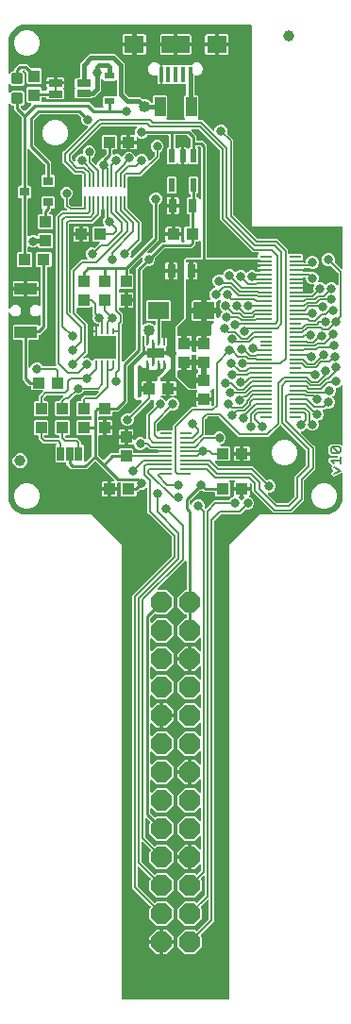
<source format=gbr>
G04 EAGLE Gerber RS-274X export*
G75*
%MOMM*%
%FSLAX34Y34*%
%LPD*%
%INTop Copper*%
%IPPOS*%
%AMOC8*
5,1,8,0,0,1.08239X$1,22.5*%
G01*
%ADD10C,0.152400*%
%ADD11R,1.140000X0.200000*%
%ADD12C,1.000000*%
%ADD13P,2.034460X8X292.500000*%
%ADD14R,1.000000X1.100000*%
%ADD15R,0.250000X0.601600*%
%ADD16R,1.000000X1.800000*%
%ADD17R,0.400000X1.400000*%
%ADD18R,1.800000X1.500000*%
%ADD19R,2.500000X1.500000*%
%ADD20C,0.300000*%
%ADD21C,0.203200*%
%ADD22R,1.270000X0.635000*%
%ADD23R,0.800000X1.200000*%
%ADD24R,0.250000X0.500000*%
%ADD25R,1.600000X0.900000*%
%ADD26R,1.100000X1.000000*%
%ADD27R,1.900000X1.500000*%
%ADD28R,0.550000X1.200000*%
%ADD29R,2.000000X1.100000*%
%ADD30R,0.900000X0.800000*%
%ADD31R,0.830000X0.630000*%
%ADD32R,0.635000X1.270000*%
%ADD33R,0.200000X1.100000*%
%ADD34R,0.200000X1.000000*%
%ADD35R,1.100000X0.200000*%
%ADD36R,1.000000X0.200000*%
%ADD37C,0.838200*%
%ADD38C,0.254000*%
%ADD39C,0.200000*%
%ADD40C,0.198119*%
%ADD41C,1.016000*%
%ADD42C,0.381000*%

G36*
X200025Y-432688D02*
X200025Y-432688D01*
X200127Y-432673D01*
X200229Y-432665D01*
X200257Y-432653D01*
X200288Y-432648D01*
X200380Y-432604D01*
X200476Y-432566D01*
X200499Y-432546D01*
X200527Y-432533D01*
X200602Y-432463D01*
X200682Y-432398D01*
X200699Y-432372D01*
X200721Y-432351D01*
X200772Y-432262D01*
X200829Y-432177D01*
X200835Y-432153D01*
X200853Y-432121D01*
X200911Y-431861D01*
X200908Y-431823D01*
X200913Y-431800D01*
X200913Y-24453D01*
X227653Y2287D01*
X287020Y2287D01*
X287074Y2295D01*
X287107Y2291D01*
X289956Y2572D01*
X290199Y2633D01*
X290209Y2635D01*
X295474Y4816D01*
X295702Y4953D01*
X295736Y4992D01*
X295762Y5008D01*
X299792Y9038D01*
X299821Y9078D01*
X299854Y9109D01*
X299890Y9171D01*
X299949Y9252D01*
X299966Y9301D01*
X299984Y9326D01*
X302165Y14591D01*
X302225Y14834D01*
X302228Y14844D01*
X302509Y17693D01*
X302506Y17748D01*
X302513Y17780D01*
X302513Y38862D01*
X302496Y38973D01*
X302485Y39084D01*
X302477Y39104D01*
X302473Y39125D01*
X302425Y39226D01*
X302381Y39329D01*
X302367Y39345D01*
X302358Y39364D01*
X302281Y39446D01*
X302209Y39532D01*
X302191Y39543D01*
X302176Y39559D01*
X302079Y39614D01*
X301985Y39674D01*
X301964Y39680D01*
X301946Y39690D01*
X301836Y39715D01*
X301728Y39744D01*
X301711Y39743D01*
X301686Y39748D01*
X301421Y39727D01*
X301374Y39708D01*
X301344Y39705D01*
X301165Y39645D01*
X301092Y39608D01*
X301049Y39597D01*
X294641Y36393D01*
X292844Y36992D01*
X291997Y38687D01*
X292596Y40484D01*
X293526Y40949D01*
X293625Y41019D01*
X293726Y41086D01*
X293733Y41095D01*
X293743Y41102D01*
X293817Y41198D01*
X293894Y41292D01*
X293898Y41303D01*
X293905Y41312D01*
X293948Y41426D01*
X293993Y41539D01*
X293994Y41550D01*
X293998Y41561D01*
X294005Y41682D01*
X294015Y41804D01*
X294012Y41815D01*
X294013Y41827D01*
X293983Y41945D01*
X293957Y42063D01*
X293951Y42073D01*
X293948Y42085D01*
X293885Y42189D01*
X293825Y42294D01*
X293818Y42300D01*
X293811Y42312D01*
X293612Y42488D01*
X293554Y42514D01*
X293526Y42538D01*
X292596Y43003D01*
X291997Y44800D01*
X292595Y45995D01*
X292623Y46084D01*
X292660Y46170D01*
X292664Y46210D01*
X292677Y46248D01*
X292678Y46341D01*
X292687Y46434D01*
X292680Y46474D01*
X292680Y46514D01*
X292654Y46603D01*
X292635Y46695D01*
X292619Y46721D01*
X292605Y46769D01*
X292457Y46990D01*
X292437Y47007D01*
X292428Y47021D01*
X290898Y48551D01*
X289298Y50151D01*
X289298Y52046D01*
X290637Y53385D01*
X297053Y53385D01*
X297155Y53400D01*
X297257Y53409D01*
X297285Y53420D01*
X297316Y53425D01*
X297408Y53469D01*
X297504Y53508D01*
X297527Y53527D01*
X297555Y53541D01*
X297630Y53611D01*
X297710Y53675D01*
X297727Y53701D01*
X297749Y53722D01*
X297800Y53811D01*
X297857Y53896D01*
X297863Y53920D01*
X297881Y53953D01*
X297939Y54212D01*
X297936Y54250D01*
X297941Y54273D01*
X297941Y54397D01*
X297926Y54499D01*
X297918Y54601D01*
X297906Y54630D01*
X297901Y54660D01*
X297857Y54753D01*
X297819Y54848D01*
X297799Y54872D01*
X297786Y54900D01*
X297716Y54975D01*
X297651Y55054D01*
X297625Y55071D01*
X297604Y55094D01*
X297515Y55145D01*
X297430Y55202D01*
X297406Y55207D01*
X297374Y55226D01*
X297114Y55284D01*
X297076Y55280D01*
X297053Y55286D01*
X292078Y55286D01*
X290478Y56885D01*
X289298Y58066D01*
X289298Y62841D01*
X290478Y64022D01*
X292078Y65621D01*
X299735Y65621D01*
X300915Y64441D01*
X300997Y64359D01*
X301038Y64329D01*
X301074Y64291D01*
X301145Y64250D01*
X301211Y64201D01*
X301260Y64184D01*
X301304Y64159D01*
X301384Y64141D01*
X301462Y64114D01*
X301513Y64112D01*
X301564Y64101D01*
X301646Y64108D01*
X301727Y64105D01*
X301777Y64118D01*
X301829Y64123D01*
X301905Y64153D01*
X301984Y64175D01*
X302028Y64202D01*
X302076Y64222D01*
X302139Y64273D01*
X302208Y64317D01*
X302242Y64357D01*
X302282Y64389D01*
X302327Y64457D01*
X302380Y64520D01*
X302401Y64567D01*
X302429Y64610D01*
X302441Y64661D01*
X302485Y64764D01*
X302503Y64943D01*
X302513Y64987D01*
X302513Y117534D01*
X302506Y117585D01*
X302507Y117636D01*
X302486Y117715D01*
X302473Y117796D01*
X302451Y117843D01*
X302437Y117893D01*
X302393Y117962D01*
X302358Y118036D01*
X302323Y118073D01*
X302295Y118117D01*
X302232Y118170D01*
X302176Y118230D01*
X302132Y118256D01*
X302092Y118289D01*
X302017Y118321D01*
X301946Y118362D01*
X301895Y118373D01*
X301848Y118393D01*
X301766Y118402D01*
X301686Y118420D01*
X301635Y118416D01*
X301583Y118421D01*
X301503Y118405D01*
X301421Y118398D01*
X301373Y118379D01*
X301323Y118369D01*
X301279Y118341D01*
X301174Y118299D01*
X301035Y118186D01*
X300997Y118162D01*
X299656Y116820D01*
X297555Y115950D01*
X296839Y115950D01*
X296828Y115949D01*
X296818Y115950D01*
X296697Y115929D01*
X296576Y115910D01*
X296567Y115906D01*
X296556Y115904D01*
X296447Y115848D01*
X296337Y115795D01*
X296329Y115787D01*
X296320Y115783D01*
X296232Y115697D01*
X296142Y115613D01*
X296137Y115604D01*
X296130Y115597D01*
X296071Y115489D01*
X296010Y115383D01*
X296008Y115372D01*
X296003Y115363D01*
X295979Y115243D01*
X295953Y115123D01*
X295954Y115113D01*
X295951Y115102D01*
X295957Y115071D01*
X295974Y114858D01*
X296010Y114770D01*
X296018Y114722D01*
X296038Y114675D01*
X296038Y112401D01*
X295168Y110300D01*
X293445Y108578D01*
X293384Y108495D01*
X293318Y108417D01*
X293306Y108389D01*
X293288Y108364D01*
X293254Y108267D01*
X293214Y108173D01*
X293210Y108142D01*
X293200Y108113D01*
X293197Y108011D01*
X293186Y107908D01*
X293192Y107878D01*
X293191Y107847D01*
X293218Y107748D01*
X293238Y107648D01*
X293251Y107628D01*
X293261Y107591D01*
X293404Y107367D01*
X293432Y107342D01*
X293445Y107322D01*
X294152Y106616D01*
X295022Y104515D01*
X295022Y102241D01*
X294152Y100140D01*
X292544Y98532D01*
X290443Y97662D01*
X288169Y97662D01*
X287766Y97829D01*
X287706Y97844D01*
X287649Y97868D01*
X287578Y97876D01*
X287508Y97893D01*
X287447Y97889D01*
X287385Y97896D01*
X287314Y97882D01*
X287243Y97878D01*
X287185Y97856D01*
X287124Y97844D01*
X287084Y97818D01*
X286994Y97784D01*
X286825Y97653D01*
X286798Y97637D01*
X285935Y96773D01*
X284874Y96773D01*
X284863Y96772D01*
X284853Y96773D01*
X284732Y96752D01*
X284611Y96733D01*
X284601Y96729D01*
X284591Y96727D01*
X284482Y96671D01*
X284372Y96618D01*
X284364Y96611D01*
X284355Y96606D01*
X284267Y96520D01*
X284177Y96436D01*
X284172Y96427D01*
X284165Y96420D01*
X284106Y96312D01*
X284045Y96206D01*
X284043Y96195D01*
X284038Y96186D01*
X284014Y96066D01*
X283988Y95946D01*
X283988Y95936D01*
X283986Y95925D01*
X283992Y95895D01*
X284009Y95681D01*
X284045Y95593D01*
X284053Y95545D01*
X284862Y93593D01*
X284862Y91319D01*
X283992Y89218D01*
X282384Y87610D01*
X280733Y86927D01*
X280645Y86874D01*
X280554Y86827D01*
X280532Y86805D01*
X280505Y86789D01*
X280437Y86713D01*
X280364Y86641D01*
X280349Y86614D01*
X280328Y86591D01*
X280286Y86498D01*
X280237Y86407D01*
X280231Y86377D01*
X280218Y86349D01*
X280205Y86247D01*
X280185Y86146D01*
X280190Y86123D01*
X280185Y86085D01*
X280231Y85823D01*
X280248Y85790D01*
X280252Y85766D01*
X280798Y84449D01*
X280798Y82175D01*
X279928Y80074D01*
X278320Y78466D01*
X276219Y77596D01*
X273945Y77596D01*
X271844Y78466D01*
X270757Y79554D01*
X270674Y79615D01*
X270596Y79681D01*
X270568Y79693D01*
X270543Y79711D01*
X270446Y79745D01*
X270352Y79785D01*
X270321Y79789D01*
X270292Y79799D01*
X270189Y79802D01*
X270087Y79813D01*
X270057Y79807D01*
X270026Y79808D01*
X269927Y79781D01*
X269827Y79761D01*
X269806Y79748D01*
X269770Y79738D01*
X269546Y79595D01*
X269521Y79566D01*
X269501Y79554D01*
X268160Y78212D01*
X266059Y77342D01*
X265856Y77342D01*
X265805Y77335D01*
X265753Y77336D01*
X265674Y77315D01*
X265593Y77302D01*
X265547Y77280D01*
X265497Y77266D01*
X265428Y77222D01*
X265354Y77187D01*
X265316Y77152D01*
X265273Y77124D01*
X265220Y77061D01*
X265160Y77005D01*
X265134Y76961D01*
X265101Y76921D01*
X265068Y76846D01*
X265028Y76775D01*
X265017Y76724D01*
X264996Y76677D01*
X264988Y76595D01*
X264970Y76515D01*
X264974Y76464D01*
X264969Y76412D01*
X264985Y76332D01*
X264992Y76250D01*
X265011Y76202D01*
X265021Y76152D01*
X265049Y76108D01*
X265091Y76003D01*
X265204Y75864D01*
X265228Y75826D01*
X276277Y64777D01*
X277877Y63177D01*
X277877Y43503D01*
X267977Y33603D01*
X267964Y33586D01*
X267948Y33573D01*
X267886Y33479D01*
X267819Y33389D01*
X267812Y33369D01*
X267801Y33352D01*
X267791Y33307D01*
X267732Y33138D01*
X267728Y33025D01*
X267717Y32975D01*
X267717Y15563D01*
X256217Y4063D01*
X240353Y4063D01*
X221233Y23183D01*
X221233Y29165D01*
X221230Y29186D01*
X221232Y29207D01*
X221210Y29317D01*
X221193Y29428D01*
X221184Y29447D01*
X221180Y29467D01*
X221156Y29506D01*
X221078Y29667D01*
X221001Y29749D01*
X220973Y29793D01*
X220241Y30525D01*
X220200Y30556D01*
X220164Y30593D01*
X220093Y30634D01*
X220027Y30683D01*
X219978Y30700D01*
X219934Y30725D01*
X219854Y30743D01*
X219776Y30770D01*
X219724Y30772D01*
X219674Y30783D01*
X219592Y30776D01*
X219510Y30779D01*
X219461Y30766D01*
X219409Y30761D01*
X219333Y30731D01*
X219254Y30709D01*
X219210Y30682D01*
X219162Y30662D01*
X219099Y30611D01*
X219030Y30567D01*
X218996Y30527D01*
X218956Y30495D01*
X218911Y30427D01*
X218858Y30364D01*
X218837Y30317D01*
X218809Y30274D01*
X218797Y30223D01*
X218753Y30120D01*
X218735Y29941D01*
X218725Y29897D01*
X218725Y27177D01*
X212589Y27177D01*
X212488Y27162D01*
X212385Y27153D01*
X212357Y27142D01*
X212326Y27137D01*
X212234Y27093D01*
X212139Y27054D01*
X212115Y27035D01*
X212087Y27022D01*
X212012Y26952D01*
X211932Y26887D01*
X211915Y26861D01*
X211893Y26840D01*
X211842Y26751D01*
X211785Y26666D01*
X211780Y26642D01*
X211761Y26609D01*
X211703Y26350D01*
X211706Y26312D01*
X211701Y26289D01*
X211701Y25399D01*
X211699Y25399D01*
X211699Y26289D01*
X211684Y26390D01*
X211675Y26493D01*
X211664Y26521D01*
X211659Y26552D01*
X211615Y26644D01*
X211576Y26739D01*
X211557Y26763D01*
X211544Y26791D01*
X211474Y26866D01*
X211409Y26946D01*
X211383Y26963D01*
X211362Y26985D01*
X211273Y27036D01*
X211188Y27093D01*
X211164Y27098D01*
X211131Y27117D01*
X210872Y27175D01*
X210834Y27172D01*
X210811Y27177D01*
X204675Y27177D01*
X204675Y30703D01*
X204907Y31264D01*
X205401Y31757D01*
X205431Y31798D01*
X205469Y31834D01*
X205510Y31905D01*
X205558Y31971D01*
X205575Y32020D01*
X205601Y32064D01*
X205619Y32144D01*
X205646Y32222D01*
X205647Y32274D01*
X205659Y32324D01*
X205652Y32406D01*
X205655Y32488D01*
X205641Y32537D01*
X205637Y32589D01*
X205607Y32665D01*
X205585Y32744D01*
X205557Y32788D01*
X205538Y32836D01*
X205486Y32899D01*
X205442Y32968D01*
X205403Y33002D01*
X205370Y33042D01*
X205302Y33087D01*
X205240Y33140D01*
X205192Y33161D01*
X205149Y33189D01*
X205099Y33201D01*
X204995Y33245D01*
X204817Y33263D01*
X204773Y33273D01*
X201627Y33273D01*
X201576Y33266D01*
X201525Y33267D01*
X201446Y33246D01*
X201365Y33233D01*
X201318Y33211D01*
X201268Y33197D01*
X201199Y33153D01*
X201125Y33118D01*
X201088Y33083D01*
X201044Y33055D01*
X200991Y32992D01*
X200931Y32936D01*
X200905Y32892D01*
X200872Y32852D01*
X200840Y32777D01*
X200799Y32706D01*
X200788Y32655D01*
X200768Y32608D01*
X200759Y32526D01*
X200741Y32446D01*
X200745Y32395D01*
X200740Y32343D01*
X200756Y32263D01*
X200763Y32181D01*
X200782Y32133D01*
X200792Y32083D01*
X200820Y32039D01*
X200862Y31934D01*
X200975Y31795D01*
X200999Y31757D01*
X201725Y31032D01*
X201725Y19768D01*
X200832Y18875D01*
X188568Y18875D01*
X187675Y19768D01*
X187675Y21717D01*
X187660Y21819D01*
X187652Y21921D01*
X187640Y21949D01*
X187635Y21980D01*
X187591Y22072D01*
X187553Y22168D01*
X187533Y22191D01*
X187520Y22219D01*
X187450Y22294D01*
X187385Y22374D01*
X187359Y22391D01*
X187338Y22413D01*
X187249Y22464D01*
X187164Y22521D01*
X187140Y22527D01*
X187108Y22545D01*
X186848Y22603D01*
X186810Y22600D01*
X186787Y22605D01*
X177912Y22605D01*
X177260Y23258D01*
X177210Y23295D01*
X177166Y23339D01*
X177103Y23373D01*
X177046Y23416D01*
X176987Y23436D01*
X176932Y23466D01*
X176862Y23480D01*
X176795Y23503D01*
X176733Y23505D01*
X176672Y23517D01*
X176624Y23509D01*
X176529Y23512D01*
X176463Y23494D01*
X174069Y23494D01*
X174040Y23497D01*
X173971Y23514D01*
X173909Y23511D01*
X173847Y23517D01*
X173777Y23503D01*
X173706Y23499D01*
X173647Y23477D01*
X173586Y23465D01*
X173546Y23439D01*
X173457Y23406D01*
X173286Y23275D01*
X173260Y23258D01*
X165615Y15613D01*
X165602Y15596D01*
X165586Y15582D01*
X165570Y15558D01*
X165552Y15541D01*
X165516Y15478D01*
X165457Y15399D01*
X165450Y15379D01*
X165439Y15361D01*
X165432Y15331D01*
X165420Y15310D01*
X165408Y15258D01*
X165370Y15148D01*
X165367Y15074D01*
X165362Y15051D01*
X165364Y15027D01*
X165355Y14984D01*
X165355Y11780D01*
X165369Y11689D01*
X165374Y11597D01*
X165388Y11558D01*
X165395Y11517D01*
X165435Y11434D01*
X165467Y11348D01*
X165492Y11315D01*
X165510Y11278D01*
X165573Y11210D01*
X165630Y11137D01*
X165664Y11114D01*
X165692Y11084D01*
X165772Y11038D01*
X165847Y10985D01*
X165887Y10972D01*
X165922Y10952D01*
X166012Y10932D01*
X166100Y10903D01*
X166142Y10903D01*
X166182Y10894D01*
X166274Y10901D01*
X166366Y10900D01*
X166406Y10912D01*
X166447Y10916D01*
X166533Y10950D01*
X166621Y10976D01*
X166655Y10999D01*
X166694Y11015D01*
X166765Y11073D01*
X166842Y11124D01*
X166860Y11150D01*
X166900Y11182D01*
X167047Y11403D01*
X167052Y11423D01*
X167064Y11440D01*
X167874Y13398D01*
X169482Y15006D01*
X171583Y15876D01*
X173857Y15876D01*
X175958Y15006D01*
X177566Y13398D01*
X178436Y11297D01*
X178436Y9023D01*
X178297Y8687D01*
X178275Y8598D01*
X178244Y8510D01*
X178243Y8469D01*
X178233Y8429D01*
X178238Y8337D01*
X178235Y8245D01*
X178246Y8205D01*
X178248Y8164D01*
X178281Y8077D01*
X178305Y7988D01*
X178327Y7953D01*
X178341Y7915D01*
X178398Y7842D01*
X178447Y7764D01*
X178479Y7737D01*
X178504Y7705D01*
X178580Y7652D01*
X178650Y7592D01*
X178688Y7576D01*
X178722Y7552D01*
X178810Y7524D01*
X178895Y7488D01*
X178936Y7483D01*
X178975Y7471D01*
X179067Y7470D01*
X179159Y7460D01*
X179199Y7468D01*
X179241Y7468D01*
X179329Y7494D01*
X179420Y7512D01*
X179446Y7529D01*
X179495Y7544D01*
X179716Y7691D01*
X179728Y7708D01*
X179745Y7719D01*
X185413Y13387D01*
X187013Y14987D01*
X199907Y14987D01*
X199968Y14996D01*
X200030Y14995D01*
X200099Y15016D01*
X200170Y15027D01*
X200226Y15053D01*
X200285Y15071D01*
X200345Y15111D01*
X200409Y15142D01*
X200455Y15185D01*
X200506Y15219D01*
X200534Y15258D01*
X200603Y15324D01*
X200710Y15509D01*
X200728Y15535D01*
X200894Y15938D01*
X202502Y17546D01*
X204438Y18348D01*
X204526Y18401D01*
X204618Y18447D01*
X204640Y18469D01*
X204666Y18485D01*
X204734Y18562D01*
X204808Y18633D01*
X204822Y18660D01*
X204843Y18683D01*
X204885Y18777D01*
X204934Y18867D01*
X204940Y18897D01*
X204953Y18925D01*
X204966Y19027D01*
X204986Y19128D01*
X204982Y19151D01*
X204986Y19189D01*
X204941Y19451D01*
X204923Y19485D01*
X204919Y19508D01*
X204675Y20097D01*
X204675Y23623D01*
X209923Y23623D01*
X209923Y18875D01*
X209792Y18875D01*
X209741Y18868D01*
X209690Y18869D01*
X209611Y18848D01*
X209530Y18835D01*
X209483Y18813D01*
X209433Y18799D01*
X209364Y18755D01*
X209290Y18720D01*
X209253Y18685D01*
X209209Y18657D01*
X209156Y18594D01*
X209096Y18538D01*
X209070Y18494D01*
X209037Y18454D01*
X209005Y18379D01*
X208964Y18308D01*
X208953Y18257D01*
X208933Y18210D01*
X208924Y18128D01*
X208906Y18048D01*
X208910Y17997D01*
X208905Y17945D01*
X208921Y17865D01*
X208928Y17783D01*
X208947Y17735D01*
X208957Y17685D01*
X208985Y17641D01*
X209027Y17536D01*
X209140Y17397D01*
X209164Y17359D01*
X210586Y15938D01*
X210634Y15820D01*
X210661Y15776D01*
X210679Y15727D01*
X210729Y15662D01*
X210772Y15592D01*
X210810Y15558D01*
X210842Y15517D01*
X210909Y15470D01*
X210970Y15416D01*
X211017Y15394D01*
X211059Y15364D01*
X211138Y15339D01*
X211212Y15305D01*
X211263Y15299D01*
X211312Y15283D01*
X211395Y15282D01*
X211476Y15272D01*
X211527Y15281D01*
X211578Y15280D01*
X211657Y15304D01*
X211738Y15318D01*
X211784Y15341D01*
X211833Y15356D01*
X211901Y15402D01*
X211974Y15439D01*
X212011Y15475D01*
X212054Y15504D01*
X212084Y15546D01*
X212164Y15625D01*
X212249Y15783D01*
X212276Y15820D01*
X212324Y15938D01*
X213746Y17359D01*
X213776Y17400D01*
X213814Y17436D01*
X213855Y17507D01*
X213903Y17573D01*
X213920Y17622D01*
X213946Y17666D01*
X213964Y17746D01*
X213991Y17824D01*
X213993Y17876D01*
X214004Y17926D01*
X213997Y18008D01*
X214000Y18090D01*
X213986Y18139D01*
X213982Y18191D01*
X213952Y18267D01*
X213930Y18346D01*
X213902Y18390D01*
X213883Y18438D01*
X213831Y18501D01*
X213787Y18570D01*
X213748Y18604D01*
X213716Y18644D01*
X213647Y18689D01*
X213585Y18742D01*
X213537Y18763D01*
X213494Y18791D01*
X213477Y18795D01*
X213477Y23623D01*
X218725Y23623D01*
X218725Y20097D01*
X218461Y19460D01*
X218428Y19416D01*
X218425Y19406D01*
X218419Y19397D01*
X218381Y19280D01*
X218341Y19165D01*
X218340Y19154D01*
X218337Y19144D01*
X218336Y19021D01*
X218332Y18899D01*
X218334Y18889D01*
X218334Y18878D01*
X218369Y18761D01*
X218402Y18642D01*
X218407Y18633D01*
X218410Y18623D01*
X218478Y18521D01*
X218544Y18418D01*
X218552Y18411D01*
X218558Y18403D01*
X218583Y18385D01*
X218747Y18246D01*
X218835Y18208D01*
X218874Y18181D01*
X220408Y17546D01*
X222016Y15938D01*
X222886Y13837D01*
X222886Y11563D01*
X222016Y9462D01*
X220408Y7854D01*
X218307Y6984D01*
X216033Y6984D01*
X215630Y7151D01*
X215570Y7166D01*
X215513Y7190D01*
X215442Y7198D01*
X215372Y7215D01*
X215311Y7211D01*
X215249Y7218D01*
X215178Y7204D01*
X215107Y7200D01*
X215049Y7178D01*
X214988Y7166D01*
X214948Y7140D01*
X214858Y7106D01*
X214689Y6975D01*
X214662Y6959D01*
X212097Y4393D01*
X210497Y2793D01*
X193339Y2793D01*
X193318Y2790D01*
X193297Y2792D01*
X193187Y2770D01*
X193076Y2753D01*
X193057Y2744D01*
X193037Y2740D01*
X192998Y2716D01*
X192837Y2638D01*
X192755Y2561D01*
X192711Y2533D01*
X186951Y-3227D01*
X186938Y-3244D01*
X186922Y-3257D01*
X186860Y-3351D01*
X186793Y-3441D01*
X186786Y-3461D01*
X186775Y-3478D01*
X186765Y-3523D01*
X186706Y-3692D01*
X186702Y-3805D01*
X186691Y-3855D01*
X186691Y-362643D01*
X175069Y-374265D01*
X175008Y-374348D01*
X174941Y-374426D01*
X174929Y-374455D01*
X174911Y-374479D01*
X174877Y-374576D01*
X174837Y-374671D01*
X174834Y-374701D01*
X174824Y-374730D01*
X174820Y-374833D01*
X174809Y-374935D01*
X174815Y-374965D01*
X174814Y-374996D01*
X174841Y-375095D01*
X174861Y-375196D01*
X174874Y-375216D01*
X174884Y-375253D01*
X175027Y-375477D01*
X175056Y-375501D01*
X175069Y-375522D01*
X176023Y-376476D01*
X176023Y-385524D01*
X169624Y-391923D01*
X160576Y-391923D01*
X154177Y-385524D01*
X154177Y-376476D01*
X160576Y-370077D01*
X169624Y-370077D01*
X170578Y-371031D01*
X170661Y-371092D01*
X170739Y-371159D01*
X170768Y-371171D01*
X170792Y-371189D01*
X170889Y-371223D01*
X170984Y-371263D01*
X171014Y-371266D01*
X171043Y-371276D01*
X171146Y-371280D01*
X171248Y-371291D01*
X171278Y-371285D01*
X171309Y-371286D01*
X171408Y-371259D01*
X171509Y-371239D01*
X171529Y-371226D01*
X171566Y-371216D01*
X171790Y-371073D01*
X171814Y-371044D01*
X171835Y-371031D01*
X181857Y-361009D01*
X181870Y-360992D01*
X181886Y-360979D01*
X181948Y-360885D01*
X182015Y-360795D01*
X182022Y-360775D01*
X182033Y-360758D01*
X182043Y-360713D01*
X182102Y-360544D01*
X182106Y-360431D01*
X182117Y-360381D01*
X182117Y-343961D01*
X182110Y-343910D01*
X182111Y-343858D01*
X182090Y-343779D01*
X182077Y-343698D01*
X182055Y-343652D01*
X182041Y-343602D01*
X181997Y-343533D01*
X181962Y-343459D01*
X181927Y-343421D01*
X181899Y-343378D01*
X181836Y-343325D01*
X181780Y-343265D01*
X181736Y-343239D01*
X181696Y-343206D01*
X181621Y-343173D01*
X181550Y-343133D01*
X181499Y-343122D01*
X181452Y-343101D01*
X181370Y-343093D01*
X181290Y-343075D01*
X181239Y-343079D01*
X181187Y-343074D01*
X181107Y-343090D01*
X181025Y-343097D01*
X180977Y-343116D01*
X180927Y-343126D01*
X180883Y-343154D01*
X180778Y-343196D01*
X180639Y-343309D01*
X180601Y-343333D01*
X175069Y-348865D01*
X175008Y-348948D01*
X174941Y-349026D01*
X174929Y-349055D01*
X174911Y-349079D01*
X174877Y-349176D01*
X174837Y-349271D01*
X174834Y-349301D01*
X174824Y-349330D01*
X174820Y-349433D01*
X174809Y-349535D01*
X174815Y-349565D01*
X174814Y-349596D01*
X174841Y-349695D01*
X174861Y-349796D01*
X174874Y-349816D01*
X174884Y-349852D01*
X175027Y-350077D01*
X175056Y-350101D01*
X175069Y-350122D01*
X176023Y-351076D01*
X176023Y-360124D01*
X169624Y-366523D01*
X160576Y-366523D01*
X154177Y-360124D01*
X154177Y-351076D01*
X160576Y-344677D01*
X169624Y-344677D01*
X170578Y-345631D01*
X170661Y-345692D01*
X170739Y-345759D01*
X170768Y-345771D01*
X170792Y-345789D01*
X170889Y-345823D01*
X170984Y-345863D01*
X171014Y-345866D01*
X171044Y-345876D01*
X171146Y-345880D01*
X171248Y-345891D01*
X171278Y-345885D01*
X171309Y-345886D01*
X171408Y-345859D01*
X171509Y-345839D01*
X171529Y-345826D01*
X171566Y-345816D01*
X171790Y-345673D01*
X171815Y-345644D01*
X171835Y-345631D01*
X178301Y-339165D01*
X178314Y-339148D01*
X178330Y-339135D01*
X178352Y-339101D01*
X178369Y-339085D01*
X178402Y-339028D01*
X178459Y-338951D01*
X178466Y-338931D01*
X178477Y-338914D01*
X178484Y-338885D01*
X178501Y-338854D01*
X178517Y-338783D01*
X178546Y-338700D01*
X178548Y-338645D01*
X178559Y-338595D01*
X178556Y-338559D01*
X178561Y-338537D01*
X178561Y-322117D01*
X178554Y-322066D01*
X178555Y-322014D01*
X178534Y-321935D01*
X178521Y-321854D01*
X178499Y-321808D01*
X178485Y-321758D01*
X178441Y-321689D01*
X178406Y-321615D01*
X178371Y-321577D01*
X178343Y-321534D01*
X178280Y-321481D01*
X178224Y-321421D01*
X178180Y-321395D01*
X178140Y-321362D01*
X178065Y-321329D01*
X177994Y-321289D01*
X177943Y-321278D01*
X177896Y-321257D01*
X177814Y-321249D01*
X177734Y-321231D01*
X177683Y-321235D01*
X177631Y-321230D01*
X177551Y-321246D01*
X177469Y-321253D01*
X177421Y-321272D01*
X177371Y-321282D01*
X177327Y-321310D01*
X177222Y-321352D01*
X177083Y-321465D01*
X177045Y-321489D01*
X175069Y-323465D01*
X175008Y-323548D01*
X174941Y-323626D01*
X174929Y-323655D01*
X174911Y-323679D01*
X174877Y-323776D01*
X174837Y-323871D01*
X174834Y-323901D01*
X174824Y-323930D01*
X174820Y-324033D01*
X174809Y-324135D01*
X174815Y-324165D01*
X174814Y-324196D01*
X174841Y-324295D01*
X174861Y-324396D01*
X174874Y-324416D01*
X174884Y-324452D01*
X175027Y-324677D01*
X175056Y-324701D01*
X175069Y-324722D01*
X176023Y-325676D01*
X176023Y-334724D01*
X169624Y-341123D01*
X160576Y-341123D01*
X154177Y-334724D01*
X154177Y-325676D01*
X160576Y-319277D01*
X169624Y-319277D01*
X170578Y-320231D01*
X170661Y-320292D01*
X170739Y-320359D01*
X170768Y-320371D01*
X170792Y-320389D01*
X170889Y-320423D01*
X170984Y-320463D01*
X171014Y-320466D01*
X171044Y-320476D01*
X171146Y-320480D01*
X171248Y-320491D01*
X171278Y-320485D01*
X171309Y-320486D01*
X171408Y-320459D01*
X171509Y-320439D01*
X171529Y-320426D01*
X171566Y-320416D01*
X171790Y-320273D01*
X171815Y-320244D01*
X171835Y-320231D01*
X174745Y-317321D01*
X174758Y-317304D01*
X174774Y-317291D01*
X174836Y-317197D01*
X174903Y-317107D01*
X174910Y-317087D01*
X174921Y-317070D01*
X174931Y-317025D01*
X174990Y-316856D01*
X174994Y-316743D01*
X175005Y-316693D01*
X175005Y-312486D01*
X174998Y-312435D01*
X174999Y-312384D01*
X174978Y-312304D01*
X174965Y-312223D01*
X174943Y-312177D01*
X174929Y-312127D01*
X174885Y-312058D01*
X174850Y-311984D01*
X174815Y-311946D01*
X174787Y-311903D01*
X174724Y-311850D01*
X174668Y-311790D01*
X174624Y-311764D01*
X174584Y-311731D01*
X174509Y-311698D01*
X174438Y-311658D01*
X174387Y-311647D01*
X174340Y-311626D01*
X174258Y-311618D01*
X174178Y-311600D01*
X174127Y-311604D01*
X174075Y-311599D01*
X173995Y-311615D01*
X173913Y-311622D01*
X173865Y-311641D01*
X173815Y-311651D01*
X173771Y-311679D01*
X173666Y-311721D01*
X173527Y-311834D01*
X173489Y-311858D01*
X169624Y-315723D01*
X166877Y-315723D01*
X166877Y-305689D01*
X166862Y-305588D01*
X166853Y-305485D01*
X166842Y-305457D01*
X166837Y-305426D01*
X166793Y-305334D01*
X166754Y-305239D01*
X166735Y-305215D01*
X166722Y-305187D01*
X166652Y-305112D01*
X166587Y-305032D01*
X166561Y-305015D01*
X166540Y-304993D01*
X166451Y-304942D01*
X166366Y-304885D01*
X166342Y-304880D01*
X166310Y-304861D01*
X166050Y-304803D01*
X166012Y-304806D01*
X165989Y-304801D01*
X165099Y-304801D01*
X165099Y-304799D01*
X165989Y-304799D01*
X166090Y-304784D01*
X166193Y-304775D01*
X166221Y-304764D01*
X166252Y-304759D01*
X166344Y-304715D01*
X166439Y-304676D01*
X166463Y-304657D01*
X166491Y-304644D01*
X166566Y-304574D01*
X166646Y-304509D01*
X166663Y-304483D01*
X166685Y-304462D01*
X166736Y-304373D01*
X166793Y-304288D01*
X166799Y-304264D01*
X166817Y-304231D01*
X166875Y-303972D01*
X166874Y-303958D01*
X166875Y-303953D01*
X166873Y-303929D01*
X166877Y-303911D01*
X166877Y-293877D01*
X169624Y-293877D01*
X173489Y-297742D01*
X173530Y-297773D01*
X173566Y-297810D01*
X173637Y-297851D01*
X173703Y-297900D01*
X173752Y-297917D01*
X173796Y-297942D01*
X173876Y-297960D01*
X173954Y-297987D01*
X174006Y-297989D01*
X174056Y-298000D01*
X174138Y-297993D01*
X174220Y-297996D01*
X174269Y-297983D01*
X174321Y-297978D01*
X174397Y-297948D01*
X174476Y-297926D01*
X174520Y-297899D01*
X174568Y-297879D01*
X174631Y-297828D01*
X174700Y-297784D01*
X174734Y-297744D01*
X174774Y-297712D01*
X174819Y-297643D01*
X174872Y-297581D01*
X174893Y-297534D01*
X174921Y-297491D01*
X174933Y-297440D01*
X174977Y-297337D01*
X174995Y-297158D01*
X175005Y-297114D01*
X175005Y-287086D01*
X174998Y-287035D01*
X174999Y-286984D01*
X174978Y-286904D01*
X174965Y-286823D01*
X174943Y-286777D01*
X174929Y-286727D01*
X174885Y-286658D01*
X174850Y-286584D01*
X174815Y-286546D01*
X174787Y-286503D01*
X174724Y-286450D01*
X174668Y-286390D01*
X174624Y-286364D01*
X174584Y-286331D01*
X174509Y-286298D01*
X174438Y-286258D01*
X174387Y-286247D01*
X174340Y-286226D01*
X174258Y-286218D01*
X174178Y-286200D01*
X174127Y-286204D01*
X174075Y-286199D01*
X173995Y-286215D01*
X173913Y-286222D01*
X173865Y-286241D01*
X173815Y-286251D01*
X173771Y-286279D01*
X173666Y-286321D01*
X173527Y-286434D01*
X173489Y-286458D01*
X169624Y-290323D01*
X160576Y-290323D01*
X154177Y-283924D01*
X154177Y-274876D01*
X160576Y-268477D01*
X169624Y-268477D01*
X173489Y-272342D01*
X173530Y-272373D01*
X173566Y-272410D01*
X173637Y-272451D01*
X173703Y-272500D01*
X173752Y-272517D01*
X173796Y-272542D01*
X173876Y-272560D01*
X173954Y-272587D01*
X174006Y-272589D01*
X174056Y-272600D01*
X174138Y-272593D01*
X174220Y-272596D01*
X174269Y-272583D01*
X174321Y-272578D01*
X174397Y-272548D01*
X174476Y-272526D01*
X174520Y-272499D01*
X174568Y-272479D01*
X174631Y-272428D01*
X174700Y-272384D01*
X174734Y-272344D01*
X174774Y-272312D01*
X174819Y-272243D01*
X174872Y-272181D01*
X174893Y-272134D01*
X174921Y-272091D01*
X174933Y-272040D01*
X174977Y-271937D01*
X174995Y-271758D01*
X175005Y-271714D01*
X175005Y-261686D01*
X174998Y-261635D01*
X174999Y-261584D01*
X174978Y-261504D01*
X174965Y-261423D01*
X174943Y-261377D01*
X174929Y-261327D01*
X174885Y-261258D01*
X174850Y-261184D01*
X174815Y-261146D01*
X174787Y-261103D01*
X174724Y-261050D01*
X174668Y-260990D01*
X174624Y-260964D01*
X174584Y-260931D01*
X174509Y-260898D01*
X174438Y-260858D01*
X174387Y-260847D01*
X174340Y-260826D01*
X174258Y-260818D01*
X174178Y-260800D01*
X174127Y-260804D01*
X174075Y-260799D01*
X173995Y-260815D01*
X173913Y-260822D01*
X173865Y-260841D01*
X173815Y-260851D01*
X173771Y-260879D01*
X173666Y-260921D01*
X173527Y-261034D01*
X173489Y-261058D01*
X169624Y-264923D01*
X160576Y-264923D01*
X154177Y-258524D01*
X154177Y-249476D01*
X160576Y-243077D01*
X169624Y-243077D01*
X173489Y-246942D01*
X173530Y-246973D01*
X173566Y-247010D01*
X173637Y-247051D01*
X173703Y-247100D01*
X173752Y-247117D01*
X173796Y-247142D01*
X173876Y-247160D01*
X173954Y-247187D01*
X174006Y-247189D01*
X174056Y-247200D01*
X174138Y-247193D01*
X174220Y-247196D01*
X174269Y-247183D01*
X174321Y-247178D01*
X174397Y-247148D01*
X174476Y-247126D01*
X174520Y-247099D01*
X174568Y-247079D01*
X174631Y-247028D01*
X174700Y-246984D01*
X174734Y-246944D01*
X174774Y-246912D01*
X174819Y-246843D01*
X174872Y-246781D01*
X174893Y-246734D01*
X174921Y-246691D01*
X174933Y-246640D01*
X174977Y-246537D01*
X174995Y-246358D01*
X175005Y-246314D01*
X175005Y-236286D01*
X174998Y-236235D01*
X174999Y-236184D01*
X174978Y-236104D01*
X174965Y-236023D01*
X174943Y-235977D01*
X174929Y-235927D01*
X174885Y-235858D01*
X174850Y-235784D01*
X174815Y-235746D01*
X174787Y-235703D01*
X174724Y-235650D01*
X174668Y-235590D01*
X174624Y-235564D01*
X174584Y-235531D01*
X174509Y-235498D01*
X174438Y-235458D01*
X174387Y-235447D01*
X174340Y-235426D01*
X174258Y-235418D01*
X174178Y-235400D01*
X174127Y-235404D01*
X174075Y-235399D01*
X173995Y-235415D01*
X173913Y-235422D01*
X173865Y-235441D01*
X173815Y-235451D01*
X173771Y-235479D01*
X173666Y-235521D01*
X173527Y-235634D01*
X173489Y-235658D01*
X169624Y-239523D01*
X166877Y-239523D01*
X166877Y-229489D01*
X166862Y-229388D01*
X166853Y-229285D01*
X166842Y-229257D01*
X166837Y-229226D01*
X166793Y-229134D01*
X166754Y-229039D01*
X166735Y-229015D01*
X166722Y-228987D01*
X166652Y-228912D01*
X166587Y-228832D01*
X166561Y-228815D01*
X166540Y-228793D01*
X166451Y-228742D01*
X166366Y-228685D01*
X166342Y-228680D01*
X166310Y-228661D01*
X166050Y-228603D01*
X166012Y-228606D01*
X165989Y-228601D01*
X165099Y-228601D01*
X165099Y-228599D01*
X165989Y-228599D01*
X166090Y-228584D01*
X166193Y-228575D01*
X166221Y-228564D01*
X166252Y-228559D01*
X166344Y-228515D01*
X166439Y-228476D01*
X166463Y-228457D01*
X166491Y-228444D01*
X166566Y-228374D01*
X166646Y-228309D01*
X166663Y-228283D01*
X166685Y-228262D01*
X166736Y-228173D01*
X166793Y-228088D01*
X166799Y-228064D01*
X166817Y-228031D01*
X166875Y-227772D01*
X166872Y-227734D01*
X166877Y-227711D01*
X166877Y-217677D01*
X169624Y-217677D01*
X173489Y-221542D01*
X173530Y-221573D01*
X173566Y-221610D01*
X173637Y-221651D01*
X173703Y-221700D01*
X173752Y-221717D01*
X173796Y-221742D01*
X173876Y-221760D01*
X173954Y-221787D01*
X174006Y-221789D01*
X174056Y-221800D01*
X174138Y-221793D01*
X174220Y-221796D01*
X174269Y-221783D01*
X174321Y-221778D01*
X174397Y-221748D01*
X174476Y-221726D01*
X174520Y-221699D01*
X174568Y-221679D01*
X174631Y-221628D01*
X174700Y-221584D01*
X174734Y-221544D01*
X174774Y-221512D01*
X174819Y-221443D01*
X174872Y-221381D01*
X174893Y-221334D01*
X174921Y-221291D01*
X174933Y-221240D01*
X174977Y-221137D01*
X174995Y-220958D01*
X175005Y-220914D01*
X175005Y-210886D01*
X174998Y-210835D01*
X174999Y-210784D01*
X174978Y-210704D01*
X174965Y-210623D01*
X174943Y-210577D01*
X174929Y-210527D01*
X174885Y-210458D01*
X174850Y-210384D01*
X174815Y-210346D01*
X174787Y-210303D01*
X174724Y-210250D01*
X174668Y-210190D01*
X174624Y-210164D01*
X174584Y-210131D01*
X174509Y-210098D01*
X174438Y-210058D01*
X174387Y-210047D01*
X174340Y-210026D01*
X174258Y-210018D01*
X174178Y-210000D01*
X174127Y-210004D01*
X174075Y-209999D01*
X173995Y-210015D01*
X173913Y-210022D01*
X173865Y-210041D01*
X173815Y-210051D01*
X173771Y-210079D01*
X173666Y-210121D01*
X173527Y-210234D01*
X173489Y-210258D01*
X169624Y-214123D01*
X160576Y-214123D01*
X154177Y-207724D01*
X154177Y-198676D01*
X160576Y-192277D01*
X169624Y-192277D01*
X173489Y-196142D01*
X173530Y-196173D01*
X173566Y-196210D01*
X173637Y-196251D01*
X173703Y-196300D01*
X173752Y-196317D01*
X173796Y-196342D01*
X173876Y-196360D01*
X173954Y-196387D01*
X174006Y-196389D01*
X174056Y-196400D01*
X174138Y-196393D01*
X174220Y-196396D01*
X174269Y-196383D01*
X174321Y-196378D01*
X174397Y-196348D01*
X174476Y-196326D01*
X174520Y-196299D01*
X174568Y-196279D01*
X174631Y-196228D01*
X174700Y-196184D01*
X174734Y-196144D01*
X174774Y-196112D01*
X174819Y-196043D01*
X174872Y-195981D01*
X174893Y-195934D01*
X174921Y-195891D01*
X174933Y-195840D01*
X174977Y-195737D01*
X174995Y-195558D01*
X175005Y-195514D01*
X175005Y-185486D01*
X174998Y-185435D01*
X174999Y-185384D01*
X174978Y-185304D01*
X174965Y-185223D01*
X174943Y-185177D01*
X174929Y-185127D01*
X174885Y-185058D01*
X174850Y-184984D01*
X174815Y-184946D01*
X174787Y-184903D01*
X174724Y-184850D01*
X174668Y-184790D01*
X174624Y-184764D01*
X174584Y-184731D01*
X174509Y-184698D01*
X174438Y-184658D01*
X174387Y-184647D01*
X174340Y-184626D01*
X174258Y-184618D01*
X174178Y-184600D01*
X174127Y-184604D01*
X174075Y-184599D01*
X173995Y-184615D01*
X173913Y-184622D01*
X173865Y-184641D01*
X173815Y-184651D01*
X173771Y-184679D01*
X173666Y-184721D01*
X173527Y-184834D01*
X173489Y-184858D01*
X169624Y-188723D01*
X160576Y-188723D01*
X154177Y-182324D01*
X154177Y-173276D01*
X160576Y-166877D01*
X169624Y-166877D01*
X173489Y-170742D01*
X173530Y-170773D01*
X173566Y-170810D01*
X173637Y-170851D01*
X173703Y-170900D01*
X173752Y-170917D01*
X173796Y-170942D01*
X173876Y-170960D01*
X173954Y-170987D01*
X174006Y-170989D01*
X174056Y-171000D01*
X174138Y-170993D01*
X174220Y-170996D01*
X174269Y-170983D01*
X174321Y-170978D01*
X174397Y-170948D01*
X174476Y-170926D01*
X174520Y-170899D01*
X174568Y-170879D01*
X174631Y-170828D01*
X174700Y-170784D01*
X174734Y-170744D01*
X174774Y-170712D01*
X174819Y-170643D01*
X174872Y-170581D01*
X174893Y-170534D01*
X174921Y-170491D01*
X174933Y-170440D01*
X174977Y-170337D01*
X174995Y-170158D01*
X175005Y-170114D01*
X175005Y-160086D01*
X174998Y-160035D01*
X174999Y-159984D01*
X174978Y-159904D01*
X174965Y-159823D01*
X174943Y-159777D01*
X174929Y-159727D01*
X174885Y-159658D01*
X174850Y-159584D01*
X174815Y-159546D01*
X174787Y-159503D01*
X174724Y-159450D01*
X174668Y-159390D01*
X174624Y-159364D01*
X174584Y-159331D01*
X174509Y-159298D01*
X174438Y-159258D01*
X174387Y-159247D01*
X174340Y-159226D01*
X174258Y-159218D01*
X174178Y-159200D01*
X174127Y-159204D01*
X174075Y-159199D01*
X173995Y-159215D01*
X173913Y-159222D01*
X173865Y-159241D01*
X173815Y-159251D01*
X173771Y-159279D01*
X173666Y-159321D01*
X173527Y-159434D01*
X173489Y-159458D01*
X169624Y-163323D01*
X160576Y-163323D01*
X154177Y-156924D01*
X154177Y-147876D01*
X160576Y-141477D01*
X169624Y-141477D01*
X173489Y-145342D01*
X173530Y-145373D01*
X173566Y-145410D01*
X173637Y-145451D01*
X173703Y-145500D01*
X173752Y-145517D01*
X173796Y-145542D01*
X173876Y-145560D01*
X173954Y-145587D01*
X174006Y-145589D01*
X174056Y-145600D01*
X174138Y-145593D01*
X174220Y-145596D01*
X174269Y-145583D01*
X174321Y-145578D01*
X174397Y-145548D01*
X174476Y-145526D01*
X174520Y-145499D01*
X174568Y-145479D01*
X174631Y-145428D01*
X174700Y-145384D01*
X174734Y-145344D01*
X174774Y-145312D01*
X174819Y-145243D01*
X174872Y-145181D01*
X174893Y-145134D01*
X174921Y-145091D01*
X174933Y-145040D01*
X174977Y-144937D01*
X174995Y-144758D01*
X175005Y-144714D01*
X175005Y-134686D01*
X174998Y-134635D01*
X174999Y-134584D01*
X174978Y-134504D01*
X174965Y-134423D01*
X174943Y-134377D01*
X174929Y-134327D01*
X174885Y-134258D01*
X174850Y-134184D01*
X174815Y-134146D01*
X174787Y-134103D01*
X174724Y-134050D01*
X174668Y-133990D01*
X174624Y-133964D01*
X174584Y-133931D01*
X174509Y-133898D01*
X174438Y-133858D01*
X174387Y-133847D01*
X174340Y-133826D01*
X174258Y-133818D01*
X174178Y-133800D01*
X174127Y-133804D01*
X174075Y-133799D01*
X173995Y-133815D01*
X173913Y-133822D01*
X173865Y-133841D01*
X173815Y-133851D01*
X173771Y-133879D01*
X173666Y-133921D01*
X173527Y-134034D01*
X173489Y-134058D01*
X169624Y-137923D01*
X166877Y-137923D01*
X166877Y-127889D01*
X166862Y-127788D01*
X166853Y-127685D01*
X166842Y-127657D01*
X166837Y-127626D01*
X166793Y-127534D01*
X166754Y-127439D01*
X166735Y-127415D01*
X166722Y-127387D01*
X166652Y-127312D01*
X166587Y-127232D01*
X166561Y-127215D01*
X166540Y-127193D01*
X166451Y-127142D01*
X166366Y-127085D01*
X166342Y-127080D01*
X166310Y-127061D01*
X166050Y-127003D01*
X166012Y-127006D01*
X165989Y-127001D01*
X165099Y-127001D01*
X165099Y-126999D01*
X165989Y-126999D01*
X166090Y-126984D01*
X166193Y-126975D01*
X166221Y-126964D01*
X166252Y-126959D01*
X166344Y-126915D01*
X166439Y-126876D01*
X166463Y-126857D01*
X166491Y-126844D01*
X166566Y-126774D01*
X166646Y-126709D01*
X166663Y-126683D01*
X166685Y-126662D01*
X166736Y-126573D01*
X166793Y-126488D01*
X166799Y-126464D01*
X166817Y-126431D01*
X166875Y-126172D01*
X166872Y-126134D01*
X166877Y-126111D01*
X166877Y-116077D01*
X169624Y-116077D01*
X173489Y-119942D01*
X173530Y-119973D01*
X173566Y-120010D01*
X173637Y-120051D01*
X173703Y-120100D01*
X173752Y-120117D01*
X173796Y-120142D01*
X173876Y-120160D01*
X173954Y-120187D01*
X174006Y-120189D01*
X174056Y-120200D01*
X174138Y-120193D01*
X174220Y-120196D01*
X174269Y-120183D01*
X174321Y-120178D01*
X174397Y-120148D01*
X174476Y-120126D01*
X174520Y-120099D01*
X174568Y-120079D01*
X174631Y-120028D01*
X174700Y-119984D01*
X174734Y-119944D01*
X174774Y-119912D01*
X174819Y-119843D01*
X174872Y-119781D01*
X174893Y-119734D01*
X174921Y-119691D01*
X174933Y-119640D01*
X174977Y-119537D01*
X174995Y-119358D01*
X175005Y-119314D01*
X175005Y-109286D01*
X174998Y-109235D01*
X174999Y-109184D01*
X174978Y-109104D01*
X174965Y-109023D01*
X174943Y-108977D01*
X174929Y-108927D01*
X174885Y-108858D01*
X174850Y-108784D01*
X174815Y-108746D01*
X174787Y-108703D01*
X174724Y-108650D01*
X174668Y-108590D01*
X174624Y-108564D01*
X174584Y-108531D01*
X174509Y-108498D01*
X174438Y-108458D01*
X174387Y-108447D01*
X174340Y-108426D01*
X174258Y-108418D01*
X174178Y-108400D01*
X174127Y-108404D01*
X174075Y-108399D01*
X173995Y-108415D01*
X173913Y-108422D01*
X173865Y-108441D01*
X173815Y-108451D01*
X173771Y-108479D01*
X173666Y-108521D01*
X173527Y-108634D01*
X173489Y-108658D01*
X169624Y-112523D01*
X160576Y-112523D01*
X154177Y-106124D01*
X154177Y-97076D01*
X160576Y-90677D01*
X161417Y-90677D01*
X161519Y-90662D01*
X161621Y-90654D01*
X161649Y-90642D01*
X161680Y-90637D01*
X161772Y-90593D01*
X161868Y-90555D01*
X161891Y-90535D01*
X161919Y-90522D01*
X161994Y-90452D01*
X162074Y-90387D01*
X162091Y-90361D01*
X162113Y-90340D01*
X162164Y-90251D01*
X162221Y-90166D01*
X162227Y-90142D01*
X162245Y-90110D01*
X162303Y-89850D01*
X162300Y-89812D01*
X162305Y-89789D01*
X162305Y-88011D01*
X162290Y-87909D01*
X162282Y-87807D01*
X162270Y-87779D01*
X162265Y-87748D01*
X162221Y-87656D01*
X162183Y-87560D01*
X162163Y-87537D01*
X162150Y-87509D01*
X162080Y-87434D01*
X162015Y-87354D01*
X161989Y-87337D01*
X161968Y-87315D01*
X161879Y-87264D01*
X161794Y-87207D01*
X161770Y-87201D01*
X161738Y-87183D01*
X161478Y-87125D01*
X161440Y-87128D01*
X161417Y-87123D01*
X160576Y-87123D01*
X154177Y-80724D01*
X154177Y-71676D01*
X160576Y-65277D01*
X161417Y-65277D01*
X161519Y-65262D01*
X161621Y-65254D01*
X161649Y-65242D01*
X161680Y-65237D01*
X161772Y-65193D01*
X161868Y-65155D01*
X161891Y-65135D01*
X161919Y-65122D01*
X161994Y-65052D01*
X162074Y-64987D01*
X162091Y-64961D01*
X162113Y-64940D01*
X162164Y-64851D01*
X162221Y-64766D01*
X162227Y-64742D01*
X162245Y-64710D01*
X162303Y-64450D01*
X162300Y-64412D01*
X162305Y-64389D01*
X162305Y-39923D01*
X162298Y-39872D01*
X162299Y-39820D01*
X162278Y-39741D01*
X162265Y-39660D01*
X162243Y-39614D01*
X162229Y-39564D01*
X162185Y-39495D01*
X162150Y-39421D01*
X162115Y-39383D01*
X162087Y-39340D01*
X162024Y-39287D01*
X161968Y-39227D01*
X161924Y-39201D01*
X161884Y-39168D01*
X161809Y-39135D01*
X161738Y-39095D01*
X161687Y-39083D01*
X161640Y-39063D01*
X161558Y-39055D01*
X161478Y-39037D01*
X161427Y-39041D01*
X161375Y-39036D01*
X161295Y-39052D01*
X161213Y-39059D01*
X161165Y-39078D01*
X161115Y-39088D01*
X161071Y-39116D01*
X160966Y-39158D01*
X160827Y-39271D01*
X160789Y-39295D01*
X159437Y-40647D01*
X136323Y-63761D01*
X136292Y-63802D01*
X136255Y-63838D01*
X136214Y-63909D01*
X136165Y-63975D01*
X136148Y-64024D01*
X136123Y-64068D01*
X136105Y-64148D01*
X136078Y-64226D01*
X136076Y-64278D01*
X136065Y-64328D01*
X136072Y-64410D01*
X136069Y-64492D01*
X136082Y-64541D01*
X136087Y-64593D01*
X136117Y-64669D01*
X136139Y-64748D01*
X136166Y-64792D01*
X136186Y-64840D01*
X136237Y-64903D01*
X136281Y-64972D01*
X136321Y-65006D01*
X136353Y-65046D01*
X136421Y-65091D01*
X136484Y-65144D01*
X136531Y-65165D01*
X136574Y-65193D01*
X136625Y-65205D01*
X136728Y-65249D01*
X136907Y-65267D01*
X136951Y-65277D01*
X144224Y-65277D01*
X150623Y-71676D01*
X150623Y-80724D01*
X144224Y-87123D01*
X135176Y-87123D01*
X134581Y-86528D01*
X134565Y-86516D01*
X134554Y-86502D01*
X134488Y-86458D01*
X134420Y-86400D01*
X134392Y-86388D01*
X134367Y-86370D01*
X134344Y-86362D01*
X134333Y-86355D01*
X134305Y-86348D01*
X134270Y-86336D01*
X134175Y-86296D01*
X134145Y-86293D01*
X134116Y-86283D01*
X134013Y-86279D01*
X133976Y-86275D01*
X133956Y-86271D01*
X133949Y-86271D01*
X133942Y-86272D01*
X133911Y-86269D01*
X133881Y-86275D01*
X133850Y-86274D01*
X133751Y-86301D01*
X133745Y-86302D01*
X133687Y-86311D01*
X133677Y-86315D01*
X133650Y-86321D01*
X133630Y-86333D01*
X133594Y-86343D01*
X133514Y-86394D01*
X133447Y-86426D01*
X133413Y-86458D01*
X133369Y-86486D01*
X133345Y-86515D01*
X133325Y-86528D01*
X130055Y-89797D01*
X130042Y-89814D01*
X130026Y-89828D01*
X129964Y-89921D01*
X129897Y-90011D01*
X129890Y-90031D01*
X129879Y-90049D01*
X129869Y-90093D01*
X129810Y-90262D01*
X129806Y-90375D01*
X129795Y-90426D01*
X129795Y-93914D01*
X129802Y-93965D01*
X129801Y-94016D01*
X129822Y-94096D01*
X129835Y-94177D01*
X129857Y-94223D01*
X129871Y-94273D01*
X129915Y-94342D01*
X129950Y-94416D01*
X129985Y-94454D01*
X130013Y-94497D01*
X130076Y-94550D01*
X130132Y-94610D01*
X130176Y-94636D01*
X130216Y-94669D01*
X130291Y-94702D01*
X130362Y-94742D01*
X130413Y-94753D01*
X130460Y-94774D01*
X130542Y-94782D01*
X130622Y-94800D01*
X130673Y-94796D01*
X130725Y-94801D01*
X130805Y-94785D01*
X130887Y-94778D01*
X130935Y-94759D01*
X130985Y-94749D01*
X131029Y-94721D01*
X131134Y-94679D01*
X131273Y-94566D01*
X131311Y-94542D01*
X135176Y-90677D01*
X144224Y-90677D01*
X150623Y-97076D01*
X150623Y-106124D01*
X144224Y-112523D01*
X135176Y-112523D01*
X131311Y-108658D01*
X131270Y-108627D01*
X131234Y-108590D01*
X131163Y-108549D01*
X131097Y-108500D01*
X131048Y-108483D01*
X131004Y-108458D01*
X130924Y-108440D01*
X130846Y-108413D01*
X130794Y-108411D01*
X130744Y-108400D01*
X130662Y-108407D01*
X130580Y-108404D01*
X130531Y-108417D01*
X130479Y-108422D01*
X130403Y-108452D01*
X130324Y-108474D01*
X130280Y-108501D01*
X130232Y-108521D01*
X130169Y-108572D01*
X130100Y-108616D01*
X130066Y-108656D01*
X130026Y-108688D01*
X129981Y-108757D01*
X129928Y-108819D01*
X129907Y-108866D01*
X129879Y-108909D01*
X129867Y-108960D01*
X129823Y-109063D01*
X129805Y-109242D01*
X129795Y-109286D01*
X129795Y-119314D01*
X129802Y-119365D01*
X129801Y-119416D01*
X129822Y-119496D01*
X129835Y-119577D01*
X129857Y-119623D01*
X129871Y-119673D01*
X129915Y-119742D01*
X129950Y-119816D01*
X129985Y-119854D01*
X130013Y-119897D01*
X130076Y-119950D01*
X130132Y-120010D01*
X130176Y-120036D01*
X130216Y-120069D01*
X130291Y-120102D01*
X130362Y-120142D01*
X130413Y-120153D01*
X130460Y-120174D01*
X130542Y-120182D01*
X130622Y-120200D01*
X130673Y-120196D01*
X130725Y-120201D01*
X130805Y-120185D01*
X130887Y-120178D01*
X130935Y-120159D01*
X130985Y-120149D01*
X131029Y-120121D01*
X131134Y-120079D01*
X131273Y-119966D01*
X131311Y-119942D01*
X135176Y-116077D01*
X144224Y-116077D01*
X150623Y-122476D01*
X150623Y-131524D01*
X144224Y-137923D01*
X135176Y-137923D01*
X131311Y-134058D01*
X131270Y-134027D01*
X131234Y-133990D01*
X131163Y-133949D01*
X131097Y-133900D01*
X131048Y-133883D01*
X131004Y-133858D01*
X130924Y-133840D01*
X130846Y-133813D01*
X130794Y-133811D01*
X130744Y-133800D01*
X130662Y-133807D01*
X130580Y-133804D01*
X130531Y-133817D01*
X130479Y-133822D01*
X130403Y-133852D01*
X130324Y-133874D01*
X130280Y-133901D01*
X130232Y-133921D01*
X130169Y-133972D01*
X130100Y-134016D01*
X130066Y-134056D01*
X130026Y-134088D01*
X129981Y-134157D01*
X129928Y-134219D01*
X129907Y-134266D01*
X129879Y-134309D01*
X129867Y-134360D01*
X129823Y-134463D01*
X129805Y-134642D01*
X129795Y-134686D01*
X129795Y-144714D01*
X129802Y-144765D01*
X129801Y-144816D01*
X129822Y-144896D01*
X129835Y-144977D01*
X129857Y-145023D01*
X129871Y-145073D01*
X129915Y-145142D01*
X129950Y-145216D01*
X129985Y-145254D01*
X130013Y-145297D01*
X130076Y-145350D01*
X130132Y-145410D01*
X130176Y-145436D01*
X130216Y-145469D01*
X130291Y-145502D01*
X130362Y-145542D01*
X130413Y-145553D01*
X130460Y-145574D01*
X130542Y-145582D01*
X130622Y-145600D01*
X130673Y-145596D01*
X130725Y-145601D01*
X130805Y-145585D01*
X130887Y-145578D01*
X130935Y-145559D01*
X130985Y-145549D01*
X131029Y-145521D01*
X131134Y-145479D01*
X131273Y-145366D01*
X131311Y-145342D01*
X135176Y-141477D01*
X144224Y-141477D01*
X150623Y-147876D01*
X150623Y-156924D01*
X144224Y-163323D01*
X135176Y-163323D01*
X131311Y-159458D01*
X131270Y-159427D01*
X131234Y-159390D01*
X131163Y-159349D01*
X131097Y-159300D01*
X131048Y-159283D01*
X131004Y-159258D01*
X130924Y-159240D01*
X130846Y-159213D01*
X130794Y-159211D01*
X130744Y-159200D01*
X130662Y-159207D01*
X130580Y-159204D01*
X130531Y-159217D01*
X130479Y-159222D01*
X130403Y-159252D01*
X130324Y-159274D01*
X130280Y-159301D01*
X130232Y-159321D01*
X130169Y-159372D01*
X130100Y-159416D01*
X130066Y-159456D01*
X130026Y-159488D01*
X129981Y-159557D01*
X129928Y-159619D01*
X129907Y-159666D01*
X129879Y-159709D01*
X129867Y-159760D01*
X129823Y-159863D01*
X129805Y-160042D01*
X129795Y-160086D01*
X129795Y-170114D01*
X129802Y-170165D01*
X129801Y-170216D01*
X129822Y-170296D01*
X129835Y-170377D01*
X129857Y-170423D01*
X129871Y-170473D01*
X129915Y-170542D01*
X129950Y-170616D01*
X129985Y-170654D01*
X130013Y-170697D01*
X130076Y-170750D01*
X130132Y-170810D01*
X130176Y-170836D01*
X130216Y-170869D01*
X130291Y-170902D01*
X130362Y-170942D01*
X130413Y-170953D01*
X130460Y-170974D01*
X130542Y-170982D01*
X130622Y-171000D01*
X130673Y-170996D01*
X130725Y-171001D01*
X130805Y-170985D01*
X130887Y-170978D01*
X130935Y-170959D01*
X130985Y-170949D01*
X131029Y-170921D01*
X131134Y-170879D01*
X131273Y-170766D01*
X131311Y-170742D01*
X135176Y-166877D01*
X137923Y-166877D01*
X137923Y-176911D01*
X137938Y-177012D01*
X137946Y-177115D01*
X137958Y-177143D01*
X137963Y-177174D01*
X138007Y-177266D01*
X138045Y-177361D01*
X138065Y-177385D01*
X138078Y-177413D01*
X138148Y-177488D01*
X138213Y-177568D01*
X138239Y-177585D01*
X138260Y-177607D01*
X138349Y-177658D01*
X138434Y-177715D01*
X138458Y-177720D01*
X138490Y-177739D01*
X138750Y-177797D01*
X138788Y-177794D01*
X138811Y-177799D01*
X139701Y-177799D01*
X139701Y-177801D01*
X138811Y-177801D01*
X138709Y-177816D01*
X138607Y-177825D01*
X138579Y-177836D01*
X138548Y-177841D01*
X138456Y-177885D01*
X138360Y-177924D01*
X138337Y-177943D01*
X138309Y-177956D01*
X138234Y-178026D01*
X138154Y-178091D01*
X138137Y-178117D01*
X138115Y-178138D01*
X138064Y-178227D01*
X138007Y-178312D01*
X138001Y-178336D01*
X137983Y-178369D01*
X137925Y-178628D01*
X137928Y-178666D01*
X137923Y-178689D01*
X137923Y-188723D01*
X135176Y-188723D01*
X131311Y-184858D01*
X131270Y-184827D01*
X131234Y-184790D01*
X131163Y-184749D01*
X131097Y-184700D01*
X131048Y-184683D01*
X131004Y-184658D01*
X130924Y-184640D01*
X130846Y-184613D01*
X130794Y-184611D01*
X130744Y-184600D01*
X130662Y-184607D01*
X130580Y-184604D01*
X130531Y-184617D01*
X130479Y-184622D01*
X130403Y-184652D01*
X130324Y-184674D01*
X130280Y-184701D01*
X130232Y-184721D01*
X130169Y-184772D01*
X130100Y-184816D01*
X130066Y-184856D01*
X130026Y-184888D01*
X129981Y-184957D01*
X129928Y-185019D01*
X129907Y-185066D01*
X129879Y-185109D01*
X129867Y-185160D01*
X129823Y-185263D01*
X129805Y-185442D01*
X129795Y-185486D01*
X129795Y-195514D01*
X129802Y-195565D01*
X129801Y-195616D01*
X129822Y-195696D01*
X129835Y-195777D01*
X129857Y-195823D01*
X129871Y-195873D01*
X129915Y-195942D01*
X129950Y-196016D01*
X129985Y-196054D01*
X130013Y-196097D01*
X130076Y-196150D01*
X130132Y-196210D01*
X130176Y-196236D01*
X130216Y-196269D01*
X130291Y-196302D01*
X130362Y-196342D01*
X130413Y-196353D01*
X130460Y-196374D01*
X130542Y-196382D01*
X130622Y-196400D01*
X130673Y-196396D01*
X130725Y-196401D01*
X130805Y-196385D01*
X130887Y-196378D01*
X130935Y-196359D01*
X130985Y-196349D01*
X131029Y-196321D01*
X131134Y-196279D01*
X131273Y-196166D01*
X131311Y-196142D01*
X135176Y-192277D01*
X144224Y-192277D01*
X150623Y-198676D01*
X150623Y-207724D01*
X144224Y-214123D01*
X135176Y-214123D01*
X131311Y-210258D01*
X131270Y-210227D01*
X131234Y-210190D01*
X131163Y-210149D01*
X131097Y-210100D01*
X131048Y-210083D01*
X131004Y-210058D01*
X130924Y-210040D01*
X130846Y-210013D01*
X130794Y-210011D01*
X130744Y-210000D01*
X130662Y-210007D01*
X130580Y-210004D01*
X130531Y-210017D01*
X130479Y-210022D01*
X130403Y-210052D01*
X130324Y-210074D01*
X130280Y-210101D01*
X130232Y-210121D01*
X130169Y-210172D01*
X130100Y-210216D01*
X130066Y-210256D01*
X130026Y-210288D01*
X129981Y-210357D01*
X129928Y-210419D01*
X129907Y-210466D01*
X129879Y-210509D01*
X129867Y-210560D01*
X129823Y-210663D01*
X129805Y-210842D01*
X129795Y-210886D01*
X129795Y-220914D01*
X129802Y-220965D01*
X129801Y-221016D01*
X129822Y-221096D01*
X129835Y-221177D01*
X129857Y-221223D01*
X129871Y-221273D01*
X129915Y-221342D01*
X129950Y-221416D01*
X129985Y-221454D01*
X130013Y-221497D01*
X130076Y-221550D01*
X130132Y-221610D01*
X130176Y-221636D01*
X130216Y-221669D01*
X130291Y-221702D01*
X130362Y-221742D01*
X130413Y-221753D01*
X130460Y-221774D01*
X130542Y-221782D01*
X130622Y-221800D01*
X130673Y-221796D01*
X130725Y-221801D01*
X130805Y-221785D01*
X130887Y-221778D01*
X130935Y-221759D01*
X130985Y-221749D01*
X131029Y-221721D01*
X131134Y-221679D01*
X131273Y-221566D01*
X131311Y-221542D01*
X135176Y-217677D01*
X144224Y-217677D01*
X150623Y-224076D01*
X150623Y-233124D01*
X144224Y-239523D01*
X135176Y-239523D01*
X131311Y-235658D01*
X131270Y-235627D01*
X131234Y-235590D01*
X131163Y-235549D01*
X131097Y-235500D01*
X131048Y-235483D01*
X131004Y-235458D01*
X130924Y-235440D01*
X130846Y-235413D01*
X130794Y-235411D01*
X130744Y-235400D01*
X130662Y-235407D01*
X130580Y-235404D01*
X130531Y-235417D01*
X130479Y-235422D01*
X130403Y-235452D01*
X130324Y-235474D01*
X130280Y-235501D01*
X130232Y-235521D01*
X130169Y-235572D01*
X130100Y-235616D01*
X130066Y-235656D01*
X130026Y-235688D01*
X129981Y-235757D01*
X129928Y-235819D01*
X129907Y-235866D01*
X129879Y-235909D01*
X129867Y-235960D01*
X129823Y-236063D01*
X129805Y-236242D01*
X129795Y-236286D01*
X129795Y-246314D01*
X129802Y-246365D01*
X129801Y-246416D01*
X129822Y-246496D01*
X129835Y-246577D01*
X129857Y-246623D01*
X129871Y-246673D01*
X129915Y-246742D01*
X129950Y-246816D01*
X129985Y-246854D01*
X130013Y-246897D01*
X130076Y-246950D01*
X130132Y-247010D01*
X130176Y-247036D01*
X130216Y-247069D01*
X130291Y-247102D01*
X130362Y-247142D01*
X130413Y-247153D01*
X130460Y-247174D01*
X130542Y-247182D01*
X130622Y-247200D01*
X130673Y-247196D01*
X130725Y-247201D01*
X130805Y-247185D01*
X130887Y-247178D01*
X130935Y-247159D01*
X130985Y-247149D01*
X131029Y-247121D01*
X131134Y-247079D01*
X131273Y-246966D01*
X131311Y-246942D01*
X135176Y-243077D01*
X144224Y-243077D01*
X150623Y-249476D01*
X150623Y-258524D01*
X144224Y-264923D01*
X135176Y-264923D01*
X131311Y-261058D01*
X131270Y-261027D01*
X131234Y-260990D01*
X131163Y-260949D01*
X131097Y-260900D01*
X131048Y-260883D01*
X131004Y-260858D01*
X130924Y-260840D01*
X130846Y-260813D01*
X130794Y-260811D01*
X130744Y-260800D01*
X130662Y-260807D01*
X130580Y-260804D01*
X130531Y-260817D01*
X130479Y-260822D01*
X130403Y-260852D01*
X130324Y-260874D01*
X130280Y-260901D01*
X130232Y-260921D01*
X130169Y-260972D01*
X130100Y-261016D01*
X130066Y-261056D01*
X130026Y-261088D01*
X129981Y-261157D01*
X129928Y-261219D01*
X129907Y-261266D01*
X129879Y-261309D01*
X129867Y-261360D01*
X129823Y-261463D01*
X129805Y-261642D01*
X129795Y-261686D01*
X129795Y-265174D01*
X129798Y-265195D01*
X129796Y-265216D01*
X129818Y-265326D01*
X129835Y-265437D01*
X129844Y-265456D01*
X129848Y-265477D01*
X129872Y-265515D01*
X129950Y-265677D01*
X130027Y-265759D01*
X130055Y-265803D01*
X133325Y-269072D01*
X133407Y-269133D01*
X133485Y-269200D01*
X133514Y-269212D01*
X133539Y-269230D01*
X133636Y-269264D01*
X133730Y-269304D01*
X133761Y-269307D01*
X133790Y-269317D01*
X133892Y-269321D01*
X133994Y-269331D01*
X134025Y-269325D01*
X134055Y-269326D01*
X134154Y-269299D01*
X134255Y-269279D01*
X134275Y-269267D01*
X134312Y-269257D01*
X134536Y-269114D01*
X134561Y-269085D01*
X134581Y-269072D01*
X135176Y-268477D01*
X144224Y-268477D01*
X150623Y-274876D01*
X150623Y-283924D01*
X144224Y-290323D01*
X135176Y-290323D01*
X128777Y-283924D01*
X128777Y-274876D01*
X129372Y-274281D01*
X129397Y-274248D01*
X129402Y-274243D01*
X129407Y-274233D01*
X129433Y-274198D01*
X129500Y-274120D01*
X129512Y-274092D01*
X129530Y-274067D01*
X129564Y-273970D01*
X129604Y-273875D01*
X129607Y-273845D01*
X129617Y-273816D01*
X129621Y-273713D01*
X129631Y-273611D01*
X129625Y-273581D01*
X129626Y-273550D01*
X129599Y-273451D01*
X129579Y-273350D01*
X129567Y-273330D01*
X129557Y-273294D01*
X129414Y-273069D01*
X129385Y-273045D01*
X129372Y-273025D01*
X126739Y-270391D01*
X126726Y-270381D01*
X126716Y-270370D01*
X126689Y-270352D01*
X126662Y-270323D01*
X126591Y-270282D01*
X126525Y-270234D01*
X126498Y-270224D01*
X126495Y-270222D01*
X126488Y-270221D01*
X126476Y-270217D01*
X126432Y-270191D01*
X126352Y-270173D01*
X126274Y-270146D01*
X126222Y-270145D01*
X126172Y-270133D01*
X126090Y-270140D01*
X126008Y-270137D01*
X125959Y-270151D01*
X125907Y-270155D01*
X125849Y-270178D01*
X125848Y-270178D01*
X125844Y-270180D01*
X125831Y-270185D01*
X125752Y-270207D01*
X125708Y-270235D01*
X125660Y-270254D01*
X125614Y-270291D01*
X125609Y-270294D01*
X125596Y-270306D01*
X125528Y-270350D01*
X125494Y-270389D01*
X125454Y-270422D01*
X125424Y-270466D01*
X125415Y-270475D01*
X125402Y-270498D01*
X125356Y-270552D01*
X125335Y-270600D01*
X125307Y-270643D01*
X125299Y-270678D01*
X125283Y-270706D01*
X125275Y-270741D01*
X125251Y-270797D01*
X125241Y-270892D01*
X125225Y-270966D01*
X125227Y-270998D01*
X125223Y-271019D01*
X125223Y-286721D01*
X125226Y-286742D01*
X125224Y-286763D01*
X125246Y-286873D01*
X125263Y-286984D01*
X125272Y-287003D01*
X125276Y-287023D01*
X125300Y-287062D01*
X125378Y-287223D01*
X125455Y-287305D01*
X125483Y-287349D01*
X132965Y-294831D01*
X133048Y-294892D01*
X133126Y-294959D01*
X133155Y-294971D01*
X133179Y-294989D01*
X133276Y-295023D01*
X133371Y-295063D01*
X133401Y-295066D01*
X133430Y-295076D01*
X133533Y-295080D01*
X133635Y-295091D01*
X133665Y-295085D01*
X133696Y-295086D01*
X133795Y-295059D01*
X133896Y-295039D01*
X133916Y-295026D01*
X133952Y-295016D01*
X134177Y-294873D01*
X134201Y-294844D01*
X134222Y-294831D01*
X135176Y-293877D01*
X144224Y-293877D01*
X150623Y-300276D01*
X150623Y-309324D01*
X144224Y-315723D01*
X135176Y-315723D01*
X128777Y-309324D01*
X128777Y-300276D01*
X129731Y-299322D01*
X129792Y-299239D01*
X129859Y-299161D01*
X129871Y-299132D01*
X129889Y-299108D01*
X129923Y-299011D01*
X129963Y-298916D01*
X129966Y-298886D01*
X129976Y-298856D01*
X129980Y-298754D01*
X129991Y-298652D01*
X129985Y-298622D01*
X129986Y-298591D01*
X129959Y-298492D01*
X129939Y-298391D01*
X129926Y-298371D01*
X129916Y-298334D01*
X129773Y-298110D01*
X129744Y-298085D01*
X129731Y-298065D01*
X123183Y-291517D01*
X123142Y-291486D01*
X123106Y-291449D01*
X123035Y-291408D01*
X122969Y-291359D01*
X122920Y-291342D01*
X122876Y-291317D01*
X122796Y-291299D01*
X122718Y-291272D01*
X122666Y-291270D01*
X122616Y-291259D01*
X122534Y-291266D01*
X122452Y-291263D01*
X122403Y-291276D01*
X122351Y-291281D01*
X122275Y-291311D01*
X122196Y-291333D01*
X122152Y-291360D01*
X122104Y-291380D01*
X122041Y-291431D01*
X121972Y-291475D01*
X121938Y-291515D01*
X121898Y-291547D01*
X121853Y-291615D01*
X121800Y-291678D01*
X121779Y-291725D01*
X121751Y-291768D01*
X121739Y-291819D01*
X121695Y-291922D01*
X121677Y-292101D01*
X121667Y-292145D01*
X121667Y-308565D01*
X121670Y-308586D01*
X121668Y-308607D01*
X121690Y-308717D01*
X121707Y-308828D01*
X121716Y-308847D01*
X121720Y-308867D01*
X121744Y-308906D01*
X121822Y-309067D01*
X121899Y-309149D01*
X121927Y-309193D01*
X132965Y-320231D01*
X133048Y-320292D01*
X133126Y-320359D01*
X133155Y-320371D01*
X133179Y-320389D01*
X133276Y-320423D01*
X133371Y-320463D01*
X133401Y-320466D01*
X133430Y-320476D01*
X133533Y-320480D01*
X133635Y-320491D01*
X133665Y-320485D01*
X133696Y-320486D01*
X133795Y-320459D01*
X133896Y-320439D01*
X133916Y-320426D01*
X133953Y-320416D01*
X134177Y-320273D01*
X134201Y-320244D01*
X134222Y-320231D01*
X135176Y-319277D01*
X144224Y-319277D01*
X150623Y-325676D01*
X150623Y-334724D01*
X144224Y-341123D01*
X135176Y-341123D01*
X128777Y-334724D01*
X128777Y-325676D01*
X129731Y-324722D01*
X129792Y-324639D01*
X129859Y-324561D01*
X129871Y-324532D01*
X129889Y-324508D01*
X129923Y-324411D01*
X129963Y-324316D01*
X129966Y-324286D01*
X129976Y-324257D01*
X129980Y-324154D01*
X129991Y-324052D01*
X129985Y-324022D01*
X129986Y-323991D01*
X129959Y-323892D01*
X129939Y-323791D01*
X129926Y-323771D01*
X129916Y-323734D01*
X129773Y-323510D01*
X129744Y-323486D01*
X129731Y-323465D01*
X119627Y-313361D01*
X119586Y-313330D01*
X119550Y-313293D01*
X119479Y-313252D01*
X119413Y-313203D01*
X119364Y-313186D01*
X119320Y-313161D01*
X119240Y-313143D01*
X119162Y-313116D01*
X119110Y-313114D01*
X119060Y-313103D01*
X118978Y-313110D01*
X118896Y-313107D01*
X118847Y-313120D01*
X118795Y-313125D01*
X118719Y-313155D01*
X118640Y-313177D01*
X118596Y-313204D01*
X118548Y-313224D01*
X118485Y-313275D01*
X118416Y-313319D01*
X118382Y-313359D01*
X118342Y-313391D01*
X118297Y-313459D01*
X118244Y-313522D01*
X118223Y-313569D01*
X118195Y-313612D01*
X118183Y-313663D01*
X118139Y-313766D01*
X118121Y-313945D01*
X118111Y-313989D01*
X118111Y-330409D01*
X118114Y-330430D01*
X118112Y-330451D01*
X118134Y-330561D01*
X118151Y-330672D01*
X118160Y-330691D01*
X118164Y-330711D01*
X118188Y-330750D01*
X118266Y-330911D01*
X118343Y-330993D01*
X118371Y-331037D01*
X132965Y-345631D01*
X133048Y-345692D01*
X133126Y-345759D01*
X133155Y-345771D01*
X133179Y-345789D01*
X133276Y-345823D01*
X133371Y-345863D01*
X133401Y-345866D01*
X133430Y-345876D01*
X133533Y-345880D01*
X133635Y-345891D01*
X133665Y-345885D01*
X133696Y-345886D01*
X133795Y-345859D01*
X133896Y-345839D01*
X133916Y-345826D01*
X133952Y-345816D01*
X134177Y-345673D01*
X134201Y-345644D01*
X134222Y-345631D01*
X135176Y-344677D01*
X144224Y-344677D01*
X150623Y-351076D01*
X150623Y-360124D01*
X144224Y-366523D01*
X135176Y-366523D01*
X128777Y-360124D01*
X128777Y-351076D01*
X129731Y-350122D01*
X129792Y-350039D01*
X129859Y-349961D01*
X129871Y-349932D01*
X129889Y-349908D01*
X129923Y-349811D01*
X129963Y-349716D01*
X129966Y-349686D01*
X129976Y-349656D01*
X129980Y-349554D01*
X129991Y-349452D01*
X129985Y-349422D01*
X129986Y-349391D01*
X129959Y-349292D01*
X129939Y-349191D01*
X129926Y-349171D01*
X129916Y-349134D01*
X129773Y-348910D01*
X129744Y-348885D01*
X129731Y-348865D01*
X115137Y-334271D01*
X113537Y-332671D01*
X113537Y-69919D01*
X148583Y-34873D01*
X148596Y-34856D01*
X148612Y-34843D01*
X148674Y-34749D01*
X148741Y-34659D01*
X148748Y-34639D01*
X148759Y-34622D01*
X148769Y-34577D01*
X148828Y-34408D01*
X148832Y-34295D01*
X148843Y-34245D01*
X148843Y-17825D01*
X148840Y-17804D01*
X148842Y-17783D01*
X148820Y-17673D01*
X148803Y-17562D01*
X148794Y-17543D01*
X148790Y-17523D01*
X148766Y-17484D01*
X148688Y-17323D01*
X148611Y-17241D01*
X148583Y-17197D01*
X128599Y2787D01*
X126999Y4387D01*
X126999Y25332D01*
X126992Y25383D01*
X126993Y25434D01*
X126972Y25513D01*
X126959Y25594D01*
X126937Y25641D01*
X126923Y25691D01*
X126879Y25760D01*
X126844Y25834D01*
X126808Y25872D01*
X126781Y25915D01*
X126718Y25968D01*
X126662Y26028D01*
X126617Y26054D01*
X126578Y26087D01*
X126503Y26119D01*
X126432Y26160D01*
X126381Y26171D01*
X126334Y26191D01*
X126252Y26200D01*
X126172Y26218D01*
X126121Y26214D01*
X126069Y26219D01*
X125989Y26203D01*
X125907Y26196D01*
X125859Y26177D01*
X125809Y26167D01*
X125765Y26139D01*
X125660Y26097D01*
X125521Y25984D01*
X125483Y25960D01*
X125158Y25634D01*
X123057Y24764D01*
X120729Y24764D01*
X120700Y24767D01*
X120631Y24784D01*
X120569Y24781D01*
X120507Y24787D01*
X120437Y24773D01*
X120365Y24769D01*
X120307Y24747D01*
X120246Y24735D01*
X120206Y24709D01*
X120116Y24676D01*
X120034Y24613D01*
X120019Y24605D01*
X119990Y24579D01*
X119947Y24545D01*
X119920Y24528D01*
X117995Y22603D01*
X117911Y22590D01*
X117809Y22582D01*
X117781Y22570D01*
X117750Y22565D01*
X117658Y22521D01*
X117562Y22483D01*
X117539Y22463D01*
X117511Y22450D01*
X117436Y22380D01*
X117356Y22315D01*
X117339Y22289D01*
X117317Y22268D01*
X117266Y22179D01*
X117209Y22094D01*
X117203Y22070D01*
X117185Y22038D01*
X117127Y21778D01*
X117130Y21740D01*
X117125Y21717D01*
X117125Y19768D01*
X116232Y18875D01*
X103968Y18875D01*
X103075Y19768D01*
X103075Y30607D01*
X103060Y30709D01*
X103052Y30811D01*
X103040Y30839D01*
X103035Y30870D01*
X102991Y30962D01*
X102953Y31058D01*
X102933Y31081D01*
X102920Y31109D01*
X102850Y31184D01*
X102785Y31264D01*
X102759Y31281D01*
X102738Y31303D01*
X102649Y31354D01*
X102564Y31411D01*
X102540Y31417D01*
X102508Y31435D01*
X102248Y31493D01*
X102210Y31490D01*
X102187Y31495D01*
X101013Y31495D01*
X100911Y31480D01*
X100809Y31472D01*
X100781Y31460D01*
X100750Y31455D01*
X100658Y31411D01*
X100562Y31373D01*
X100539Y31353D01*
X100511Y31340D01*
X100436Y31270D01*
X100356Y31205D01*
X100339Y31179D01*
X100317Y31158D01*
X100266Y31069D01*
X100209Y30984D01*
X100203Y30960D01*
X100185Y30928D01*
X100127Y30668D01*
X100130Y30630D01*
X100125Y30607D01*
X100125Y27177D01*
X94877Y27177D01*
X94877Y31925D01*
X96599Y31925D01*
X96649Y31932D01*
X96701Y31931D01*
X96780Y31952D01*
X96861Y31965D01*
X96908Y31987D01*
X96958Y32001D01*
X97027Y32045D01*
X97101Y32080D01*
X97138Y32115D01*
X97182Y32143D01*
X97235Y32206D01*
X97295Y32262D01*
X97321Y32306D01*
X97354Y32346D01*
X97386Y32421D01*
X97427Y32492D01*
X97438Y32543D01*
X97458Y32590D01*
X97467Y32672D01*
X97485Y32752D01*
X97480Y32803D01*
X97486Y32855D01*
X97470Y32935D01*
X97463Y33017D01*
X97444Y33065D01*
X97434Y33115D01*
X97406Y33159D01*
X97364Y33264D01*
X97251Y33403D01*
X97227Y33441D01*
X86733Y43935D01*
X80638Y50030D01*
X80555Y50090D01*
X80477Y50157D01*
X80449Y50169D01*
X80424Y50187D01*
X80327Y50221D01*
X80233Y50261D01*
X80202Y50265D01*
X80173Y50275D01*
X80070Y50278D01*
X79968Y50289D01*
X79938Y50283D01*
X79907Y50284D01*
X79808Y50257D01*
X79708Y50237D01*
X79687Y50224D01*
X79651Y50214D01*
X79427Y50071D01*
X79402Y50042D01*
X79382Y50030D01*
X72278Y42925D01*
X58532Y42925D01*
X54355Y47102D01*
X54355Y48387D01*
X54340Y48489D01*
X54332Y48591D01*
X54320Y48619D01*
X54315Y48650D01*
X54271Y48742D01*
X54233Y48838D01*
X54213Y48861D01*
X54200Y48889D01*
X54130Y48964D01*
X54065Y49044D01*
X54039Y49061D01*
X54018Y49083D01*
X53929Y49134D01*
X53844Y49191D01*
X53820Y49197D01*
X53788Y49215D01*
X53528Y49273D01*
X53490Y49270D01*
X53467Y49275D01*
X45215Y49275D01*
X44322Y50168D01*
X44322Y64132D01*
X44968Y64777D01*
X44998Y64818D01*
X45036Y64854D01*
X45077Y64925D01*
X45125Y64991D01*
X45142Y65040D01*
X45168Y65084D01*
X45186Y65164D01*
X45213Y65242D01*
X45214Y65294D01*
X45226Y65344D01*
X45219Y65426D01*
X45222Y65508D01*
X45208Y65557D01*
X45204Y65609D01*
X45174Y65685D01*
X45152Y65764D01*
X45124Y65808D01*
X45105Y65856D01*
X45053Y65919D01*
X45009Y65988D01*
X44970Y66022D01*
X44937Y66062D01*
X44869Y66107D01*
X44807Y66160D01*
X44759Y66181D01*
X44716Y66209D01*
X44666Y66221D01*
X44562Y66265D01*
X44384Y66283D01*
X44340Y66293D01*
X33343Y66293D01*
X29463Y70173D01*
X29463Y72487D01*
X29448Y72589D01*
X29440Y72691D01*
X29428Y72719D01*
X29423Y72750D01*
X29379Y72842D01*
X29341Y72938D01*
X29321Y72961D01*
X29308Y72989D01*
X29238Y73064D01*
X29173Y73144D01*
X29147Y73161D01*
X29126Y73183D01*
X29037Y73234D01*
X28952Y73291D01*
X28928Y73297D01*
X28896Y73315D01*
X28636Y73373D01*
X28598Y73370D01*
X28575Y73375D01*
X26118Y73375D01*
X25225Y74268D01*
X25225Y86532D01*
X26118Y87425D01*
X37382Y87425D01*
X38275Y86532D01*
X38275Y74268D01*
X37382Y73375D01*
X34925Y73375D01*
X34823Y73360D01*
X34721Y73352D01*
X34693Y73340D01*
X34662Y73335D01*
X34570Y73291D01*
X34474Y73253D01*
X34451Y73233D01*
X34423Y73220D01*
X34348Y73150D01*
X34268Y73085D01*
X34251Y73059D01*
X34229Y73038D01*
X34178Y72949D01*
X34121Y72864D01*
X34115Y72840D01*
X34097Y72808D01*
X34039Y72548D01*
X34042Y72510D01*
X34037Y72487D01*
X34037Y72435D01*
X34040Y72414D01*
X34038Y72393D01*
X34060Y72283D01*
X34077Y72172D01*
X34086Y72153D01*
X34090Y72133D01*
X34114Y72094D01*
X34192Y71933D01*
X34269Y71851D01*
X34297Y71807D01*
X34977Y71127D01*
X34994Y71114D01*
X35007Y71098D01*
X35101Y71036D01*
X35191Y70969D01*
X35211Y70962D01*
X35228Y70951D01*
X35273Y70941D01*
X35442Y70882D01*
X35555Y70878D01*
X35605Y70867D01*
X47625Y70867D01*
X47727Y70882D01*
X47829Y70890D01*
X47857Y70902D01*
X47888Y70907D01*
X47980Y70951D01*
X48076Y70989D01*
X48099Y71009D01*
X48127Y71022D01*
X48202Y71092D01*
X48282Y71157D01*
X48299Y71183D01*
X48321Y71204D01*
X48372Y71293D01*
X48429Y71378D01*
X48435Y71402D01*
X48453Y71434D01*
X48511Y71694D01*
X48508Y71732D01*
X48513Y71755D01*
X48513Y72487D01*
X48498Y72589D01*
X48490Y72691D01*
X48478Y72719D01*
X48473Y72750D01*
X48429Y72842D01*
X48391Y72938D01*
X48371Y72961D01*
X48358Y72989D01*
X48288Y73064D01*
X48223Y73144D01*
X48197Y73161D01*
X48176Y73183D01*
X48087Y73234D01*
X48002Y73291D01*
X47978Y73297D01*
X47946Y73315D01*
X47686Y73373D01*
X47648Y73370D01*
X47625Y73375D01*
X45168Y73375D01*
X44275Y74268D01*
X44275Y86532D01*
X45168Y87425D01*
X56432Y87425D01*
X57325Y86532D01*
X57325Y74268D01*
X56432Y73375D01*
X53975Y73375D01*
X53873Y73360D01*
X53771Y73352D01*
X53743Y73340D01*
X53712Y73335D01*
X53620Y73291D01*
X53524Y73253D01*
X53501Y73233D01*
X53473Y73220D01*
X53398Y73150D01*
X53318Y73085D01*
X53301Y73059D01*
X53279Y73038D01*
X53228Y72949D01*
X53171Y72864D01*
X53165Y72840D01*
X53147Y72808D01*
X53089Y72548D01*
X53092Y72510D01*
X53087Y72487D01*
X53087Y72435D01*
X53090Y72414D01*
X53088Y72393D01*
X53110Y72283D01*
X53127Y72172D01*
X53136Y72153D01*
X53140Y72133D01*
X53164Y72094D01*
X53242Y71933D01*
X53319Y71851D01*
X53347Y71807D01*
X54027Y71127D01*
X54044Y71114D01*
X54057Y71098D01*
X54151Y71036D01*
X54241Y70969D01*
X54261Y70962D01*
X54278Y70951D01*
X54323Y70941D01*
X54492Y70882D01*
X54605Y70878D01*
X54655Y70867D01*
X64447Y70867D01*
X66047Y69267D01*
X67565Y67749D01*
X67565Y65913D01*
X67580Y65811D01*
X67588Y65709D01*
X67600Y65681D01*
X67605Y65650D01*
X67649Y65558D01*
X67687Y65462D01*
X67707Y65439D01*
X67720Y65411D01*
X67790Y65336D01*
X67855Y65256D01*
X67881Y65239D01*
X67902Y65217D01*
X67991Y65166D01*
X68076Y65109D01*
X68100Y65103D01*
X68132Y65085D01*
X68392Y65027D01*
X68430Y65030D01*
X68453Y65025D01*
X69085Y65025D01*
X69978Y64132D01*
X69978Y50674D01*
X69985Y50624D01*
X69984Y50572D01*
X70005Y50493D01*
X70018Y50412D01*
X70040Y50365D01*
X70054Y50315D01*
X70098Y50246D01*
X70133Y50172D01*
X70168Y50135D01*
X70196Y50091D01*
X70259Y50038D01*
X70315Y49978D01*
X70359Y49952D01*
X70399Y49919D01*
X70474Y49887D01*
X70545Y49846D01*
X70596Y49835D01*
X70643Y49815D01*
X70725Y49806D01*
X70805Y49788D01*
X70856Y49793D01*
X70908Y49787D01*
X70988Y49803D01*
X71070Y49810D01*
X71118Y49829D01*
X71168Y49839D01*
X71212Y49867D01*
X71317Y49909D01*
X71456Y50022D01*
X71494Y50046D01*
X76955Y55507D01*
X76968Y55524D01*
X76984Y55538D01*
X77046Y55631D01*
X77113Y55721D01*
X77120Y55741D01*
X77131Y55759D01*
X77141Y55803D01*
X77200Y55972D01*
X77204Y56085D01*
X77215Y56136D01*
X77215Y72965D01*
X77208Y73016D01*
X77209Y73067D01*
X77188Y73146D01*
X77175Y73227D01*
X77153Y73274D01*
X77139Y73324D01*
X77095Y73393D01*
X77060Y73467D01*
X77024Y73504D01*
X76997Y73548D01*
X76934Y73601D01*
X76878Y73661D01*
X76833Y73687D01*
X76794Y73720D01*
X76719Y73752D01*
X76648Y73793D01*
X76597Y73804D01*
X76550Y73824D01*
X76468Y73833D01*
X76388Y73851D01*
X76337Y73847D01*
X76285Y73852D01*
X76205Y73836D01*
X76123Y73829D01*
X76075Y73810D01*
X76025Y73800D01*
X75981Y73772D01*
X75876Y73730D01*
X75737Y73617D01*
X75699Y73593D01*
X75482Y73375D01*
X64218Y73375D01*
X63325Y74268D01*
X63325Y86532D01*
X64218Y87425D01*
X75482Y87425D01*
X75699Y87207D01*
X75740Y87177D01*
X75776Y87139D01*
X75847Y87098D01*
X75913Y87050D01*
X75962Y87033D01*
X76006Y87007D01*
X76086Y86989D01*
X76164Y86962D01*
X76216Y86961D01*
X76266Y86949D01*
X76348Y86956D01*
X76430Y86953D01*
X76479Y86967D01*
X76531Y86971D01*
X76607Y87001D01*
X76686Y87023D01*
X76730Y87051D01*
X76778Y87070D01*
X76841Y87122D01*
X76910Y87166D01*
X76944Y87205D01*
X76984Y87238D01*
X77029Y87306D01*
X77082Y87368D01*
X77103Y87416D01*
X77131Y87459D01*
X77143Y87509D01*
X77187Y87613D01*
X77205Y87791D01*
X77215Y87835D01*
X77215Y89965D01*
X77208Y90016D01*
X77209Y90067D01*
X77188Y90146D01*
X77175Y90227D01*
X77153Y90274D01*
X77139Y90324D01*
X77095Y90393D01*
X77060Y90467D01*
X77024Y90504D01*
X76997Y90548D01*
X76934Y90601D01*
X76878Y90661D01*
X76833Y90687D01*
X76794Y90720D01*
X76719Y90752D01*
X76648Y90793D01*
X76597Y90804D01*
X76550Y90824D01*
X76468Y90833D01*
X76388Y90851D01*
X76337Y90847D01*
X76285Y90852D01*
X76205Y90836D01*
X76123Y90829D01*
X76075Y90810D01*
X76025Y90800D01*
X75981Y90772D01*
X75876Y90730D01*
X75737Y90617D01*
X75699Y90593D01*
X75482Y90375D01*
X64218Y90375D01*
X63325Y91268D01*
X63325Y103532D01*
X64218Y104425D01*
X66675Y104425D01*
X66777Y104440D01*
X66879Y104448D01*
X66907Y104460D01*
X66938Y104465D01*
X67030Y104509D01*
X67126Y104547D01*
X67149Y104567D01*
X67177Y104580D01*
X67252Y104650D01*
X67332Y104715D01*
X67349Y104741D01*
X67371Y104762D01*
X67422Y104851D01*
X67479Y104936D01*
X67485Y104960D01*
X67503Y104992D01*
X67561Y105252D01*
X67558Y105290D01*
X67563Y105313D01*
X67563Y106357D01*
X70173Y108967D01*
X79965Y108967D01*
X79986Y108970D01*
X80007Y108968D01*
X80117Y108990D01*
X80228Y109007D01*
X80247Y109016D01*
X80267Y109020D01*
X80306Y109044D01*
X80467Y109122D01*
X80549Y109199D01*
X80593Y109227D01*
X83133Y111767D01*
X83164Y111808D01*
X83201Y111844D01*
X83242Y111915D01*
X83291Y111981D01*
X83308Y112030D01*
X83333Y112074D01*
X83351Y112154D01*
X83378Y112232D01*
X83380Y112284D01*
X83391Y112334D01*
X83384Y112416D01*
X83387Y112498D01*
X83374Y112547D01*
X83369Y112599D01*
X83339Y112675D01*
X83317Y112754D01*
X83290Y112798D01*
X83270Y112846D01*
X83219Y112909D01*
X83175Y112978D01*
X83135Y113012D01*
X83103Y113052D01*
X83035Y113097D01*
X82972Y113150D01*
X82925Y113171D01*
X82882Y113199D01*
X82831Y113211D01*
X82728Y113255D01*
X82549Y113273D01*
X82505Y113283D01*
X70603Y113283D01*
X70542Y113274D01*
X70480Y113275D01*
X70411Y113254D01*
X70340Y113243D01*
X70284Y113217D01*
X70225Y113199D01*
X70165Y113159D01*
X70101Y113128D01*
X70055Y113085D01*
X70004Y113051D01*
X69976Y113012D01*
X69907Y112946D01*
X69800Y112761D01*
X69782Y112735D01*
X69616Y112332D01*
X68008Y110724D01*
X65907Y109854D01*
X63633Y109854D01*
X63230Y110021D01*
X63170Y110036D01*
X63113Y110060D01*
X63042Y110068D01*
X62972Y110085D01*
X62911Y110081D01*
X62849Y110088D01*
X62779Y110074D01*
X62707Y110070D01*
X62649Y110048D01*
X62588Y110036D01*
X62548Y110010D01*
X62458Y109976D01*
X62289Y109845D01*
X62262Y109829D01*
X57273Y104839D01*
X57212Y104756D01*
X57146Y104678D01*
X57134Y104650D01*
X57115Y104625D01*
X57082Y104528D01*
X57041Y104434D01*
X57038Y104403D01*
X57028Y104374D01*
X57025Y104272D01*
X57014Y104169D01*
X57020Y104139D01*
X57019Y104109D01*
X57046Y104009D01*
X57066Y103909D01*
X57079Y103889D01*
X57089Y103852D01*
X57231Y103628D01*
X57260Y103603D01*
X57273Y103583D01*
X57325Y103532D01*
X57325Y91268D01*
X56432Y90375D01*
X45168Y90375D01*
X44275Y91268D01*
X44275Y103532D01*
X45168Y104425D01*
X47625Y104425D01*
X47727Y104440D01*
X47829Y104448D01*
X47857Y104460D01*
X47888Y104465D01*
X47980Y104509D01*
X48076Y104547D01*
X48099Y104567D01*
X48127Y104580D01*
X48202Y104650D01*
X48282Y104715D01*
X48299Y104741D01*
X48321Y104762D01*
X48372Y104851D01*
X48429Y104936D01*
X48435Y104960D01*
X48453Y104992D01*
X48463Y105037D01*
X50793Y107367D01*
X51383Y107957D01*
X51414Y107998D01*
X51451Y108034D01*
X51492Y108105D01*
X51541Y108171D01*
X51558Y108220D01*
X51583Y108264D01*
X51601Y108344D01*
X51628Y108422D01*
X51630Y108474D01*
X51641Y108524D01*
X51634Y108606D01*
X51637Y108688D01*
X51624Y108737D01*
X51619Y108789D01*
X51589Y108865D01*
X51567Y108944D01*
X51540Y108988D01*
X51520Y109036D01*
X51469Y109099D01*
X51425Y109168D01*
X51385Y109202D01*
X51353Y109242D01*
X51285Y109287D01*
X51222Y109340D01*
X51175Y109361D01*
X51132Y109389D01*
X51081Y109401D01*
X50978Y109445D01*
X50799Y109463D01*
X50755Y109473D01*
X36875Y109473D01*
X36854Y109470D01*
X36833Y109472D01*
X36723Y109450D01*
X36612Y109433D01*
X36593Y109424D01*
X36573Y109420D01*
X36534Y109396D01*
X36373Y109318D01*
X36291Y109241D01*
X36247Y109213D01*
X34297Y107263D01*
X34284Y107246D01*
X34268Y107233D01*
X34206Y107139D01*
X34139Y107049D01*
X34132Y107029D01*
X34121Y107012D01*
X34111Y106967D01*
X34052Y106798D01*
X34048Y106685D01*
X34037Y106635D01*
X34037Y105313D01*
X34052Y105211D01*
X34060Y105109D01*
X34072Y105081D01*
X34077Y105050D01*
X34121Y104958D01*
X34159Y104862D01*
X34179Y104839D01*
X34192Y104811D01*
X34262Y104736D01*
X34327Y104656D01*
X34353Y104639D01*
X34374Y104617D01*
X34463Y104566D01*
X34548Y104509D01*
X34572Y104503D01*
X34604Y104485D01*
X34864Y104427D01*
X34902Y104430D01*
X34925Y104425D01*
X37382Y104425D01*
X38275Y103532D01*
X38275Y91268D01*
X37382Y90375D01*
X26118Y90375D01*
X25225Y91268D01*
X25225Y103532D01*
X26118Y104425D01*
X28575Y104425D01*
X28677Y104440D01*
X28779Y104448D01*
X28807Y104460D01*
X28838Y104465D01*
X28930Y104509D01*
X29026Y104547D01*
X29049Y104567D01*
X29077Y104580D01*
X29152Y104650D01*
X29232Y104715D01*
X29249Y104741D01*
X29271Y104762D01*
X29322Y104851D01*
X29379Y104936D01*
X29385Y104960D01*
X29403Y104992D01*
X29461Y105252D01*
X29458Y105290D01*
X29463Y105313D01*
X29463Y108897D01*
X33013Y112447D01*
X33175Y112609D01*
X33206Y112650D01*
X33243Y112686D01*
X33284Y112757D01*
X33333Y112823D01*
X33350Y112872D01*
X33375Y112916D01*
X33393Y112996D01*
X33420Y113074D01*
X33422Y113125D01*
X33433Y113176D01*
X33426Y113258D01*
X33429Y113340D01*
X33416Y113389D01*
X33411Y113441D01*
X33381Y113517D01*
X33359Y113596D01*
X33332Y113640D01*
X33312Y113688D01*
X33261Y113751D01*
X33217Y113820D01*
X33177Y113854D01*
X33145Y113894D01*
X33076Y113940D01*
X33014Y113992D01*
X32967Y114013D01*
X32924Y114041D01*
X32873Y114053D01*
X32770Y114097D01*
X32591Y114115D01*
X32547Y114125D01*
X23468Y114125D01*
X22575Y115018D01*
X22575Y116967D01*
X22560Y117069D01*
X22552Y117171D01*
X22540Y117199D01*
X22535Y117230D01*
X22491Y117322D01*
X22453Y117418D01*
X22433Y117441D01*
X22420Y117469D01*
X22350Y117544D01*
X22285Y117624D01*
X22259Y117641D01*
X22238Y117663D01*
X22149Y117714D01*
X22064Y117771D01*
X22040Y117777D01*
X22008Y117795D01*
X21748Y117853D01*
X21710Y117850D01*
X21687Y117855D01*
X20432Y117855D01*
X16883Y121405D01*
X16882Y121405D01*
X14985Y123302D01*
X14985Y158007D01*
X14970Y158109D01*
X14962Y158211D01*
X14950Y158239D01*
X14945Y158270D01*
X14901Y158362D01*
X14863Y158458D01*
X14843Y158481D01*
X14830Y158509D01*
X14760Y158584D01*
X14695Y158664D01*
X14669Y158681D01*
X14648Y158703D01*
X14559Y158754D01*
X14474Y158811D01*
X14450Y158817D01*
X14418Y158835D01*
X14158Y158893D01*
X14120Y158890D01*
X14097Y158895D01*
X7148Y158895D01*
X6255Y159788D01*
X6255Y172052D01*
X7148Y172945D01*
X28412Y172945D01*
X29494Y171862D01*
X29577Y171801D01*
X29655Y171735D01*
X29683Y171723D01*
X29708Y171705D01*
X29805Y171671D01*
X29899Y171631D01*
X29930Y171627D01*
X29959Y171617D01*
X30062Y171614D01*
X30164Y171603D01*
X30194Y171609D01*
X30225Y171608D01*
X30324Y171635D01*
X30424Y171655D01*
X30445Y171668D01*
X30481Y171678D01*
X30705Y171821D01*
X30730Y171850D01*
X30750Y171863D01*
X30845Y171958D01*
X30858Y171974D01*
X30874Y171988D01*
X30936Y172081D01*
X31003Y172172D01*
X31010Y172191D01*
X31021Y172209D01*
X31031Y172253D01*
X31090Y172423D01*
X31094Y172535D01*
X31105Y172586D01*
X31105Y180495D01*
X31098Y180546D01*
X31099Y180597D01*
X31078Y180677D01*
X31065Y180758D01*
X31043Y180804D01*
X31029Y180854D01*
X30985Y180923D01*
X30950Y180997D01*
X30915Y181035D01*
X30887Y181078D01*
X30824Y181131D01*
X30768Y181191D01*
X30724Y181217D01*
X30684Y181250D01*
X30609Y181283D01*
X30538Y181323D01*
X30487Y181334D01*
X30440Y181355D01*
X30358Y181363D01*
X30278Y181381D01*
X30227Y181377D01*
X30175Y181382D01*
X30095Y181366D01*
X30013Y181359D01*
X29965Y181340D01*
X29915Y181330D01*
X29871Y181302D01*
X29766Y181260D01*
X29627Y181147D01*
X29589Y181123D01*
X28861Y180395D01*
X24699Y180395D01*
X21755Y183339D01*
X21755Y187501D01*
X24699Y190445D01*
X28861Y190445D01*
X29589Y189717D01*
X29630Y189687D01*
X29666Y189649D01*
X29737Y189608D01*
X29803Y189559D01*
X29852Y189542D01*
X29896Y189517D01*
X29976Y189499D01*
X30054Y189472D01*
X30106Y189470D01*
X30156Y189459D01*
X30238Y189466D01*
X30320Y189463D01*
X30369Y189476D01*
X30421Y189481D01*
X30497Y189511D01*
X30576Y189533D01*
X30620Y189560D01*
X30668Y189580D01*
X30731Y189631D01*
X30800Y189675D01*
X30834Y189715D01*
X30874Y189747D01*
X30919Y189816D01*
X30972Y189878D01*
X30993Y189925D01*
X31021Y189968D01*
X31033Y190019D01*
X31077Y190122D01*
X31095Y190301D01*
X31105Y190345D01*
X31105Y223727D01*
X31090Y223829D01*
X31082Y223931D01*
X31070Y223959D01*
X31065Y223990D01*
X31021Y224082D01*
X30983Y224178D01*
X30963Y224201D01*
X30950Y224229D01*
X30880Y224304D01*
X30815Y224384D01*
X30789Y224401D01*
X30768Y224423D01*
X30679Y224474D01*
X30594Y224531D01*
X30570Y224537D01*
X30538Y224555D01*
X30278Y224613D01*
X30240Y224610D01*
X30217Y224615D01*
X27768Y224615D01*
X26875Y225508D01*
X26875Y236772D01*
X27768Y237665D01*
X40032Y237665D01*
X40925Y236772D01*
X40925Y225508D01*
X40032Y224615D01*
X37583Y224615D01*
X37481Y224600D01*
X37379Y224592D01*
X37351Y224580D01*
X37320Y224575D01*
X37228Y224531D01*
X37132Y224493D01*
X37109Y224473D01*
X37081Y224460D01*
X37006Y224390D01*
X36926Y224325D01*
X36909Y224299D01*
X36887Y224278D01*
X36836Y224189D01*
X36779Y224104D01*
X36773Y224080D01*
X36755Y224048D01*
X36697Y223788D01*
X36700Y223750D01*
X36695Y223727D01*
X36695Y169902D01*
X30618Y163825D01*
X30193Y163825D01*
X30091Y163810D01*
X29989Y163802D01*
X29961Y163790D01*
X29930Y163785D01*
X29838Y163741D01*
X29742Y163703D01*
X29719Y163683D01*
X29691Y163670D01*
X29616Y163600D01*
X29536Y163535D01*
X29519Y163509D01*
X29497Y163488D01*
X29446Y163399D01*
X29389Y163314D01*
X29383Y163290D01*
X29365Y163258D01*
X29307Y162998D01*
X29310Y162960D01*
X29305Y162937D01*
X29305Y159788D01*
X28412Y158895D01*
X21463Y158895D01*
X21361Y158880D01*
X21259Y158872D01*
X21231Y158860D01*
X21200Y158855D01*
X21108Y158811D01*
X21012Y158773D01*
X20989Y158753D01*
X20961Y158740D01*
X20886Y158670D01*
X20806Y158605D01*
X20789Y158579D01*
X20767Y158558D01*
X20716Y158469D01*
X20659Y158384D01*
X20653Y158360D01*
X20635Y158328D01*
X20577Y158068D01*
X20577Y158062D01*
X20577Y158059D01*
X20579Y158028D01*
X20575Y158007D01*
X20575Y134970D01*
X20589Y134879D01*
X20594Y134787D01*
X20608Y134748D01*
X20615Y134707D01*
X20655Y134624D01*
X20687Y134538D01*
X20712Y134505D01*
X20730Y134468D01*
X20793Y134400D01*
X20850Y134327D01*
X20884Y134304D01*
X20912Y134274D01*
X20992Y134228D01*
X21067Y134175D01*
X21107Y134162D01*
X21142Y134142D01*
X21232Y134122D01*
X21320Y134093D01*
X21362Y134093D01*
X21402Y134084D01*
X21494Y134091D01*
X21586Y134090D01*
X21626Y134102D01*
X21667Y134106D01*
X21753Y134140D01*
X21841Y134166D01*
X21875Y134189D01*
X21914Y134205D01*
X21985Y134263D01*
X22062Y134314D01*
X22080Y134340D01*
X22120Y134372D01*
X22267Y134593D01*
X22272Y134613D01*
X22284Y134630D01*
X23094Y136588D01*
X24702Y138196D01*
X26803Y139066D01*
X29077Y139066D01*
X31178Y138196D01*
X32786Y136588D01*
X32952Y136185D01*
X32984Y136132D01*
X33007Y136074D01*
X33053Y136019D01*
X33090Y135957D01*
X33136Y135916D01*
X33175Y135868D01*
X33235Y135828D01*
X33288Y135781D01*
X33345Y135755D01*
X33396Y135721D01*
X33443Y135710D01*
X33530Y135671D01*
X33742Y135644D01*
X33773Y135637D01*
X44405Y135637D01*
X44456Y135644D01*
X44508Y135643D01*
X44587Y135664D01*
X44668Y135677D01*
X44714Y135699D01*
X44764Y135713D01*
X44833Y135757D01*
X44907Y135792D01*
X44945Y135828D01*
X44988Y135855D01*
X45041Y135918D01*
X45101Y135974D01*
X45127Y136019D01*
X45160Y136058D01*
X45193Y136133D01*
X45233Y136204D01*
X45245Y136255D01*
X45265Y136302D01*
X45273Y136384D01*
X45291Y136464D01*
X45287Y136515D01*
X45292Y136567D01*
X45276Y136647D01*
X45269Y136729D01*
X45250Y136777D01*
X45240Y136827D01*
X45212Y136871D01*
X45170Y136976D01*
X45057Y137115D01*
X45033Y137153D01*
X44703Y137483D01*
X44703Y270187D01*
X46303Y271787D01*
X49853Y275337D01*
X53803Y275337D01*
X53854Y275344D01*
X53906Y275343D01*
X53985Y275364D01*
X54066Y275377D01*
X54112Y275399D01*
X54162Y275413D01*
X54231Y275457D01*
X54305Y275492D01*
X54343Y275527D01*
X54386Y275555D01*
X54439Y275618D01*
X54499Y275674D01*
X54525Y275718D01*
X54558Y275758D01*
X54591Y275833D01*
X54631Y275904D01*
X54643Y275955D01*
X54663Y276002D01*
X54671Y276084D01*
X54689Y276164D01*
X54685Y276215D01*
X54690Y276267D01*
X54674Y276347D01*
X54667Y276429D01*
X54648Y276477D01*
X54638Y276527D01*
X54610Y276571D01*
X54568Y276676D01*
X54455Y276815D01*
X54431Y276853D01*
X52323Y278961D01*
X52323Y284997D01*
X52314Y285058D01*
X52315Y285120D01*
X52294Y285189D01*
X52283Y285260D01*
X52257Y285316D01*
X52239Y285375D01*
X52199Y285435D01*
X52168Y285499D01*
X52125Y285545D01*
X52091Y285596D01*
X52052Y285624D01*
X51986Y285693D01*
X51801Y285800D01*
X51775Y285818D01*
X51372Y285984D01*
X49764Y287592D01*
X48894Y289693D01*
X48894Y291967D01*
X49764Y294068D01*
X51372Y295676D01*
X53473Y296546D01*
X55747Y296546D01*
X57848Y295676D01*
X59456Y294068D01*
X60326Y291967D01*
X60326Y289693D01*
X59456Y287592D01*
X57848Y285984D01*
X57445Y285818D01*
X57392Y285786D01*
X57334Y285763D01*
X57279Y285717D01*
X57217Y285680D01*
X57176Y285634D01*
X57128Y285595D01*
X57088Y285535D01*
X57041Y285482D01*
X57015Y285425D01*
X56981Y285374D01*
X56970Y285327D01*
X56931Y285240D01*
X56904Y285028D01*
X56897Y284997D01*
X56897Y281223D01*
X56900Y281202D01*
X56898Y281181D01*
X56920Y281071D01*
X56937Y280960D01*
X56946Y280941D01*
X56950Y280921D01*
X56974Y280882D01*
X57052Y280721D01*
X57129Y280639D01*
X57157Y280595D01*
X58599Y279153D01*
X58616Y279140D01*
X58629Y279124D01*
X58723Y279062D01*
X58813Y278995D01*
X58833Y278988D01*
X58850Y278977D01*
X58895Y278967D01*
X59064Y278908D01*
X59177Y278904D01*
X59227Y278893D01*
X67487Y278893D01*
X67589Y278908D01*
X67691Y278916D01*
X67719Y278928D01*
X67750Y278933D01*
X67842Y278977D01*
X67938Y279015D01*
X67961Y279035D01*
X67989Y279048D01*
X68064Y279118D01*
X68144Y279183D01*
X68161Y279209D01*
X68183Y279230D01*
X68234Y279319D01*
X68291Y279404D01*
X68297Y279428D01*
X68315Y279460D01*
X68373Y279720D01*
X68370Y279758D01*
X68375Y279781D01*
X68375Y288898D01*
X68381Y288911D01*
X68384Y288941D01*
X68394Y288970D01*
X68398Y289073D01*
X68408Y289175D01*
X68402Y289205D01*
X68403Y289236D01*
X68376Y289335D01*
X68356Y289436D01*
X68343Y289456D01*
X68333Y289492D01*
X68325Y289505D01*
X68325Y294706D01*
X68340Y294749D01*
X68381Y294844D01*
X68384Y294874D01*
X68394Y294903D01*
X68398Y295006D01*
X68408Y295108D01*
X68402Y295138D01*
X68403Y295169D01*
X68376Y295268D01*
X68375Y295273D01*
X68375Y306959D01*
X68360Y307061D01*
X68352Y307163D01*
X68340Y307191D01*
X68335Y307222D01*
X68291Y307314D01*
X68253Y307410D01*
X68233Y307433D01*
X68220Y307461D01*
X68150Y307536D01*
X68085Y307616D01*
X68059Y307633D01*
X68038Y307655D01*
X67949Y307706D01*
X67864Y307763D01*
X67840Y307769D01*
X67808Y307787D01*
X67548Y307845D01*
X67510Y307842D01*
X67487Y307847D01*
X61283Y307847D01*
X51053Y318077D01*
X51053Y327337D01*
X52653Y328937D01*
X73354Y349638D01*
X73385Y349679D01*
X73422Y349715D01*
X73463Y349786D01*
X73512Y349852D01*
X73529Y349901D01*
X73554Y349945D01*
X73572Y350025D01*
X73599Y350103D01*
X73601Y350155D01*
X73612Y350205D01*
X73605Y350287D01*
X73608Y350369D01*
X73595Y350418D01*
X73590Y350470D01*
X73560Y350546D01*
X73538Y350625D01*
X73511Y350669D01*
X73491Y350717D01*
X73440Y350780D01*
X73396Y350849D01*
X73356Y350883D01*
X73324Y350923D01*
X73256Y350968D01*
X73193Y351021D01*
X73146Y351042D01*
X73103Y351070D01*
X73052Y351082D01*
X72949Y351126D01*
X72770Y351144D01*
X72726Y351154D01*
X72523Y351154D01*
X70422Y352024D01*
X68814Y353632D01*
X67944Y355733D01*
X67944Y358061D01*
X67947Y358090D01*
X67964Y358159D01*
X67961Y358221D01*
X67967Y358283D01*
X67953Y358353D01*
X67949Y358425D01*
X67927Y358483D01*
X67915Y358544D01*
X67889Y358584D01*
X67856Y358674D01*
X67725Y358843D01*
X67708Y358870D01*
X65143Y361435D01*
X65126Y361448D01*
X65112Y361464D01*
X65019Y361526D01*
X64929Y361593D01*
X64909Y361600D01*
X64891Y361611D01*
X64847Y361621D01*
X64678Y361680D01*
X64565Y361684D01*
X64514Y361695D01*
X30736Y361695D01*
X30715Y361692D01*
X30694Y361694D01*
X30584Y361672D01*
X30473Y361655D01*
X30454Y361646D01*
X30433Y361642D01*
X30395Y361618D01*
X30233Y361540D01*
X30151Y361463D01*
X30107Y361435D01*
X25915Y357243D01*
X25902Y357226D01*
X25886Y357212D01*
X25824Y357119D01*
X25757Y357029D01*
X25750Y357009D01*
X25739Y356991D01*
X25729Y356947D01*
X25670Y356778D01*
X25666Y356665D01*
X25655Y356614D01*
X25655Y334266D01*
X25658Y334245D01*
X25656Y334224D01*
X25678Y334114D01*
X25695Y334003D01*
X25704Y333984D01*
X25708Y333963D01*
X25732Y333925D01*
X25810Y333763D01*
X25887Y333681D01*
X25915Y333637D01*
X40735Y318818D01*
X40735Y308013D01*
X40750Y307911D01*
X40758Y307809D01*
X40770Y307781D01*
X40775Y307750D01*
X40819Y307658D01*
X40857Y307562D01*
X40877Y307539D01*
X40890Y307511D01*
X40960Y307436D01*
X41025Y307356D01*
X41051Y307339D01*
X41072Y307317D01*
X41161Y307266D01*
X41246Y307209D01*
X41270Y307203D01*
X41302Y307185D01*
X41562Y307127D01*
X41600Y307130D01*
X41623Y307125D01*
X43072Y307125D01*
X43965Y306232D01*
X43965Y296968D01*
X43072Y296075D01*
X32808Y296075D01*
X31915Y296968D01*
X31915Y306232D01*
X32808Y307125D01*
X34257Y307125D01*
X34359Y307140D01*
X34461Y307148D01*
X34489Y307160D01*
X34520Y307165D01*
X34612Y307209D01*
X34708Y307247D01*
X34731Y307267D01*
X34759Y307280D01*
X34834Y307350D01*
X34914Y307415D01*
X34931Y307441D01*
X34953Y307462D01*
X35004Y307551D01*
X35061Y307636D01*
X35067Y307660D01*
X35085Y307692D01*
X35143Y307952D01*
X35140Y307990D01*
X35145Y308013D01*
X35145Y316134D01*
X35142Y316155D01*
X35144Y316176D01*
X35124Y316276D01*
X35122Y316310D01*
X35117Y316322D01*
X35105Y316397D01*
X35096Y316416D01*
X35092Y316437D01*
X35068Y316475D01*
X34990Y316637D01*
X34913Y316719D01*
X34885Y316763D01*
X21211Y330437D01*
X21170Y330467D01*
X21134Y330505D01*
X21063Y330546D01*
X20997Y330594D01*
X20948Y330611D01*
X20904Y330637D01*
X20824Y330655D01*
X20746Y330682D01*
X20694Y330683D01*
X20644Y330695D01*
X20562Y330688D01*
X20480Y330691D01*
X20431Y330677D01*
X20379Y330673D01*
X20303Y330643D01*
X20224Y330621D01*
X20180Y330593D01*
X20132Y330574D01*
X20069Y330522D01*
X20000Y330478D01*
X19966Y330439D01*
X19926Y330406D01*
X19881Y330338D01*
X19828Y330276D01*
X19807Y330228D01*
X19779Y330185D01*
X19767Y330135D01*
X19723Y330031D01*
X19705Y329853D01*
X19695Y329809D01*
X19695Y298513D01*
X19710Y298411D01*
X19718Y298309D01*
X19730Y298281D01*
X19735Y298250D01*
X19779Y298158D01*
X19817Y298062D01*
X19837Y298039D01*
X19850Y298011D01*
X19920Y297936D01*
X19985Y297856D01*
X20011Y297839D01*
X20032Y297817D01*
X20121Y297766D01*
X20206Y297709D01*
X20230Y297703D01*
X20262Y297685D01*
X20522Y297627D01*
X20560Y297630D01*
X20583Y297625D01*
X22072Y297625D01*
X22965Y296732D01*
X22965Y287468D01*
X22072Y286575D01*
X20583Y286575D01*
X20481Y286560D01*
X20379Y286552D01*
X20351Y286540D01*
X20320Y286535D01*
X20228Y286491D01*
X20132Y286453D01*
X20109Y286433D01*
X20081Y286420D01*
X20006Y286350D01*
X19926Y286285D01*
X19909Y286259D01*
X19887Y286238D01*
X19836Y286149D01*
X19779Y286064D01*
X19773Y286040D01*
X19755Y286008D01*
X19697Y285748D01*
X19700Y285710D01*
X19695Y285687D01*
X19695Y252934D01*
X19702Y252883D01*
X19701Y252832D01*
X19722Y252753D01*
X19735Y252672D01*
X19757Y252625D01*
X19771Y252575D01*
X19815Y252506D01*
X19850Y252432D01*
X19886Y252395D01*
X19913Y252351D01*
X19976Y252298D01*
X20032Y252238D01*
X20077Y252212D01*
X20116Y252179D01*
X20191Y252147D01*
X20262Y252106D01*
X20313Y252095D01*
X20360Y252075D01*
X20442Y252066D01*
X20522Y252048D01*
X20573Y252052D01*
X20625Y252047D01*
X20705Y252063D01*
X20787Y252070D01*
X20835Y252089D01*
X20885Y252099D01*
X20929Y252127D01*
X21034Y252169D01*
X21173Y252282D01*
X21211Y252306D01*
X21400Y252496D01*
X23501Y253366D01*
X25775Y253366D01*
X27807Y252524D01*
X27817Y252521D01*
X27826Y252516D01*
X27946Y252490D01*
X28065Y252460D01*
X28076Y252461D01*
X28086Y252458D01*
X28208Y252468D01*
X28330Y252475D01*
X28340Y252479D01*
X28351Y252480D01*
X28465Y252526D01*
X28579Y252569D01*
X28588Y252575D01*
X28598Y252579D01*
X28693Y252657D01*
X28790Y252731D01*
X28796Y252740D01*
X28804Y252747D01*
X28872Y252849D01*
X28942Y252949D01*
X28946Y252959D01*
X28951Y252968D01*
X28958Y252998D01*
X29024Y253202D01*
X29025Y253298D01*
X29035Y253345D01*
X29035Y254172D01*
X29928Y255065D01*
X41192Y255065D01*
X42085Y254172D01*
X42085Y241908D01*
X41192Y241015D01*
X29928Y241015D01*
X29035Y241908D01*
X29035Y241955D01*
X29034Y241966D01*
X29035Y241976D01*
X29014Y242097D01*
X28995Y242218D01*
X28991Y242228D01*
X28989Y242238D01*
X28933Y242347D01*
X28880Y242458D01*
X28873Y242465D01*
X28868Y242475D01*
X28782Y242562D01*
X28698Y242652D01*
X28689Y242657D01*
X28682Y242665D01*
X28574Y242723D01*
X28468Y242784D01*
X28457Y242786D01*
X28448Y242791D01*
X28328Y242815D01*
X28208Y242842D01*
X28198Y242841D01*
X28187Y242843D01*
X28157Y242837D01*
X27943Y242820D01*
X27855Y242784D01*
X27807Y242776D01*
X25775Y241934D01*
X23501Y241934D01*
X21400Y242804D01*
X21211Y242994D01*
X21170Y243024D01*
X21134Y243062D01*
X21063Y243103D01*
X20997Y243151D01*
X20948Y243168D01*
X20904Y243194D01*
X20824Y243212D01*
X20746Y243239D01*
X20694Y243241D01*
X20644Y243252D01*
X20562Y243245D01*
X20480Y243248D01*
X20431Y243234D01*
X20379Y243230D01*
X20303Y243200D01*
X20224Y243178D01*
X20180Y243150D01*
X20132Y243131D01*
X20069Y243079D01*
X20000Y243035D01*
X19966Y242996D01*
X19926Y242964D01*
X19881Y242895D01*
X19828Y242833D01*
X19807Y242785D01*
X19779Y242742D01*
X19767Y242692D01*
X19723Y242588D01*
X19705Y242410D01*
X19695Y242366D01*
X19695Y238553D01*
X19710Y238451D01*
X19718Y238349D01*
X19730Y238321D01*
X19735Y238290D01*
X19779Y238198D01*
X19817Y238102D01*
X19837Y238079D01*
X19850Y238051D01*
X19920Y237976D01*
X19985Y237896D01*
X20011Y237879D01*
X20032Y237857D01*
X20121Y237806D01*
X20206Y237749D01*
X20230Y237743D01*
X20262Y237725D01*
X20522Y237667D01*
X20560Y237670D01*
X20583Y237665D01*
X23032Y237665D01*
X23925Y236772D01*
X23925Y225508D01*
X23032Y224615D01*
X10768Y224615D01*
X9875Y225508D01*
X9875Y236772D01*
X10768Y237665D01*
X13217Y237665D01*
X13319Y237680D01*
X13421Y237688D01*
X13449Y237700D01*
X13480Y237705D01*
X13572Y237749D01*
X13668Y237787D01*
X13691Y237807D01*
X13719Y237820D01*
X13794Y237890D01*
X13874Y237955D01*
X13891Y237981D01*
X13913Y238002D01*
X13964Y238091D01*
X14021Y238176D01*
X14027Y238200D01*
X14045Y238232D01*
X14103Y238492D01*
X14100Y238530D01*
X14105Y238553D01*
X14105Y285687D01*
X14090Y285789D01*
X14082Y285891D01*
X14070Y285919D01*
X14065Y285950D01*
X14021Y286042D01*
X13983Y286138D01*
X13963Y286161D01*
X13950Y286189D01*
X13880Y286264D01*
X13815Y286344D01*
X13789Y286361D01*
X13768Y286383D01*
X13679Y286434D01*
X13594Y286491D01*
X13570Y286497D01*
X13538Y286515D01*
X13278Y286573D01*
X13240Y286570D01*
X13217Y286575D01*
X11808Y286575D01*
X10915Y287468D01*
X10915Y296732D01*
X11808Y297625D01*
X13217Y297625D01*
X13319Y297640D01*
X13421Y297648D01*
X13449Y297660D01*
X13480Y297665D01*
X13572Y297709D01*
X13668Y297747D01*
X13691Y297767D01*
X13719Y297780D01*
X13794Y297850D01*
X13874Y297915D01*
X13891Y297941D01*
X13913Y297962D01*
X13964Y298051D01*
X14021Y298136D01*
X14027Y298160D01*
X14045Y298192D01*
X14103Y298452D01*
X14100Y298490D01*
X14105Y298513D01*
X14105Y358764D01*
X14102Y358785D01*
X14104Y358806D01*
X14085Y358902D01*
X14082Y358946D01*
X14075Y358962D01*
X14065Y359027D01*
X14056Y359046D01*
X14052Y359067D01*
X14028Y359105D01*
X13950Y359267D01*
X13873Y359349D01*
X13845Y359393D01*
X7365Y365872D01*
X7365Y368627D01*
X7350Y368729D01*
X7342Y368831D01*
X7330Y368859D01*
X7325Y368890D01*
X7281Y368982D01*
X7243Y369078D01*
X7223Y369101D01*
X7210Y369129D01*
X7140Y369204D01*
X7075Y369284D01*
X7049Y369301D01*
X7028Y369323D01*
X6939Y369374D01*
X6854Y369431D01*
X6830Y369437D01*
X6798Y369455D01*
X6538Y369513D01*
X6500Y369510D01*
X6477Y369515D01*
X5407Y369515D01*
X3803Y371119D01*
X3762Y371150D01*
X3726Y371188D01*
X3655Y371228D01*
X3589Y371277D01*
X3540Y371294D01*
X3496Y371320D01*
X3416Y371337D01*
X3338Y371364D01*
X3286Y371366D01*
X3236Y371377D01*
X3154Y371371D01*
X3072Y371374D01*
X3023Y371360D01*
X2971Y371356D01*
X2895Y371325D01*
X2816Y371304D01*
X2772Y371276D01*
X2724Y371257D01*
X2661Y371205D01*
X2592Y371161D01*
X2558Y371122D01*
X2518Y371089D01*
X2473Y371021D01*
X2420Y370958D01*
X2399Y370911D01*
X2371Y370868D01*
X2359Y370818D01*
X2315Y370714D01*
X2297Y370536D01*
X2287Y370491D01*
X2287Y188177D01*
X2294Y188126D01*
X2293Y188075D01*
X2309Y188016D01*
X2310Y187995D01*
X2317Y187979D01*
X2327Y187914D01*
X2349Y187868D01*
X2363Y187818D01*
X2407Y187749D01*
X2442Y187675D01*
X2477Y187637D01*
X2505Y187594D01*
X2568Y187541D01*
X2624Y187481D01*
X2668Y187455D01*
X2708Y187422D01*
X2783Y187389D01*
X2854Y187349D01*
X2905Y187338D01*
X2952Y187317D01*
X3034Y187309D01*
X3114Y187291D01*
X3165Y187295D01*
X3217Y187290D01*
X3297Y187306D01*
X3379Y187313D01*
X3427Y187332D01*
X3477Y187342D01*
X3521Y187370D01*
X3626Y187412D01*
X3683Y187458D01*
X3698Y187466D01*
X3740Y187505D01*
X3765Y187525D01*
X3803Y187549D01*
X6699Y190445D01*
X10861Y190445D01*
X13805Y187501D01*
X13805Y183339D01*
X10861Y180395D01*
X6699Y180395D01*
X3803Y183291D01*
X3762Y183322D01*
X3726Y183359D01*
X3655Y183400D01*
X3589Y183449D01*
X3540Y183466D01*
X3496Y183491D01*
X3416Y183509D01*
X3338Y183536D01*
X3286Y183538D01*
X3236Y183549D01*
X3154Y183542D01*
X3072Y183545D01*
X3023Y183532D01*
X2971Y183527D01*
X2895Y183497D01*
X2816Y183475D01*
X2772Y183448D01*
X2724Y183428D01*
X2661Y183377D01*
X2592Y183333D01*
X2558Y183293D01*
X2518Y183261D01*
X2473Y183192D01*
X2420Y183130D01*
X2399Y183083D01*
X2371Y183040D01*
X2359Y182989D01*
X2315Y182886D01*
X2297Y182707D01*
X2287Y182663D01*
X2287Y17780D01*
X2295Y17726D01*
X2291Y17693D01*
X2572Y14844D01*
X2585Y14792D01*
X2585Y14786D01*
X2588Y14779D01*
X2633Y14601D01*
X2635Y14591D01*
X4816Y9326D01*
X4858Y9256D01*
X4876Y9210D01*
X4913Y9165D01*
X4953Y9098D01*
X4992Y9064D01*
X5008Y9038D01*
X9038Y5008D01*
X9252Y4851D01*
X9301Y4834D01*
X9326Y4816D01*
X14591Y2635D01*
X14834Y2575D01*
X14844Y2572D01*
X17693Y2291D01*
X17748Y2294D01*
X17780Y2287D01*
X77147Y2287D01*
X103887Y-24453D01*
X103887Y-431800D01*
X103902Y-431902D01*
X103910Y-432004D01*
X103922Y-432032D01*
X103927Y-432063D01*
X103971Y-432155D01*
X104009Y-432251D01*
X104029Y-432274D01*
X104042Y-432302D01*
X104112Y-432377D01*
X104177Y-432457D01*
X104203Y-432474D01*
X104224Y-432496D01*
X104313Y-432547D01*
X104398Y-432604D01*
X104422Y-432610D01*
X104454Y-432628D01*
X104714Y-432686D01*
X104752Y-432683D01*
X104775Y-432688D01*
X200025Y-432688D01*
G37*
G36*
X297582Y208231D02*
X297582Y208231D01*
X297664Y208228D01*
X297713Y208242D01*
X297765Y208246D01*
X297841Y208276D01*
X297920Y208298D01*
X297964Y208326D01*
X298012Y208345D01*
X298075Y208397D01*
X298144Y208441D01*
X298178Y208480D01*
X298218Y208512D01*
X298263Y208581D01*
X298316Y208643D01*
X298337Y208691D01*
X298365Y208734D01*
X298377Y208784D01*
X298421Y208888D01*
X298439Y209066D01*
X298449Y209110D01*
X298449Y218649D01*
X298446Y218670D01*
X298448Y218691D01*
X298426Y218801D01*
X298409Y218912D01*
X298400Y218931D01*
X298396Y218951D01*
X298372Y218990D01*
X298294Y219151D01*
X298217Y219233D01*
X298189Y219277D01*
X292068Y225399D01*
X292018Y225435D01*
X291974Y225480D01*
X291911Y225514D01*
X291854Y225556D01*
X291795Y225577D01*
X291741Y225606D01*
X291670Y225620D01*
X291603Y225644D01*
X291541Y225646D01*
X291480Y225658D01*
X291432Y225649D01*
X291337Y225653D01*
X291130Y225596D01*
X291100Y225591D01*
X290697Y225424D01*
X288423Y225424D01*
X286322Y226294D01*
X284714Y227902D01*
X283844Y230003D01*
X283844Y232277D01*
X284714Y234378D01*
X286322Y235986D01*
X288423Y236856D01*
X290697Y236856D01*
X292798Y235986D01*
X294406Y234378D01*
X295276Y232277D01*
X295276Y230003D01*
X295109Y229600D01*
X295094Y229540D01*
X295070Y229483D01*
X295062Y229412D01*
X295045Y229342D01*
X295049Y229281D01*
X295042Y229219D01*
X295056Y229149D01*
X295060Y229077D01*
X295082Y229019D01*
X295094Y228958D01*
X295120Y228918D01*
X295154Y228828D01*
X295285Y228659D01*
X295301Y228632D01*
X300997Y222937D01*
X301038Y222906D01*
X301074Y222869D01*
X301145Y222828D01*
X301211Y222779D01*
X301260Y222762D01*
X301304Y222737D01*
X301384Y222719D01*
X301462Y222692D01*
X301514Y222690D01*
X301564Y222679D01*
X301646Y222686D01*
X301728Y222683D01*
X301777Y222696D01*
X301829Y222701D01*
X301905Y222731D01*
X301984Y222753D01*
X302028Y222780D01*
X302076Y222800D01*
X302139Y222851D01*
X302208Y222895D01*
X302242Y222935D01*
X302282Y222967D01*
X302327Y223035D01*
X302380Y223098D01*
X302401Y223145D01*
X302429Y223188D01*
X302441Y223239D01*
X302485Y223342D01*
X302503Y223521D01*
X302513Y223565D01*
X302513Y260223D01*
X302498Y260325D01*
X302490Y260427D01*
X302478Y260455D01*
X302473Y260486D01*
X302429Y260578D01*
X302391Y260674D01*
X302371Y260697D01*
X302358Y260725D01*
X302288Y260800D01*
X302223Y260880D01*
X302197Y260897D01*
X302176Y260919D01*
X302087Y260970D01*
X302002Y261027D01*
X301978Y261033D01*
X301946Y261051D01*
X301686Y261109D01*
X301648Y261106D01*
X301625Y261111D01*
X220769Y261111D01*
X220471Y261409D01*
X220471Y441325D01*
X220456Y441427D01*
X220448Y441529D01*
X220436Y441557D01*
X220431Y441588D01*
X220387Y441680D01*
X220349Y441776D01*
X220329Y441799D01*
X220316Y441827D01*
X220246Y441902D01*
X220181Y441982D01*
X220155Y441999D01*
X220134Y442021D01*
X220045Y442072D01*
X219960Y442129D01*
X219936Y442135D01*
X219904Y442153D01*
X219644Y442211D01*
X219606Y442208D01*
X219583Y442213D01*
X17780Y442213D01*
X17726Y442205D01*
X17693Y442209D01*
X14844Y441928D01*
X14601Y441867D01*
X14591Y441865D01*
X9326Y439684D01*
X9098Y439547D01*
X9064Y439508D01*
X9038Y439492D01*
X5008Y435462D01*
X4851Y435248D01*
X4834Y435199D01*
X4816Y435174D01*
X2635Y429909D01*
X2575Y429666D01*
X2572Y429656D01*
X2291Y426807D01*
X2294Y426752D01*
X2287Y426720D01*
X2287Y399129D01*
X2294Y399078D01*
X2293Y399026D01*
X2314Y398947D01*
X2327Y398866D01*
X2349Y398820D01*
X2363Y398770D01*
X2407Y398700D01*
X2442Y398627D01*
X2477Y398589D01*
X2505Y398545D01*
X2568Y398492D01*
X2624Y398432D01*
X2668Y398407D01*
X2708Y398373D01*
X2783Y398341D01*
X2854Y398300D01*
X2905Y398289D01*
X2952Y398269D01*
X3034Y398260D01*
X3114Y398243D01*
X3165Y398247D01*
X3217Y398241D01*
X3297Y398258D01*
X3379Y398264D01*
X3427Y398283D01*
X3477Y398294D01*
X3521Y398321D01*
X3626Y398363D01*
X3765Y398476D01*
X3803Y398501D01*
X5407Y400105D01*
X6477Y400105D01*
X6579Y400120D01*
X6681Y400128D01*
X6709Y400140D01*
X6740Y400145D01*
X6832Y400189D01*
X6928Y400227D01*
X6951Y400247D01*
X6979Y400260D01*
X7054Y400330D01*
X7134Y400395D01*
X7151Y400421D01*
X7173Y400442D01*
X7224Y400531D01*
X7281Y400616D01*
X7287Y400640D01*
X7305Y400672D01*
X7363Y400932D01*
X7360Y400970D01*
X7365Y400993D01*
X7365Y402478D01*
X11542Y406655D01*
X18938Y406655D01*
X22457Y403135D01*
X22474Y403122D01*
X22488Y403106D01*
X22581Y403044D01*
X22671Y402977D01*
X22691Y402970D01*
X22709Y402959D01*
X22753Y402949D01*
X22922Y402890D01*
X23035Y402886D01*
X23086Y402875D01*
X31032Y402875D01*
X31925Y401982D01*
X31925Y389718D01*
X31032Y388825D01*
X19768Y388825D01*
X18875Y389718D01*
X18875Y398444D01*
X18872Y398465D01*
X18874Y398486D01*
X18852Y398596D01*
X18835Y398707D01*
X18826Y398726D01*
X18822Y398747D01*
X18798Y398785D01*
X18720Y398947D01*
X18643Y399029D01*
X18615Y399073D01*
X16883Y400805D01*
X16866Y400818D01*
X16852Y400834D01*
X16759Y400896D01*
X16669Y400963D01*
X16649Y400970D01*
X16631Y400981D01*
X16587Y400991D01*
X16418Y401050D01*
X16305Y401054D01*
X16254Y401065D01*
X16097Y401065D01*
X16046Y401058D01*
X15994Y401059D01*
X15915Y401038D01*
X15834Y401025D01*
X15788Y401003D01*
X15738Y400989D01*
X15668Y400945D01*
X15595Y400910D01*
X15557Y400875D01*
X15513Y400847D01*
X15460Y400784D01*
X15400Y400728D01*
X15375Y400684D01*
X15341Y400644D01*
X15309Y400569D01*
X15268Y400498D01*
X15257Y400447D01*
X15237Y400400D01*
X15228Y400318D01*
X15211Y400238D01*
X15215Y400187D01*
X15209Y400135D01*
X15226Y400055D01*
X15232Y399973D01*
X15251Y399925D01*
X15262Y399875D01*
X15289Y399831D01*
X15331Y399726D01*
X15444Y399587D01*
X15469Y399549D01*
X16685Y398333D01*
X16685Y388827D01*
X14913Y387055D01*
X5407Y387055D01*
X3803Y388659D01*
X3762Y388690D01*
X3726Y388728D01*
X3655Y388768D01*
X3589Y388817D01*
X3540Y388834D01*
X3496Y388860D01*
X3416Y388877D01*
X3338Y388904D01*
X3286Y388906D01*
X3236Y388917D01*
X3154Y388911D01*
X3072Y388914D01*
X3023Y388900D01*
X2971Y388896D01*
X2895Y388865D01*
X2816Y388844D01*
X2772Y388816D01*
X2724Y388797D01*
X2661Y388745D01*
X2592Y388701D01*
X2558Y388662D01*
X2518Y388629D01*
X2473Y388561D01*
X2420Y388498D01*
X2399Y388451D01*
X2371Y388408D01*
X2359Y388358D01*
X2315Y388254D01*
X2297Y388076D01*
X2287Y388031D01*
X2287Y381589D01*
X2294Y381538D01*
X2293Y381486D01*
X2314Y381407D01*
X2327Y381326D01*
X2349Y381280D01*
X2363Y381230D01*
X2407Y381160D01*
X2442Y381087D01*
X2477Y381049D01*
X2505Y381005D01*
X2568Y380952D01*
X2624Y380892D01*
X2668Y380867D01*
X2708Y380833D01*
X2783Y380801D01*
X2854Y380760D01*
X2905Y380749D01*
X2952Y380729D01*
X3034Y380720D01*
X3114Y380703D01*
X3165Y380707D01*
X3217Y380701D01*
X3297Y380718D01*
X3379Y380724D01*
X3427Y380743D01*
X3477Y380754D01*
X3521Y380781D01*
X3626Y380823D01*
X3765Y380936D01*
X3803Y380961D01*
X5407Y382565D01*
X14913Y382565D01*
X16685Y380793D01*
X16685Y371287D01*
X14913Y369515D01*
X13843Y369515D01*
X13741Y369500D01*
X13639Y369492D01*
X13611Y369480D01*
X13580Y369475D01*
X13488Y369431D01*
X13392Y369393D01*
X13369Y369373D01*
X13341Y369360D01*
X13266Y369290D01*
X13186Y369225D01*
X13169Y369199D01*
X13147Y369178D01*
X13096Y369089D01*
X13039Y369004D01*
X13033Y368980D01*
X13015Y368948D01*
X12957Y368688D01*
X12960Y368650D01*
X12955Y368627D01*
X12955Y368556D01*
X12958Y368535D01*
X12956Y368514D01*
X12978Y368404D01*
X12995Y368293D01*
X13004Y368274D01*
X13008Y368253D01*
X13032Y368215D01*
X13110Y368053D01*
X13187Y367971D01*
X13215Y367927D01*
X16272Y364870D01*
X16355Y364810D01*
X16433Y364743D01*
X16461Y364731D01*
X16486Y364713D01*
X16583Y364679D01*
X16677Y364639D01*
X16708Y364635D01*
X16737Y364625D01*
X16839Y364622D01*
X16942Y364611D01*
X16972Y364617D01*
X17003Y364616D01*
X17102Y364643D01*
X17202Y364663D01*
X17223Y364676D01*
X17259Y364686D01*
X17483Y364829D01*
X17508Y364858D01*
X17528Y364870D01*
X22967Y370309D01*
X22997Y370350D01*
X23035Y370386D01*
X23076Y370457D01*
X23124Y370523D01*
X23141Y370572D01*
X23167Y370616D01*
X23185Y370696D01*
X23212Y370774D01*
X23213Y370826D01*
X23225Y370876D01*
X23218Y370958D01*
X23221Y371040D01*
X23207Y371089D01*
X23203Y371141D01*
X23173Y371217D01*
X23151Y371296D01*
X23123Y371340D01*
X23104Y371388D01*
X23052Y371451D01*
X23008Y371520D01*
X22969Y371554D01*
X22936Y371594D01*
X22868Y371639D01*
X22806Y371692D01*
X22758Y371713D01*
X22715Y371741D01*
X22665Y371753D01*
X22561Y371797D01*
X22383Y371815D01*
X22339Y371825D01*
X19768Y371825D01*
X18875Y372718D01*
X18875Y384982D01*
X19768Y385875D01*
X31032Y385875D01*
X31925Y384982D01*
X31925Y383413D01*
X31940Y383311D01*
X31948Y383209D01*
X31960Y383181D01*
X31965Y383150D01*
X32009Y383058D01*
X32047Y382962D01*
X32067Y382939D01*
X32080Y382911D01*
X32150Y382836D01*
X32215Y382756D01*
X32241Y382739D01*
X32262Y382717D01*
X32351Y382666D01*
X32436Y382609D01*
X32460Y382603D01*
X32492Y382585D01*
X32752Y382527D01*
X32790Y382530D01*
X32813Y382525D01*
X35687Y382525D01*
X35789Y382540D01*
X35891Y382548D01*
X35919Y382560D01*
X35950Y382565D01*
X36042Y382609D01*
X36138Y382647D01*
X36161Y382667D01*
X36189Y382680D01*
X36264Y382750D01*
X36344Y382815D01*
X36361Y382841D01*
X36383Y382862D01*
X36434Y382951D01*
X36491Y383036D01*
X36497Y383060D01*
X36515Y383092D01*
X36573Y383352D01*
X36570Y383390D01*
X36575Y383413D01*
X36575Y383537D01*
X37221Y384182D01*
X37281Y384264D01*
X37348Y384343D01*
X37360Y384371D01*
X37378Y384396D01*
X37412Y384493D01*
X37452Y384587D01*
X37456Y384618D01*
X37466Y384647D01*
X37469Y384749D01*
X37480Y384852D01*
X37474Y384882D01*
X37475Y384913D01*
X37448Y385012D01*
X37428Y385112D01*
X37415Y385132D01*
X37405Y385169D01*
X37262Y385393D01*
X37233Y385418D01*
X37221Y385438D01*
X36807Y385851D01*
X36575Y386412D01*
X36575Y388303D01*
X41021Y388303D01*
X41123Y388319D01*
X41225Y388327D01*
X41253Y388338D01*
X41284Y388343D01*
X41376Y388388D01*
X41472Y388426D01*
X41495Y388445D01*
X41523Y388459D01*
X41598Y388529D01*
X41678Y388594D01*
X41695Y388619D01*
X41717Y388640D01*
X41768Y388729D01*
X41825Y388815D01*
X41831Y388838D01*
X41849Y388871D01*
X41907Y389130D01*
X41904Y389168D01*
X41909Y389191D01*
X41909Y389672D01*
X42197Y389960D01*
X42228Y390002D01*
X42266Y390037D01*
X42306Y390108D01*
X42355Y390174D01*
X42372Y390223D01*
X42398Y390268D01*
X42415Y390348D01*
X42442Y390425D01*
X42444Y390477D01*
X42455Y390527D01*
X42449Y390609D01*
X42452Y390691D01*
X42438Y390741D01*
X42434Y390792D01*
X42403Y390868D01*
X42382Y390948D01*
X42354Y390991D01*
X42335Y391039D01*
X42283Y391103D01*
X42239Y391172D01*
X42200Y391205D01*
X42167Y391245D01*
X42099Y391291D01*
X42036Y391344D01*
X41989Y391364D01*
X41946Y391393D01*
X41896Y391404D01*
X41792Y391448D01*
X41614Y391467D01*
X41569Y391477D01*
X36575Y391477D01*
X36575Y393368D01*
X36807Y393929D01*
X37236Y394358D01*
X37797Y394590D01*
X42863Y394590D01*
X42863Y392049D01*
X42879Y391947D01*
X42887Y391845D01*
X42898Y391817D01*
X42903Y391786D01*
X42948Y391694D01*
X42986Y391598D01*
X43005Y391575D01*
X43019Y391547D01*
X43089Y391472D01*
X43154Y391392D01*
X43179Y391375D01*
X43200Y391353D01*
X43289Y391302D01*
X43375Y391245D01*
X43398Y391239D01*
X43431Y391221D01*
X43690Y391163D01*
X43728Y391166D01*
X43751Y391161D01*
X45149Y391161D01*
X45250Y391176D01*
X45352Y391184D01*
X45381Y391196D01*
X45411Y391201D01*
X45504Y391245D01*
X45599Y391283D01*
X45623Y391303D01*
X45651Y391316D01*
X45726Y391386D01*
X45805Y391451D01*
X45822Y391477D01*
X45845Y391498D01*
X45896Y391587D01*
X45953Y391672D01*
X45958Y391696D01*
X45977Y391728D01*
X46035Y391988D01*
X46032Y392026D01*
X46037Y392049D01*
X46037Y394590D01*
X51103Y394590D01*
X51664Y394358D01*
X52093Y393929D01*
X52325Y393368D01*
X52325Y391477D01*
X47331Y391477D01*
X47280Y391469D01*
X47228Y391471D01*
X47149Y391449D01*
X47068Y391437D01*
X47022Y391415D01*
X46972Y391401D01*
X46902Y391357D01*
X46829Y391321D01*
X46791Y391286D01*
X46747Y391258D01*
X46694Y391196D01*
X46634Y391140D01*
X46609Y391095D01*
X46575Y391056D01*
X46543Y390980D01*
X46502Y390909D01*
X46491Y390859D01*
X46471Y390811D01*
X46462Y390730D01*
X46445Y390650D01*
X46449Y390598D01*
X46443Y390547D01*
X46460Y390466D01*
X46466Y390385D01*
X46485Y390337D01*
X46496Y390286D01*
X46523Y390243D01*
X46565Y390138D01*
X46678Y389999D01*
X46703Y389960D01*
X46991Y389672D01*
X46991Y389191D01*
X47006Y389090D01*
X47014Y388988D01*
X47026Y388959D01*
X47031Y388929D01*
X47075Y388836D01*
X47113Y388741D01*
X47133Y388717D01*
X47146Y388689D01*
X47216Y388614D01*
X47281Y388535D01*
X47307Y388517D01*
X47328Y388495D01*
X47417Y388444D01*
X47502Y388387D01*
X47526Y388382D01*
X47558Y388363D01*
X47818Y388305D01*
X47856Y388308D01*
X47879Y388303D01*
X52325Y388303D01*
X52325Y386412D01*
X52093Y385851D01*
X51679Y385438D01*
X51619Y385356D01*
X51552Y385277D01*
X51540Y385249D01*
X51522Y385224D01*
X51488Y385127D01*
X51448Y385033D01*
X51444Y385002D01*
X51434Y384973D01*
X51431Y384871D01*
X51420Y384768D01*
X51426Y384738D01*
X51425Y384707D01*
X51452Y384608D01*
X51472Y384508D01*
X51485Y384488D01*
X51495Y384451D01*
X51638Y384227D01*
X51667Y384202D01*
X51679Y384182D01*
X52325Y383537D01*
X52325Y375923D01*
X51432Y375030D01*
X37468Y375030D01*
X36575Y375923D01*
X36575Y376047D01*
X36560Y376149D01*
X36552Y376251D01*
X36540Y376279D01*
X36535Y376310D01*
X36491Y376402D01*
X36453Y376498D01*
X36433Y376521D01*
X36420Y376549D01*
X36350Y376624D01*
X36285Y376704D01*
X36259Y376721D01*
X36238Y376743D01*
X36149Y376794D01*
X36064Y376851D01*
X36040Y376857D01*
X36008Y376875D01*
X35748Y376933D01*
X35710Y376930D01*
X35687Y376935D01*
X32813Y376935D01*
X32711Y376920D01*
X32609Y376912D01*
X32581Y376900D01*
X32550Y376895D01*
X32458Y376851D01*
X32362Y376813D01*
X32339Y376793D01*
X32311Y376780D01*
X32236Y376710D01*
X32156Y376645D01*
X32139Y376619D01*
X32117Y376598D01*
X32066Y376509D01*
X32009Y376424D01*
X32003Y376400D01*
X31985Y376368D01*
X31927Y376108D01*
X31930Y376070D01*
X31925Y376047D01*
X31925Y373253D01*
X31940Y373151D01*
X31948Y373049D01*
X31960Y373021D01*
X31965Y372990D01*
X32009Y372898D01*
X32047Y372802D01*
X32067Y372779D01*
X32080Y372751D01*
X32150Y372676D01*
X32215Y372596D01*
X32241Y372579D01*
X32262Y372557D01*
X32351Y372506D01*
X32436Y372449D01*
X32460Y372443D01*
X32492Y372425D01*
X32752Y372367D01*
X32790Y372370D01*
X32813Y372365D01*
X74818Y372365D01*
X79637Y367545D01*
X79654Y367532D01*
X79668Y367516D01*
X79761Y367454D01*
X79851Y367387D01*
X79871Y367380D01*
X79889Y367369D01*
X79933Y367359D01*
X80102Y367300D01*
X80215Y367296D01*
X80266Y367285D01*
X87135Y367285D01*
X87186Y367292D01*
X87237Y367291D01*
X87316Y367312D01*
X87397Y367325D01*
X87444Y367347D01*
X87494Y367361D01*
X87563Y367405D01*
X87637Y367440D01*
X87674Y367475D01*
X87718Y367503D01*
X87771Y367566D01*
X87831Y367622D01*
X87857Y367666D01*
X87890Y367706D01*
X87922Y367781D01*
X87963Y367852D01*
X87974Y367903D01*
X87994Y367950D01*
X88003Y368032D01*
X88021Y368112D01*
X88017Y368163D01*
X88022Y368215D01*
X88006Y368295D01*
X87999Y368377D01*
X87980Y368425D01*
X87970Y368475D01*
X87942Y368519D01*
X87900Y368624D01*
X87787Y368763D01*
X87763Y368801D01*
X87035Y369528D01*
X87035Y377092D01*
X87928Y377985D01*
X97492Y377985D01*
X97924Y377552D01*
X97965Y377522D01*
X98001Y377484D01*
X98072Y377443D01*
X98138Y377395D01*
X98187Y377378D01*
X98231Y377352D01*
X98311Y377334D01*
X98389Y377307D01*
X98441Y377306D01*
X98491Y377294D01*
X98573Y377301D01*
X98655Y377298D01*
X98704Y377312D01*
X98756Y377316D01*
X98832Y377346D01*
X98911Y377368D01*
X98955Y377396D01*
X99003Y377415D01*
X99066Y377467D01*
X99135Y377511D01*
X99169Y377550D01*
X99209Y377583D01*
X99254Y377651D01*
X99307Y377713D01*
X99328Y377761D01*
X99356Y377804D01*
X99368Y377854D01*
X99412Y377958D01*
X99430Y378136D01*
X99440Y378180D01*
X99440Y391440D01*
X99433Y391491D01*
X99434Y391542D01*
X99413Y391621D01*
X99400Y391702D01*
X99378Y391749D01*
X99364Y391799D01*
X99320Y391868D01*
X99285Y391942D01*
X99249Y391979D01*
X99222Y392023D01*
X99159Y392076D01*
X99103Y392136D01*
X99059Y392162D01*
X99019Y392195D01*
X98944Y392227D01*
X98873Y392268D01*
X98822Y392279D01*
X98775Y392299D01*
X98693Y392308D01*
X98613Y392326D01*
X98562Y392322D01*
X98510Y392327D01*
X98430Y392311D01*
X98348Y392304D01*
X98300Y392285D01*
X98250Y392275D01*
X98206Y392247D01*
X98101Y392205D01*
X97962Y392092D01*
X97924Y392068D01*
X97492Y391635D01*
X87928Y391635D01*
X86988Y392576D01*
X86947Y392606D01*
X86911Y392644D01*
X86840Y392685D01*
X86774Y392733D01*
X86725Y392750D01*
X86681Y392776D01*
X86601Y392794D01*
X86523Y392821D01*
X86471Y392822D01*
X86421Y392834D01*
X86339Y392827D01*
X86257Y392830D01*
X86208Y392816D01*
X86156Y392812D01*
X86080Y392782D01*
X86001Y392760D01*
X85957Y392732D01*
X85909Y392713D01*
X85846Y392661D01*
X85777Y392617D01*
X85743Y392578D01*
X85703Y392545D01*
X85658Y392477D01*
X85605Y392415D01*
X85584Y392367D01*
X85556Y392324D01*
X85544Y392274D01*
X85500Y392170D01*
X85482Y391992D01*
X85472Y391948D01*
X85472Y382881D01*
X79471Y376880D01*
X78470Y376880D01*
X78449Y376877D01*
X78428Y376879D01*
X78317Y376857D01*
X78207Y376840D01*
X78188Y376831D01*
X78167Y376827D01*
X78129Y376803D01*
X77967Y376725D01*
X77885Y376648D01*
X77841Y376620D01*
X76832Y375610D01*
X62868Y375610D01*
X61975Y376503D01*
X61975Y384117D01*
X62041Y384182D01*
X62102Y384265D01*
X62168Y384343D01*
X62180Y384371D01*
X62198Y384396D01*
X62232Y384493D01*
X62272Y384587D01*
X62276Y384618D01*
X62286Y384647D01*
X62289Y384750D01*
X62300Y384852D01*
X62294Y384882D01*
X62295Y384913D01*
X62268Y385012D01*
X62248Y385112D01*
X62235Y385132D01*
X62225Y385169D01*
X62082Y385393D01*
X62053Y385418D01*
X62041Y385438D01*
X61975Y385503D01*
X61975Y393117D01*
X62868Y394010D01*
X65532Y394010D01*
X65634Y394025D01*
X65736Y394033D01*
X65764Y394045D01*
X65795Y394050D01*
X65887Y394094D01*
X65983Y394132D01*
X66006Y394152D01*
X66034Y394165D01*
X66109Y394235D01*
X66189Y394300D01*
X66206Y394326D01*
X66228Y394347D01*
X66279Y394436D01*
X66336Y394521D01*
X66342Y394545D01*
X66360Y394577D01*
X66418Y394837D01*
X66415Y394875D01*
X66420Y394898D01*
X66420Y407059D01*
X75033Y415672D01*
X97687Y415672D01*
X106300Y407059D01*
X106300Y381519D01*
X106303Y381498D01*
X106301Y381477D01*
X106323Y381367D01*
X106340Y381256D01*
X106349Y381237D01*
X106353Y381216D01*
X106377Y381178D01*
X106455Y381016D01*
X106532Y380934D01*
X106560Y380890D01*
X110380Y377070D01*
X110397Y377057D01*
X110411Y377041D01*
X110504Y376979D01*
X110594Y376912D01*
X110614Y376905D01*
X110632Y376894D01*
X110676Y376884D01*
X110846Y376825D01*
X110958Y376821D01*
X111009Y376810D01*
X120801Y376810D01*
X122445Y375165D01*
X122462Y375152D01*
X122476Y375136D01*
X122569Y375074D01*
X122659Y375007D01*
X122679Y375000D01*
X122697Y374989D01*
X122741Y374979D01*
X122910Y374920D01*
X123023Y374916D01*
X123074Y374905D01*
X125774Y374905D01*
X128201Y373899D01*
X130111Y371990D01*
X130128Y371977D01*
X130141Y371961D01*
X130234Y371899D01*
X130325Y371832D01*
X130344Y371825D01*
X130362Y371814D01*
X130406Y371804D01*
X130576Y371745D01*
X130688Y371741D01*
X130739Y371730D01*
X130987Y371730D01*
X131089Y371745D01*
X131191Y371753D01*
X131219Y371765D01*
X131250Y371770D01*
X131342Y371814D01*
X131438Y371852D01*
X131461Y371872D01*
X131489Y371885D01*
X131564Y371955D01*
X131644Y372020D01*
X131661Y372046D01*
X131683Y372067D01*
X131734Y372156D01*
X131791Y372241D01*
X131797Y372265D01*
X131815Y372297D01*
X131873Y372557D01*
X131870Y372595D01*
X131875Y372618D01*
X131875Y377932D01*
X132768Y378825D01*
X144032Y378825D01*
X144925Y377932D01*
X144925Y358668D01*
X144389Y358133D01*
X144359Y358092D01*
X144321Y358056D01*
X144280Y357985D01*
X144232Y357919D01*
X144215Y357870D01*
X144189Y357826D01*
X144171Y357746D01*
X144144Y357668D01*
X144143Y357616D01*
X144131Y357566D01*
X144138Y357484D01*
X144135Y357402D01*
X144149Y357353D01*
X144153Y357301D01*
X144183Y357225D01*
X144205Y357146D01*
X144233Y357102D01*
X144252Y357054D01*
X144304Y356991D01*
X144348Y356922D01*
X144387Y356888D01*
X144420Y356848D01*
X144488Y356803D01*
X144550Y356750D01*
X144598Y356729D01*
X144641Y356701D01*
X144691Y356689D01*
X144795Y356645D01*
X144973Y356627D01*
X145017Y356617D01*
X159783Y356617D01*
X159834Y356624D01*
X159885Y356623D01*
X159964Y356644D01*
X160045Y356657D01*
X160092Y356679D01*
X160142Y356693D01*
X160211Y356737D01*
X160285Y356772D01*
X160322Y356808D01*
X160366Y356835D01*
X160419Y356898D01*
X160479Y356954D01*
X160505Y356998D01*
X160538Y357038D01*
X160570Y357113D01*
X160611Y357184D01*
X160622Y357235D01*
X160642Y357282D01*
X160651Y357364D01*
X160669Y357444D01*
X160665Y357495D01*
X160670Y357547D01*
X160654Y357627D01*
X160647Y357709D01*
X160628Y357757D01*
X160618Y357807D01*
X160590Y357851D01*
X160548Y357956D01*
X160435Y358095D01*
X160411Y358133D01*
X159875Y358668D01*
X159875Y377932D01*
X160768Y378825D01*
X161082Y378825D01*
X161184Y378840D01*
X161286Y378848D01*
X161314Y378860D01*
X161345Y378865D01*
X161437Y378909D01*
X161533Y378947D01*
X161556Y378967D01*
X161584Y378980D01*
X161659Y379050D01*
X161739Y379115D01*
X161756Y379141D01*
X161778Y379162D01*
X161829Y379251D01*
X161886Y379336D01*
X161892Y379360D01*
X161910Y379392D01*
X161968Y379652D01*
X161965Y379690D01*
X161970Y379713D01*
X161970Y387767D01*
X161955Y387869D01*
X161947Y387971D01*
X161935Y387999D01*
X161930Y388030D01*
X161886Y388122D01*
X161848Y388218D01*
X161828Y388241D01*
X161815Y388269D01*
X161745Y388344D01*
X161680Y388424D01*
X161654Y388441D01*
X161633Y388463D01*
X161544Y388514D01*
X161459Y388571D01*
X161435Y388577D01*
X161403Y388595D01*
X161143Y388653D01*
X161105Y388650D01*
X161082Y388655D01*
X156265Y388655D01*
X156195Y388706D01*
X156117Y388773D01*
X156089Y388785D01*
X156064Y388803D01*
X155967Y388837D01*
X155873Y388877D01*
X155842Y388881D01*
X155813Y388891D01*
X155710Y388894D01*
X155608Y388905D01*
X155578Y388899D01*
X155547Y388900D01*
X155448Y388873D01*
X155348Y388853D01*
X155327Y388840D01*
X155291Y388830D01*
X155067Y388687D01*
X155042Y388658D01*
X155037Y388655D01*
X149765Y388655D01*
X149696Y388706D01*
X149617Y388773D01*
X149589Y388785D01*
X149564Y388803D01*
X149467Y388837D01*
X149373Y388877D01*
X149342Y388881D01*
X149313Y388891D01*
X149211Y388894D01*
X149108Y388905D01*
X149078Y388899D01*
X149047Y388900D01*
X148948Y388873D01*
X148848Y388853D01*
X148828Y388840D01*
X148791Y388830D01*
X148567Y388687D01*
X148542Y388658D01*
X148537Y388655D01*
X143268Y388655D01*
X143230Y388694D01*
X143218Y388703D01*
X143211Y388712D01*
X143176Y388735D01*
X143136Y388775D01*
X143073Y388809D01*
X143016Y388852D01*
X142957Y388872D01*
X142903Y388902D01*
X142832Y388916D01*
X142765Y388939D01*
X142703Y388941D01*
X142642Y388953D01*
X142595Y388945D01*
X142499Y388948D01*
X142361Y388911D01*
X142312Y388903D01*
X142286Y388891D01*
X142262Y388887D01*
X141703Y388655D01*
X140399Y388655D01*
X140399Y397069D01*
X140384Y397170D01*
X140376Y397273D01*
X140364Y397301D01*
X140359Y397332D01*
X140315Y397424D01*
X140277Y397519D01*
X140257Y397543D01*
X140244Y397571D01*
X140174Y397646D01*
X140109Y397726D01*
X140083Y397743D01*
X140062Y397765D01*
X139973Y397816D01*
X139888Y397873D01*
X139864Y397878D01*
X139832Y397897D01*
X139572Y397955D01*
X139534Y397952D01*
X139511Y397957D01*
X139289Y397957D01*
X139187Y397942D01*
X139085Y397933D01*
X139057Y397922D01*
X139026Y397917D01*
X138934Y397873D01*
X138838Y397834D01*
X138815Y397815D01*
X138787Y397802D01*
X138712Y397731D01*
X138632Y397667D01*
X138615Y397641D01*
X138593Y397620D01*
X138542Y397531D01*
X138485Y397446D01*
X138479Y397422D01*
X138461Y397389D01*
X138403Y397130D01*
X138406Y397092D01*
X138401Y397069D01*
X138401Y388655D01*
X137097Y388655D01*
X136536Y388887D01*
X136107Y389316D01*
X135875Y389877D01*
X135875Y395625D01*
X135874Y395636D01*
X135875Y395646D01*
X135854Y395767D01*
X135835Y395888D01*
X135831Y395898D01*
X135829Y395908D01*
X135773Y396017D01*
X135720Y396128D01*
X135712Y396135D01*
X135708Y396145D01*
X135622Y396232D01*
X135538Y396322D01*
X135529Y396327D01*
X135522Y396335D01*
X135414Y396393D01*
X135308Y396454D01*
X135297Y396456D01*
X135288Y396461D01*
X135168Y396485D01*
X135048Y396512D01*
X135038Y396511D01*
X135027Y396513D01*
X134996Y396507D01*
X134783Y396490D01*
X134694Y396454D01*
X134647Y396446D01*
X134549Y396405D01*
X132251Y396405D01*
X130129Y397284D01*
X128504Y398909D01*
X127625Y401031D01*
X127625Y403329D01*
X128504Y405451D01*
X130129Y407076D01*
X132251Y407955D01*
X134549Y407955D01*
X136671Y407076D01*
X137782Y405965D01*
X137799Y405952D01*
X137812Y405936D01*
X137906Y405874D01*
X137996Y405807D01*
X138016Y405800D01*
X138033Y405789D01*
X138078Y405779D01*
X138247Y405720D01*
X138360Y405716D01*
X138401Y405707D01*
X138401Y405374D01*
X138440Y405111D01*
X138463Y405065D01*
X138468Y405034D01*
X138690Y404498D01*
X138738Y404419D01*
X138778Y404336D01*
X138806Y404306D01*
X138828Y404270D01*
X138896Y404209D01*
X138960Y404141D01*
X138996Y404121D01*
X139026Y404094D01*
X139110Y404055D01*
X139190Y404009D01*
X139231Y404001D01*
X139268Y403983D01*
X139360Y403972D01*
X139450Y403952D01*
X139491Y403955D01*
X139532Y403950D01*
X139623Y403966D01*
X139715Y403973D01*
X139753Y403989D01*
X139794Y403996D01*
X139876Y404038D01*
X139962Y404072D01*
X139994Y404098D01*
X140030Y404117D01*
X140096Y404182D01*
X140168Y404240D01*
X140191Y404274D01*
X140220Y404303D01*
X140264Y404384D01*
X140315Y404461D01*
X140322Y404491D01*
X140347Y404537D01*
X140398Y404798D01*
X140395Y404818D01*
X140399Y404838D01*
X140399Y405705D01*
X141703Y405705D01*
X142262Y405473D01*
X142322Y405459D01*
X142379Y405434D01*
X142450Y405427D01*
X142520Y405410D01*
X142582Y405413D01*
X142643Y405407D01*
X142714Y405421D01*
X142785Y405425D01*
X142843Y405447D01*
X142904Y405459D01*
X142945Y405485D01*
X143034Y405518D01*
X143203Y405649D01*
X143230Y405666D01*
X143268Y405705D01*
X148535Y405705D01*
X148605Y405654D01*
X148683Y405587D01*
X148711Y405575D01*
X148736Y405557D01*
X148833Y405523D01*
X148927Y405483D01*
X148958Y405479D01*
X148987Y405469D01*
X149090Y405466D01*
X149192Y405455D01*
X149222Y405461D01*
X149253Y405460D01*
X149352Y405487D01*
X149452Y405507D01*
X149473Y405520D01*
X149509Y405530D01*
X149733Y405673D01*
X149758Y405702D01*
X149763Y405705D01*
X155035Y405705D01*
X155104Y405654D01*
X155183Y405587D01*
X155211Y405575D01*
X155236Y405557D01*
X155333Y405523D01*
X155427Y405483D01*
X155458Y405479D01*
X155487Y405469D01*
X155589Y405466D01*
X155692Y405455D01*
X155722Y405461D01*
X155753Y405460D01*
X155852Y405487D01*
X155952Y405507D01*
X155972Y405520D01*
X156009Y405530D01*
X156233Y405673D01*
X156258Y405702D01*
X156263Y405705D01*
X161535Y405705D01*
X161604Y405654D01*
X161683Y405587D01*
X161711Y405575D01*
X161736Y405557D01*
X161833Y405523D01*
X161927Y405483D01*
X161958Y405479D01*
X161987Y405469D01*
X162089Y405466D01*
X162192Y405455D01*
X162222Y405461D01*
X162253Y405460D01*
X162352Y405487D01*
X162452Y405507D01*
X162472Y405520D01*
X162509Y405530D01*
X162733Y405673D01*
X162758Y405702D01*
X162763Y405705D01*
X166390Y405705D01*
X166411Y405708D01*
X166432Y405706D01*
X166542Y405728D01*
X166653Y405745D01*
X166672Y405754D01*
X166692Y405758D01*
X166731Y405782D01*
X166892Y405860D01*
X166975Y405937D01*
X167018Y405965D01*
X168129Y407076D01*
X170251Y407955D01*
X172549Y407955D01*
X174671Y407076D01*
X176296Y405451D01*
X177175Y403329D01*
X177175Y401031D01*
X176296Y398909D01*
X174671Y397284D01*
X172549Y396405D01*
X170251Y396405D01*
X170153Y396446D01*
X170143Y396449D01*
X170134Y396454D01*
X170014Y396480D01*
X169895Y396510D01*
X169884Y396509D01*
X169874Y396512D01*
X169752Y396502D01*
X169630Y396495D01*
X169620Y396491D01*
X169609Y396490D01*
X169495Y396444D01*
X169381Y396401D01*
X169372Y396395D01*
X169362Y396391D01*
X169266Y396313D01*
X169170Y396239D01*
X169164Y396230D01*
X169156Y396223D01*
X169088Y396121D01*
X169018Y396021D01*
X169014Y396011D01*
X169009Y396002D01*
X169002Y395972D01*
X168936Y395768D01*
X168935Y395672D01*
X168925Y395625D01*
X168925Y389479D01*
X168914Y389462D01*
X168904Y389418D01*
X168845Y389249D01*
X168841Y389136D01*
X168830Y389086D01*
X168830Y379713D01*
X168845Y379611D01*
X168853Y379509D01*
X168865Y379481D01*
X168870Y379450D01*
X168914Y379358D01*
X168952Y379262D01*
X168972Y379239D01*
X168985Y379211D01*
X169055Y379136D01*
X169120Y379056D01*
X169146Y379039D01*
X169167Y379017D01*
X169256Y378966D01*
X169341Y378909D01*
X169365Y378903D01*
X169397Y378885D01*
X169657Y378827D01*
X169695Y378830D01*
X169718Y378825D01*
X172032Y378825D01*
X172925Y377932D01*
X172925Y358668D01*
X172389Y358133D01*
X172359Y358092D01*
X172321Y358056D01*
X172280Y357985D01*
X172232Y357919D01*
X172215Y357870D01*
X172189Y357826D01*
X172171Y357746D01*
X172144Y357668D01*
X172143Y357616D01*
X172131Y357566D01*
X172138Y357484D01*
X172135Y357402D01*
X172149Y357353D01*
X172153Y357301D01*
X172183Y357225D01*
X172205Y357146D01*
X172233Y357102D01*
X172252Y357054D01*
X172304Y356991D01*
X172348Y356922D01*
X172387Y356888D01*
X172420Y356848D01*
X172488Y356803D01*
X172550Y356750D01*
X172598Y356729D01*
X172641Y356701D01*
X172691Y356689D01*
X172795Y356645D01*
X172973Y356627D01*
X173017Y356617D01*
X176207Y356617D01*
X185808Y347016D01*
X185849Y346985D01*
X185885Y346948D01*
X185956Y346907D01*
X186022Y346858D01*
X186071Y346841D01*
X186115Y346816D01*
X186195Y346798D01*
X186273Y346771D01*
X186325Y346769D01*
X186375Y346758D01*
X186457Y346765D01*
X186539Y346762D01*
X186588Y346775D01*
X186640Y346780D01*
X186716Y346810D01*
X186795Y346832D01*
X186839Y346859D01*
X186887Y346879D01*
X186950Y346930D01*
X187019Y346974D01*
X187053Y347014D01*
X187093Y347046D01*
X187138Y347114D01*
X187191Y347177D01*
X187212Y347224D01*
X187240Y347267D01*
X187252Y347318D01*
X187296Y347421D01*
X187314Y347600D01*
X187324Y347644D01*
X187324Y347847D01*
X188194Y349948D01*
X189802Y351556D01*
X191903Y352426D01*
X194177Y352426D01*
X196278Y351556D01*
X197886Y349948D01*
X198756Y347847D01*
X198756Y345573D01*
X198589Y345170D01*
X198574Y345110D01*
X198550Y345053D01*
X198542Y344982D01*
X198525Y344912D01*
X198529Y344851D01*
X198522Y344789D01*
X198536Y344718D01*
X198540Y344647D01*
X198562Y344589D01*
X198574Y344528D01*
X198600Y344488D01*
X198634Y344398D01*
X198765Y344229D01*
X198781Y344202D01*
X204217Y338767D01*
X204217Y271825D01*
X204220Y271804D01*
X204218Y271783D01*
X204240Y271673D01*
X204257Y271562D01*
X204266Y271543D01*
X204270Y271523D01*
X204294Y271484D01*
X204372Y271323D01*
X204449Y271241D01*
X204477Y271197D01*
X225477Y250197D01*
X225494Y250184D01*
X225507Y250168D01*
X225601Y250106D01*
X225691Y250039D01*
X225711Y250032D01*
X225728Y250021D01*
X225773Y250011D01*
X225942Y249952D01*
X226055Y249948D01*
X226105Y249937D01*
X243517Y249937D01*
X253239Y240215D01*
X253239Y237211D01*
X253254Y237109D01*
X253262Y237007D01*
X253274Y236979D01*
X253279Y236948D01*
X253323Y236856D01*
X253361Y236760D01*
X253381Y236737D01*
X253394Y236709D01*
X253464Y236634D01*
X253529Y236554D01*
X253555Y236537D01*
X253576Y236515D01*
X253665Y236464D01*
X253750Y236407D01*
X253774Y236401D01*
X253806Y236383D01*
X254066Y236325D01*
X254104Y236328D01*
X254127Y236323D01*
X265932Y236323D01*
X266825Y235430D01*
X266825Y232132D01*
X266817Y232118D01*
X266775Y232060D01*
X266754Y232002D01*
X266725Y231947D01*
X266711Y231877D01*
X266687Y231809D01*
X266685Y231747D01*
X266673Y231686D01*
X266681Y231639D01*
X266678Y231544D01*
X266735Y231337D01*
X266740Y231306D01*
X266825Y231101D01*
X266825Y230686D01*
X259600Y230686D01*
X259499Y230671D01*
X259396Y230663D01*
X259368Y230651D01*
X259338Y230647D01*
X259245Y230602D01*
X259150Y230564D01*
X259126Y230544D01*
X259098Y230531D01*
X259023Y230461D01*
X258943Y230396D01*
X258926Y230370D01*
X258904Y230349D01*
X258853Y230261D01*
X258796Y230175D01*
X258791Y230152D01*
X258772Y230119D01*
X258714Y229859D01*
X258717Y229821D01*
X258712Y229798D01*
X258727Y229696D01*
X258736Y229594D01*
X258747Y229565D01*
X258752Y229535D01*
X258797Y229443D01*
X258835Y229347D01*
X258854Y229323D01*
X258868Y229296D01*
X258938Y229221D01*
X259002Y229141D01*
X259028Y229124D01*
X259049Y229101D01*
X259138Y229051D01*
X259224Y228993D01*
X259247Y228988D01*
X259280Y228969D01*
X259539Y228912D01*
X259577Y228915D01*
X259600Y228910D01*
X266834Y228910D01*
X266840Y228871D01*
X266848Y228769D01*
X266860Y228741D01*
X266864Y228710D01*
X266909Y228618D01*
X266947Y228522D01*
X266967Y228499D01*
X266980Y228471D01*
X267050Y228396D01*
X267115Y228316D01*
X267141Y228299D01*
X267162Y228277D01*
X267251Y228226D01*
X267336Y228169D01*
X267360Y228163D01*
X267392Y228145D01*
X267652Y228087D01*
X267690Y228090D01*
X267713Y228085D01*
X268486Y228085D01*
X268588Y228100D01*
X268690Y228108D01*
X268718Y228120D01*
X268749Y228125D01*
X268841Y228169D01*
X268937Y228207D01*
X268960Y228227D01*
X268988Y228240D01*
X269063Y228310D01*
X269143Y228375D01*
X269160Y228401D01*
X269182Y228422D01*
X269233Y228511D01*
X269290Y228596D01*
X269296Y228620D01*
X269314Y228652D01*
X269372Y228912D01*
X269369Y228950D01*
X269374Y228973D01*
X269374Y229737D01*
X270244Y231838D01*
X271852Y233446D01*
X273953Y234316D01*
X276227Y234316D01*
X278328Y233446D01*
X279936Y231838D01*
X280806Y229737D01*
X280806Y227463D01*
X279936Y225362D01*
X278328Y223754D01*
X276227Y222884D01*
X273953Y222884D01*
X272603Y223444D01*
X272345Y223507D01*
X272293Y223505D01*
X272263Y223511D01*
X267713Y223511D01*
X267611Y223496D01*
X267509Y223488D01*
X267481Y223476D01*
X267450Y223471D01*
X267358Y223427D01*
X267262Y223389D01*
X267239Y223369D01*
X267211Y223356D01*
X267136Y223286D01*
X267056Y223221D01*
X267039Y223195D01*
X267017Y223174D01*
X266966Y223085D01*
X266909Y223000D01*
X266903Y222976D01*
X266885Y222944D01*
X266827Y222686D01*
X259600Y222686D01*
X259499Y222671D01*
X259396Y222663D01*
X259368Y222651D01*
X259338Y222647D01*
X259245Y222602D01*
X259150Y222564D01*
X259126Y222544D01*
X259098Y222531D01*
X259023Y222461D01*
X258943Y222396D01*
X258926Y222370D01*
X258904Y222349D01*
X258853Y222261D01*
X258796Y222175D01*
X258791Y222152D01*
X258772Y222119D01*
X258714Y221859D01*
X258717Y221821D01*
X258712Y221798D01*
X258727Y221696D01*
X258736Y221594D01*
X258747Y221565D01*
X258752Y221535D01*
X258797Y221443D01*
X258835Y221347D01*
X258854Y221323D01*
X258868Y221296D01*
X258938Y221221D01*
X259002Y221141D01*
X259028Y221124D01*
X259049Y221101D01*
X259138Y221051D01*
X259224Y220993D01*
X259247Y220988D01*
X259280Y220969D01*
X259539Y220912D01*
X259577Y220915D01*
X259600Y220910D01*
X266834Y220910D01*
X266840Y220871D01*
X266848Y220769D01*
X266860Y220741D01*
X266864Y220710D01*
X266909Y220618D01*
X266947Y220522D01*
X266967Y220499D01*
X266980Y220471D01*
X267050Y220396D01*
X267115Y220316D01*
X267141Y220299D01*
X267162Y220277D01*
X267251Y220226D01*
X267336Y220169D01*
X267360Y220163D01*
X267392Y220145D01*
X267652Y220087D01*
X267690Y220090D01*
X267713Y220085D01*
X273146Y220085D01*
X273409Y220125D01*
X273456Y220147D01*
X273486Y220152D01*
X273953Y220346D01*
X276227Y220346D01*
X278328Y219476D01*
X279936Y217868D01*
X280806Y215767D01*
X280806Y213493D01*
X280260Y212176D01*
X280258Y212166D01*
X280252Y212157D01*
X280226Y212037D01*
X280196Y211918D01*
X280197Y211907D01*
X280195Y211897D01*
X280205Y211775D01*
X280212Y211653D01*
X280215Y211643D01*
X280216Y211632D01*
X280262Y211518D01*
X280305Y211404D01*
X280311Y211395D01*
X280315Y211385D01*
X280393Y211290D01*
X280468Y211193D01*
X280476Y211187D01*
X280483Y211179D01*
X280585Y211111D01*
X280685Y211041D01*
X280695Y211037D01*
X280704Y211032D01*
X280734Y211025D01*
X280938Y210959D01*
X281034Y210958D01*
X281081Y210948D01*
X283077Y210948D01*
X285178Y210078D01*
X286392Y208863D01*
X286475Y208802D01*
X286553Y208736D01*
X286581Y208724D01*
X286606Y208706D01*
X286703Y208672D01*
X286797Y208632D01*
X286828Y208628D01*
X286857Y208618D01*
X286960Y208615D01*
X287062Y208604D01*
X287092Y208610D01*
X287123Y208609D01*
X287222Y208636D01*
X287322Y208656D01*
X287343Y208669D01*
X287379Y208679D01*
X287533Y208777D01*
X287547Y208784D01*
X287554Y208790D01*
X287603Y208822D01*
X287628Y208851D01*
X287648Y208863D01*
X288862Y210078D01*
X290963Y210948D01*
X293237Y210948D01*
X295338Y210078D01*
X296933Y208482D01*
X296974Y208452D01*
X297010Y208414D01*
X297081Y208373D01*
X297147Y208325D01*
X297196Y208308D01*
X297240Y208282D01*
X297320Y208264D01*
X297398Y208237D01*
X297450Y208235D01*
X297500Y208224D01*
X297582Y208231D01*
G37*
G36*
X112769Y232587D02*
X112769Y232587D01*
X112810Y232586D01*
X112899Y232612D01*
X112990Y232631D01*
X113016Y232647D01*
X113065Y232662D01*
X113218Y232764D01*
X113223Y232767D01*
X113226Y232770D01*
X113286Y232810D01*
X113298Y232827D01*
X113315Y232838D01*
X131565Y251087D01*
X131578Y251104D01*
X131594Y251118D01*
X131656Y251211D01*
X131723Y251301D01*
X131730Y251321D01*
X131741Y251339D01*
X131751Y251383D01*
X131810Y251552D01*
X131814Y251665D01*
X131825Y251716D01*
X131825Y280127D01*
X131816Y280189D01*
X131817Y280251D01*
X131796Y280320D01*
X131785Y280390D01*
X131759Y280446D01*
X131741Y280506D01*
X131701Y280565D01*
X131670Y280630D01*
X131627Y280675D01*
X131593Y280726D01*
X131554Y280754D01*
X131488Y280824D01*
X131429Y280858D01*
X129774Y282512D01*
X128904Y284613D01*
X128904Y286887D01*
X129774Y288988D01*
X131382Y290596D01*
X133483Y291466D01*
X135757Y291466D01*
X137858Y290596D01*
X139466Y288988D01*
X140336Y286887D01*
X140336Y284613D01*
X139466Y282512D01*
X137819Y280866D01*
X137797Y280848D01*
X137736Y280811D01*
X137694Y280765D01*
X137646Y280725D01*
X137606Y280666D01*
X137559Y280612D01*
X137533Y280556D01*
X137499Y280504D01*
X137488Y280457D01*
X137449Y280370D01*
X137422Y280158D01*
X137415Y280127D01*
X137415Y249032D01*
X135518Y247135D01*
X135517Y247135D01*
X126754Y238372D01*
X126724Y238331D01*
X126686Y238295D01*
X126645Y238224D01*
X126597Y238158D01*
X126580Y238109D01*
X126554Y238065D01*
X126536Y237985D01*
X126509Y237907D01*
X126508Y237855D01*
X126496Y237805D01*
X126503Y237723D01*
X126500Y237641D01*
X126514Y237592D01*
X126518Y237540D01*
X126548Y237464D01*
X126570Y237385D01*
X126598Y237341D01*
X126617Y237293D01*
X126669Y237230D01*
X126713Y237161D01*
X126752Y237127D01*
X126785Y237087D01*
X126853Y237042D01*
X126915Y236989D01*
X126963Y236968D01*
X127006Y236940D01*
X127056Y236928D01*
X127160Y236884D01*
X127338Y236866D01*
X127382Y236856D01*
X129461Y236856D01*
X129490Y236853D01*
X129559Y236836D01*
X129621Y236839D01*
X129683Y236833D01*
X129753Y236847D01*
X129825Y236851D01*
X129883Y236873D01*
X129944Y236885D01*
X129984Y236911D01*
X130074Y236944D01*
X130243Y237075D01*
X130270Y237092D01*
X140066Y246889D01*
X142645Y246889D01*
X142655Y246890D01*
X142666Y246889D01*
X142786Y246910D01*
X142908Y246929D01*
X142917Y246933D01*
X142927Y246935D01*
X143036Y246991D01*
X143147Y247044D01*
X143155Y247051D01*
X143164Y247056D01*
X143251Y247142D01*
X143341Y247226D01*
X143346Y247235D01*
X143354Y247242D01*
X143412Y247350D01*
X143473Y247456D01*
X143475Y247467D01*
X143480Y247476D01*
X143504Y247596D01*
X143531Y247716D01*
X143530Y247726D01*
X143532Y247737D01*
X143527Y247767D01*
X143509Y247981D01*
X143474Y248069D01*
X143465Y248117D01*
X143225Y248697D01*
X143225Y252223D01*
X149361Y252223D01*
X149462Y252238D01*
X149565Y252247D01*
X149593Y252258D01*
X149624Y252263D01*
X149716Y252307D01*
X149811Y252346D01*
X149835Y252365D01*
X149863Y252378D01*
X149938Y252448D01*
X150018Y252513D01*
X150035Y252539D01*
X150057Y252560D01*
X150108Y252649D01*
X150165Y252734D01*
X150170Y252758D01*
X150189Y252790D01*
X150247Y253050D01*
X150244Y253088D01*
X150249Y253111D01*
X150249Y254001D01*
X150251Y254001D01*
X150251Y253111D01*
X150266Y253010D01*
X150275Y252907D01*
X150286Y252879D01*
X150291Y252848D01*
X150335Y252756D01*
X150374Y252661D01*
X150393Y252637D01*
X150406Y252609D01*
X150476Y252534D01*
X150541Y252454D01*
X150567Y252437D01*
X150588Y252415D01*
X150677Y252364D01*
X150762Y252307D01*
X150786Y252301D01*
X150819Y252283D01*
X151078Y252225D01*
X151116Y252228D01*
X151139Y252223D01*
X157275Y252223D01*
X157275Y248697D01*
X157035Y248117D01*
X157032Y248107D01*
X157027Y248098D01*
X157000Y247978D01*
X156971Y247859D01*
X156971Y247848D01*
X156969Y247838D01*
X156979Y247715D01*
X156986Y247593D01*
X156990Y247584D01*
X156991Y247573D01*
X157036Y247459D01*
X157079Y247345D01*
X157086Y247336D01*
X157090Y247326D01*
X157167Y247231D01*
X157242Y247134D01*
X157251Y247128D01*
X157257Y247120D01*
X157360Y247052D01*
X157460Y246982D01*
X157470Y246978D01*
X157478Y246973D01*
X157509Y246966D01*
X157713Y246900D01*
X157808Y246899D01*
X157855Y246889D01*
X159561Y246889D01*
X159612Y246896D01*
X159663Y246895D01*
X159742Y246916D01*
X159823Y246929D01*
X159870Y246951D01*
X159920Y246965D01*
X159989Y247009D01*
X160063Y247044D01*
X160100Y247080D01*
X160144Y247107D01*
X160197Y247170D01*
X160257Y247226D01*
X160283Y247271D01*
X160316Y247310D01*
X160348Y247385D01*
X160389Y247456D01*
X160400Y247507D01*
X160420Y247554D01*
X160429Y247636D01*
X160447Y247716D01*
X160443Y247767D01*
X160448Y247819D01*
X160432Y247899D01*
X160425Y247981D01*
X160406Y248029D01*
X160396Y248079D01*
X160368Y248123D01*
X160326Y248228D01*
X160225Y248352D01*
X160225Y259632D01*
X161118Y260525D01*
X164067Y260525D01*
X164169Y260540D01*
X164271Y260548D01*
X164299Y260560D01*
X164330Y260565D01*
X164422Y260609D01*
X164518Y260647D01*
X164541Y260667D01*
X164569Y260680D01*
X164644Y260750D01*
X164724Y260815D01*
X164741Y260841D01*
X164763Y260862D01*
X164814Y260951D01*
X164871Y261036D01*
X164877Y261060D01*
X164895Y261092D01*
X164953Y261352D01*
X164950Y261390D01*
X164955Y261413D01*
X164955Y270987D01*
X164940Y271089D01*
X164932Y271191D01*
X164920Y271219D01*
X164915Y271250D01*
X164871Y271342D01*
X164833Y271438D01*
X164813Y271461D01*
X164800Y271489D01*
X164730Y271564D01*
X164665Y271644D01*
X164639Y271661D01*
X164618Y271683D01*
X164529Y271734D01*
X164444Y271791D01*
X164420Y271797D01*
X164388Y271815D01*
X164128Y271873D01*
X164090Y271870D01*
X164067Y271875D01*
X163118Y271875D01*
X162225Y272768D01*
X162225Y286032D01*
X163118Y286925D01*
X164567Y286925D01*
X164669Y286940D01*
X164771Y286948D01*
X164799Y286960D01*
X164830Y286965D01*
X164922Y287009D01*
X165018Y287047D01*
X165041Y287067D01*
X165069Y287080D01*
X165144Y287150D01*
X165224Y287215D01*
X165241Y287241D01*
X165263Y287262D01*
X165314Y287351D01*
X165371Y287436D01*
X165377Y287460D01*
X165395Y287492D01*
X165453Y287752D01*
X165450Y287790D01*
X165455Y287813D01*
X165455Y289736D01*
X165440Y289838D01*
X165432Y289940D01*
X165420Y289968D01*
X165415Y289999D01*
X165371Y290091D01*
X165333Y290187D01*
X165313Y290210D01*
X165300Y290238D01*
X165230Y290313D01*
X165165Y290393D01*
X165139Y290410D01*
X165118Y290432D01*
X165029Y290483D01*
X164969Y290523D01*
X163975Y291517D01*
X163975Y304781D01*
X164868Y305674D01*
X171632Y305674D01*
X172525Y304781D01*
X172525Y291517D01*
X171527Y290519D01*
X171482Y290502D01*
X171459Y290482D01*
X171431Y290469D01*
X171356Y290399D01*
X171276Y290334D01*
X171259Y290308D01*
X171237Y290287D01*
X171186Y290198D01*
X171129Y290113D01*
X171123Y290089D01*
X171105Y290057D01*
X171047Y289797D01*
X171050Y289759D01*
X171045Y289736D01*
X171045Y287813D01*
X171060Y287711D01*
X171068Y287609D01*
X171080Y287581D01*
X171085Y287550D01*
X171129Y287458D01*
X171167Y287362D01*
X171187Y287339D01*
X171200Y287311D01*
X171270Y287236D01*
X171335Y287156D01*
X171361Y287139D01*
X171382Y287117D01*
X171471Y287066D01*
X171556Y287009D01*
X171580Y287003D01*
X171612Y286985D01*
X171872Y286927D01*
X171910Y286930D01*
X171933Y286925D01*
X172382Y286925D01*
X173489Y285817D01*
X173530Y285787D01*
X173566Y285749D01*
X173637Y285708D01*
X173703Y285660D01*
X173752Y285643D01*
X173796Y285617D01*
X173876Y285599D01*
X173954Y285572D01*
X174006Y285571D01*
X174056Y285559D01*
X174138Y285566D01*
X174220Y285563D01*
X174269Y285577D01*
X174321Y285581D01*
X174397Y285611D01*
X174476Y285633D01*
X174520Y285661D01*
X174568Y285680D01*
X174631Y285732D01*
X174700Y285776D01*
X174734Y285815D01*
X174774Y285848D01*
X174819Y285916D01*
X174872Y285978D01*
X174893Y286026D01*
X174921Y286069D01*
X174933Y286119D01*
X174977Y286223D01*
X174995Y286401D01*
X175005Y286445D01*
X175005Y331214D01*
X175002Y331235D01*
X175004Y331256D01*
X174987Y331342D01*
X174982Y331411D01*
X174972Y331435D01*
X174965Y331477D01*
X174956Y331496D01*
X174952Y331517D01*
X174928Y331555D01*
X174903Y331607D01*
X174883Y331657D01*
X174872Y331670D01*
X174850Y331717D01*
X174773Y331799D01*
X174745Y331843D01*
X174363Y332225D01*
X174346Y332238D01*
X174332Y332254D01*
X174239Y332316D01*
X174149Y332383D01*
X174129Y332390D01*
X174111Y332401D01*
X174067Y332411D01*
X173898Y332470D01*
X173785Y332474D01*
X173734Y332485D01*
X172966Y332485D01*
X172915Y332478D01*
X172864Y332479D01*
X172785Y332458D01*
X172704Y332445D01*
X172657Y332423D01*
X172607Y332409D01*
X172538Y332365D01*
X172464Y332330D01*
X172427Y332294D01*
X172383Y332267D01*
X172330Y332204D01*
X172270Y332148D01*
X172244Y332103D01*
X172211Y332064D01*
X172179Y331989D01*
X172138Y331918D01*
X172127Y331867D01*
X172107Y331820D01*
X172098Y331738D01*
X172080Y331658D01*
X172084Y331607D01*
X172079Y331555D01*
X172095Y331475D01*
X172102Y331393D01*
X172121Y331345D01*
X172131Y331295D01*
X172159Y331251D01*
X172201Y331146D01*
X172314Y331007D01*
X172338Y330969D01*
X172525Y330783D01*
X172525Y317519D01*
X171632Y316626D01*
X164868Y316626D01*
X164128Y317367D01*
X164046Y317427D01*
X163967Y317494D01*
X163939Y317506D01*
X163914Y317524D01*
X163817Y317558D01*
X163723Y317598D01*
X163692Y317602D01*
X163663Y317612D01*
X163561Y317615D01*
X163458Y317626D01*
X163428Y317620D01*
X163397Y317621D01*
X163298Y317594D01*
X163198Y317574D01*
X163178Y317561D01*
X163141Y317551D01*
X162917Y317408D01*
X162892Y317379D01*
X162872Y317367D01*
X162364Y316858D01*
X161803Y316626D01*
X160124Y316626D01*
X160124Y323665D01*
X160109Y323766D01*
X160101Y323869D01*
X160089Y323897D01*
X160084Y323928D01*
X160040Y324020D01*
X160002Y324115D01*
X159982Y324139D01*
X159973Y324157D01*
X159983Y324175D01*
X160040Y324260D01*
X160046Y324284D01*
X160064Y324317D01*
X160122Y324576D01*
X160119Y324614D01*
X160124Y324637D01*
X160124Y331676D01*
X161803Y331676D01*
X162364Y331444D01*
X162872Y330935D01*
X162955Y330874D01*
X163033Y330808D01*
X163061Y330796D01*
X163086Y330778D01*
X163183Y330744D01*
X163277Y330704D01*
X163308Y330700D01*
X163337Y330690D01*
X163440Y330687D01*
X163542Y330676D01*
X163572Y330682D01*
X163603Y330681D01*
X163702Y330708D01*
X163802Y330728D01*
X163823Y330741D01*
X163859Y330751D01*
X164083Y330894D01*
X164108Y330923D01*
X164128Y330935D01*
X164973Y331781D01*
X165018Y331798D01*
X165041Y331818D01*
X165069Y331831D01*
X165144Y331901D01*
X165224Y331966D01*
X165241Y331992D01*
X165263Y332013D01*
X165314Y332102D01*
X165371Y332187D01*
X165377Y332211D01*
X165395Y332243D01*
X165453Y332503D01*
X165450Y332541D01*
X165455Y332564D01*
X165455Y339494D01*
X165452Y339515D01*
X165454Y339536D01*
X165432Y339646D01*
X165415Y339757D01*
X165406Y339776D01*
X165402Y339797D01*
X165378Y339835D01*
X165300Y339997D01*
X165223Y340079D01*
X165195Y340123D01*
X162933Y342385D01*
X162916Y342398D01*
X162902Y342414D01*
X162809Y342476D01*
X162719Y342543D01*
X162699Y342550D01*
X162681Y342561D01*
X162637Y342571D01*
X162468Y342630D01*
X162355Y342634D01*
X162304Y342645D01*
X152933Y342645D01*
X152831Y342630D01*
X152729Y342622D01*
X152701Y342610D01*
X152670Y342605D01*
X152578Y342561D01*
X152482Y342523D01*
X152459Y342503D01*
X152431Y342490D01*
X152356Y342420D01*
X152276Y342355D01*
X152259Y342329D01*
X152237Y342308D01*
X152186Y342219D01*
X152129Y342134D01*
X152123Y342110D01*
X152105Y342078D01*
X152047Y341818D01*
X152050Y341780D01*
X152045Y341757D01*
X152045Y332564D01*
X152060Y332462D01*
X152068Y332360D01*
X152080Y332332D01*
X152085Y332301D01*
X152129Y332209D01*
X152167Y332113D01*
X152187Y332090D01*
X152200Y332062D01*
X152270Y331987D01*
X152335Y331907D01*
X152361Y331890D01*
X152382Y331868D01*
X152471Y331817D01*
X152531Y331777D01*
X153372Y330935D01*
X153455Y330874D01*
X153533Y330808D01*
X153561Y330796D01*
X153586Y330778D01*
X153683Y330744D01*
X153777Y330704D01*
X153808Y330700D01*
X153837Y330690D01*
X153940Y330687D01*
X154042Y330676D01*
X154072Y330682D01*
X154103Y330681D01*
X154202Y330708D01*
X154302Y330728D01*
X154323Y330741D01*
X154359Y330751D01*
X154583Y330894D01*
X154608Y330923D01*
X154628Y330935D01*
X155136Y331444D01*
X155697Y331676D01*
X157376Y331676D01*
X157376Y324637D01*
X157391Y324536D01*
X157399Y324433D01*
X157411Y324405D01*
X157415Y324374D01*
X157460Y324282D01*
X157498Y324187D01*
X157518Y324163D01*
X157527Y324145D01*
X157517Y324127D01*
X157460Y324042D01*
X157454Y324018D01*
X157436Y323985D01*
X157378Y323726D01*
X157381Y323688D01*
X157376Y323665D01*
X157376Y316626D01*
X155697Y316626D01*
X155136Y316858D01*
X154628Y317367D01*
X154546Y317427D01*
X154467Y317494D01*
X154439Y317506D01*
X154414Y317524D01*
X154317Y317558D01*
X154223Y317598D01*
X154192Y317602D01*
X154163Y317612D01*
X154061Y317615D01*
X153958Y317626D01*
X153928Y317620D01*
X153897Y317621D01*
X153798Y317594D01*
X153698Y317574D01*
X153678Y317561D01*
X153641Y317551D01*
X153417Y317408D01*
X153392Y317379D01*
X153372Y317367D01*
X152632Y316626D01*
X145868Y316626D01*
X144975Y317519D01*
X144975Y330783D01*
X145973Y331781D01*
X146018Y331798D01*
X146041Y331818D01*
X146069Y331831D01*
X146144Y331901D01*
X146224Y331966D01*
X146241Y331992D01*
X146263Y332013D01*
X146314Y332102D01*
X146371Y332187D01*
X146377Y332211D01*
X146395Y332243D01*
X146453Y332503D01*
X146450Y332541D01*
X146455Y332564D01*
X146455Y341757D01*
X146440Y341859D01*
X146432Y341961D01*
X146420Y341989D01*
X146415Y342020D01*
X146371Y342112D01*
X146333Y342208D01*
X146313Y342231D01*
X146300Y342259D01*
X146230Y342334D01*
X146165Y342414D01*
X146139Y342431D01*
X146118Y342453D01*
X146029Y342504D01*
X145944Y342561D01*
X145920Y342567D01*
X145888Y342585D01*
X145628Y342643D01*
X145590Y342640D01*
X145567Y342645D01*
X127543Y342645D01*
X127481Y342636D01*
X127419Y342637D01*
X127350Y342616D01*
X127280Y342605D01*
X127224Y342579D01*
X127164Y342561D01*
X127105Y342521D01*
X127040Y342490D01*
X126995Y342447D01*
X126944Y342413D01*
X126916Y342374D01*
X126846Y342308D01*
X126812Y342249D01*
X125158Y340594D01*
X123057Y339724D01*
X120783Y339724D01*
X118682Y340594D01*
X118641Y340636D01*
X118600Y340666D01*
X118564Y340704D01*
X118493Y340745D01*
X118427Y340793D01*
X118378Y340810D01*
X118334Y340836D01*
X118254Y340854D01*
X118176Y340881D01*
X118125Y340883D01*
X118074Y340894D01*
X117992Y340887D01*
X117910Y340890D01*
X117861Y340876D01*
X117809Y340872D01*
X117733Y340842D01*
X117654Y340820D01*
X117610Y340792D01*
X117562Y340773D01*
X117499Y340721D01*
X117430Y340677D01*
X117396Y340638D01*
X117356Y340606D01*
X117311Y340537D01*
X117258Y340475D01*
X117237Y340427D01*
X117209Y340384D01*
X117197Y340334D01*
X117153Y340230D01*
X117135Y340052D01*
X117125Y340008D01*
X117125Y338327D01*
X111877Y338327D01*
X111877Y343075D01*
X115384Y343075D01*
X115394Y343076D01*
X115405Y343075D01*
X115526Y343096D01*
X115647Y343115D01*
X115656Y343119D01*
X115666Y343121D01*
X115776Y343177D01*
X115886Y343230D01*
X115894Y343238D01*
X115903Y343242D01*
X115990Y343328D01*
X116080Y343412D01*
X116085Y343421D01*
X116093Y343428D01*
X116151Y343536D01*
X116212Y343642D01*
X116214Y343653D01*
X116219Y343662D01*
X116243Y343782D01*
X116270Y343902D01*
X116269Y343912D01*
X116271Y343923D01*
X116266Y343954D01*
X116248Y344167D01*
X116213Y344256D01*
X116204Y344303D01*
X116204Y346577D01*
X117074Y348678D01*
X117654Y349257D01*
X117680Y349293D01*
X117697Y349309D01*
X117699Y349312D01*
X117722Y349334D01*
X117763Y349405D01*
X117811Y349471D01*
X117828Y349520D01*
X117854Y349564D01*
X117872Y349644D01*
X117899Y349722D01*
X117901Y349774D01*
X117912Y349824D01*
X117905Y349906D01*
X117908Y349988D01*
X117894Y350037D01*
X117890Y350089D01*
X117860Y350165D01*
X117838Y350244D01*
X117810Y350288D01*
X117791Y350336D01*
X117739Y350399D01*
X117695Y350468D01*
X117656Y350502D01*
X117624Y350542D01*
X117555Y350587D01*
X117493Y350640D01*
X117445Y350661D01*
X117402Y350689D01*
X117352Y350701D01*
X117248Y350745D01*
X117070Y350763D01*
X117026Y350773D01*
X86405Y350773D01*
X86384Y350770D01*
X86363Y350772D01*
X86253Y350750D01*
X86142Y350733D01*
X86123Y350724D01*
X86103Y350720D01*
X86064Y350696D01*
X85903Y350618D01*
X85821Y350541D01*
X85777Y350513D01*
X59697Y324433D01*
X59684Y324416D01*
X59668Y324403D01*
X59606Y324309D01*
X59539Y324219D01*
X59532Y324199D01*
X59521Y324182D01*
X59511Y324137D01*
X59452Y323968D01*
X59448Y323855D01*
X59437Y323805D01*
X59437Y321101D01*
X59440Y321080D01*
X59438Y321059D01*
X59460Y320949D01*
X59477Y320838D01*
X59486Y320819D01*
X59490Y320799D01*
X59514Y320760D01*
X59592Y320599D01*
X59669Y320517D01*
X59697Y320473D01*
X61094Y319076D01*
X61135Y319045D01*
X61171Y319008D01*
X61242Y318967D01*
X61308Y318918D01*
X61357Y318901D01*
X61401Y318876D01*
X61481Y318858D01*
X61559Y318831D01*
X61611Y318829D01*
X61661Y318818D01*
X61743Y318825D01*
X61825Y318822D01*
X61874Y318835D01*
X61926Y318840D01*
X62002Y318870D01*
X62081Y318892D01*
X62125Y318919D01*
X62173Y318939D01*
X62236Y318990D01*
X62305Y319034D01*
X62339Y319074D01*
X62379Y319106D01*
X62424Y319174D01*
X62477Y319237D01*
X62498Y319284D01*
X62526Y319327D01*
X62538Y319378D01*
X62582Y319481D01*
X62600Y319660D01*
X62610Y319704D01*
X62610Y321177D01*
X63480Y323278D01*
X65088Y324886D01*
X67189Y325756D01*
X68326Y325756D01*
X68428Y325771D01*
X68530Y325779D01*
X68558Y325791D01*
X68589Y325796D01*
X68681Y325840D01*
X68777Y325878D01*
X68800Y325898D01*
X68828Y325911D01*
X68903Y325981D01*
X68983Y326046D01*
X69000Y326072D01*
X69022Y326093D01*
X69073Y326182D01*
X69130Y326267D01*
X69136Y326291D01*
X69154Y326323D01*
X69212Y326583D01*
X69209Y326621D01*
X69214Y326644D01*
X69214Y328797D01*
X70084Y330898D01*
X71692Y332506D01*
X73793Y333376D01*
X76067Y333376D01*
X78168Y332506D01*
X79776Y330898D01*
X80646Y328797D01*
X80646Y326523D01*
X79776Y324422D01*
X78168Y322814D01*
X77765Y322648D01*
X77712Y322616D01*
X77654Y322593D01*
X77599Y322547D01*
X77537Y322510D01*
X77496Y322464D01*
X77448Y322425D01*
X77408Y322365D01*
X77361Y322312D01*
X77335Y322255D01*
X77301Y322204D01*
X77290Y322157D01*
X77251Y322070D01*
X77224Y321858D01*
X77217Y321827D01*
X77217Y320085D01*
X77220Y320064D01*
X77218Y320043D01*
X77240Y319933D01*
X77257Y319822D01*
X77266Y319803D01*
X77270Y319783D01*
X77294Y319744D01*
X77372Y319583D01*
X77449Y319501D01*
X77477Y319457D01*
X80398Y316536D01*
X80439Y316505D01*
X80475Y316468D01*
X80546Y316427D01*
X80612Y316378D01*
X80661Y316361D01*
X80705Y316336D01*
X80785Y316318D01*
X80863Y316291D01*
X80915Y316289D01*
X80965Y316278D01*
X81047Y316285D01*
X81129Y316282D01*
X81178Y316295D01*
X81230Y316300D01*
X81306Y316330D01*
X81385Y316352D01*
X81429Y316379D01*
X81477Y316399D01*
X81540Y316450D01*
X81609Y316494D01*
X81643Y316534D01*
X81683Y316566D01*
X81728Y316634D01*
X81781Y316697D01*
X81802Y316744D01*
X81830Y316787D01*
X81842Y316838D01*
X81886Y316941D01*
X81904Y317120D01*
X81914Y317164D01*
X81914Y317367D01*
X82784Y319468D01*
X84392Y321076D01*
X84777Y321235D01*
X85004Y321372D01*
X85039Y321411D01*
X85065Y321427D01*
X86732Y323095D01*
X86733Y323095D01*
X90045Y326407D01*
X90058Y326424D01*
X90074Y326438D01*
X90136Y326531D01*
X90203Y326621D01*
X90210Y326641D01*
X90221Y326659D01*
X90231Y326703D01*
X90290Y326872D01*
X90294Y326985D01*
X90305Y327036D01*
X90305Y329137D01*
X90290Y329239D01*
X90282Y329341D01*
X90270Y329369D01*
X90265Y329400D01*
X90221Y329492D01*
X90183Y329588D01*
X90163Y329611D01*
X90150Y329639D01*
X90080Y329714D01*
X90015Y329794D01*
X89989Y329811D01*
X89968Y329833D01*
X89879Y329884D01*
X89794Y329941D01*
X89770Y329947D01*
X89738Y329965D01*
X89478Y330023D01*
X89440Y330020D01*
X89417Y330025D01*
X86968Y330025D01*
X86075Y330918D01*
X86075Y342182D01*
X86968Y343075D01*
X99232Y343075D01*
X100125Y342182D01*
X100125Y330918D01*
X99232Y330025D01*
X96783Y330025D01*
X96681Y330010D01*
X96579Y330002D01*
X96551Y329990D01*
X96520Y329985D01*
X96428Y329941D01*
X96332Y329903D01*
X96309Y329883D01*
X96281Y329870D01*
X96206Y329800D01*
X96126Y329735D01*
X96109Y329709D01*
X96087Y329688D01*
X96036Y329599D01*
X95979Y329514D01*
X95973Y329490D01*
X95955Y329458D01*
X95897Y329198D01*
X95900Y329160D01*
X95895Y329137D01*
X95895Y326245D01*
X95896Y326234D01*
X95895Y326224D01*
X95916Y326103D01*
X95935Y325982D01*
X95939Y325973D01*
X95941Y325962D01*
X95997Y325853D01*
X96050Y325743D01*
X96057Y325735D01*
X96062Y325726D01*
X96148Y325639D01*
X96232Y325548D01*
X96241Y325543D01*
X96248Y325536D01*
X96356Y325477D01*
X96462Y325417D01*
X96473Y325414D01*
X96482Y325409D01*
X96602Y325385D01*
X96722Y325359D01*
X96732Y325360D01*
X96743Y325358D01*
X96773Y325363D01*
X96987Y325380D01*
X97075Y325416D01*
X97123Y325424D01*
X97923Y325756D01*
X100197Y325756D01*
X102298Y324886D01*
X103526Y323658D01*
X103534Y323651D01*
X103540Y323643D01*
X103641Y323573D01*
X103740Y323500D01*
X103750Y323496D01*
X103758Y323490D01*
X103875Y323453D01*
X103991Y323413D01*
X104001Y323412D01*
X104011Y323409D01*
X104134Y323408D01*
X104256Y323403D01*
X104266Y323406D01*
X104277Y323406D01*
X104394Y323441D01*
X104513Y323473D01*
X104522Y323479D01*
X104532Y323482D01*
X104633Y323550D01*
X104737Y323616D01*
X104744Y323624D01*
X104753Y323630D01*
X104770Y323655D01*
X104909Y323819D01*
X104947Y323907D01*
X104974Y323946D01*
X105644Y325564D01*
X107252Y327172D01*
X109353Y328042D01*
X111627Y328042D01*
X113728Y327172D01*
X115336Y325564D01*
X116006Y323946D01*
X116011Y323937D01*
X116014Y323927D01*
X116080Y323823D01*
X116143Y323718D01*
X116151Y323711D01*
X116157Y323702D01*
X116250Y323623D01*
X116342Y323541D01*
X116351Y323537D01*
X116359Y323530D01*
X116472Y323482D01*
X116583Y323431D01*
X116594Y323430D01*
X116604Y323426D01*
X116726Y323413D01*
X116847Y323398D01*
X116857Y323400D01*
X116868Y323398D01*
X116989Y323423D01*
X117109Y323444D01*
X117118Y323448D01*
X117129Y323451D01*
X117155Y323467D01*
X117345Y323565D01*
X117414Y323632D01*
X117454Y323658D01*
X118682Y324886D01*
X120783Y325756D01*
X123057Y325756D01*
X125158Y324886D01*
X126766Y323278D01*
X127636Y321177D01*
X127636Y320974D01*
X127643Y320923D01*
X127642Y320871D01*
X127663Y320792D01*
X127676Y320711D01*
X127698Y320665D01*
X127712Y320615D01*
X127756Y320546D01*
X127791Y320472D01*
X127826Y320434D01*
X127854Y320391D01*
X127917Y320338D01*
X127973Y320278D01*
X128017Y320252D01*
X128057Y320219D01*
X128132Y320186D01*
X128203Y320146D01*
X128254Y320134D01*
X128301Y320114D01*
X128383Y320106D01*
X128463Y320088D01*
X128514Y320092D01*
X128566Y320087D01*
X128646Y320103D01*
X128728Y320110D01*
X128776Y320129D01*
X128826Y320139D01*
X128870Y320167D01*
X128975Y320209D01*
X129114Y320322D01*
X129152Y320346D01*
X133343Y324537D01*
X133356Y324554D01*
X133372Y324567D01*
X133434Y324661D01*
X133501Y324751D01*
X133508Y324771D01*
X133519Y324788D01*
X133529Y324833D01*
X133588Y325002D01*
X133592Y325115D01*
X133603Y325165D01*
X133603Y326907D01*
X133594Y326968D01*
X133595Y327030D01*
X133574Y327099D01*
X133563Y327170D01*
X133537Y327226D01*
X133519Y327285D01*
X133479Y327345D01*
X133448Y327409D01*
X133405Y327455D01*
X133371Y327506D01*
X133332Y327534D01*
X133266Y327603D01*
X133081Y327710D01*
X133055Y327728D01*
X132652Y327894D01*
X131044Y329502D01*
X130174Y331603D01*
X130174Y333877D01*
X131044Y335978D01*
X132652Y337586D01*
X134753Y338456D01*
X137027Y338456D01*
X139128Y337586D01*
X140736Y335978D01*
X141606Y333877D01*
X141606Y331603D01*
X140736Y329502D01*
X139128Y327894D01*
X138725Y327728D01*
X138672Y327696D01*
X138614Y327673D01*
X138559Y327627D01*
X138497Y327590D01*
X138456Y327544D01*
X138408Y327505D01*
X138368Y327445D01*
X138321Y327392D01*
X138295Y327335D01*
X138261Y327284D01*
X138250Y327237D01*
X138211Y327150D01*
X138184Y326938D01*
X138177Y326907D01*
X138177Y322903D01*
X121089Y305815D01*
X110313Y305815D01*
X110211Y305800D01*
X110109Y305792D01*
X110081Y305780D01*
X110050Y305775D01*
X109958Y305731D01*
X109862Y305693D01*
X109839Y305673D01*
X109811Y305660D01*
X109736Y305590D01*
X109656Y305525D01*
X109639Y305499D01*
X109617Y305478D01*
X109566Y305389D01*
X109509Y305304D01*
X109503Y305280D01*
X109485Y305248D01*
X109427Y304988D01*
X109430Y304950D01*
X109425Y304927D01*
X109425Y294779D01*
X109428Y294758D01*
X109426Y294737D01*
X109443Y294650D01*
X109448Y294585D01*
X109458Y294562D01*
X109465Y294516D01*
X109474Y294497D01*
X109475Y294492D01*
X109475Y289494D01*
X109459Y289450D01*
X109419Y289356D01*
X109416Y289325D01*
X109406Y289296D01*
X109402Y289194D01*
X109392Y289091D01*
X109398Y289061D01*
X109397Y289031D01*
X109424Y288931D01*
X109425Y288927D01*
X109425Y277717D01*
X109428Y277696D01*
X109426Y277675D01*
X109448Y277565D01*
X109465Y277454D01*
X109474Y277435D01*
X109478Y277415D01*
X109502Y277376D01*
X109580Y277215D01*
X109657Y277133D01*
X109685Y277089D01*
X121667Y265107D01*
X121667Y247973D01*
X120067Y246373D01*
X112421Y238728D01*
X112385Y238678D01*
X112340Y238634D01*
X112306Y238571D01*
X112264Y238514D01*
X112243Y238455D01*
X112214Y238401D01*
X112200Y238330D01*
X112176Y238263D01*
X112174Y238201D01*
X112162Y238140D01*
X112171Y238092D01*
X112167Y237997D01*
X112224Y237790D01*
X112229Y237760D01*
X112396Y237357D01*
X112396Y235083D01*
X111867Y233806D01*
X111844Y233716D01*
X111814Y233629D01*
X111813Y233588D01*
X111803Y233548D01*
X111808Y233455D01*
X111805Y233363D01*
X111816Y233323D01*
X111818Y233282D01*
X111851Y233196D01*
X111875Y233107D01*
X111897Y233072D01*
X111911Y233033D01*
X111968Y232960D01*
X112017Y232882D01*
X112049Y232856D01*
X112074Y232823D01*
X112150Y232770D01*
X112220Y232710D01*
X112258Y232694D01*
X112292Y232670D01*
X112380Y232642D01*
X112464Y232606D01*
X112505Y232602D01*
X112545Y232589D01*
X112637Y232588D01*
X112729Y232578D01*
X112769Y232587D01*
G37*
G36*
X136647Y76816D02*
X136647Y76816D01*
X136729Y76823D01*
X136777Y76842D01*
X136827Y76852D01*
X136871Y76880D01*
X136976Y76922D01*
X137115Y77035D01*
X137153Y77059D01*
X137768Y77675D01*
X149225Y77675D01*
X149327Y77690D01*
X149429Y77698D01*
X149457Y77710D01*
X149488Y77715D01*
X149580Y77759D01*
X149676Y77797D01*
X149699Y77817D01*
X149727Y77830D01*
X149802Y77900D01*
X149882Y77965D01*
X149899Y77991D01*
X149921Y78012D01*
X149972Y78101D01*
X150029Y78186D01*
X150035Y78210D01*
X150053Y78242D01*
X150111Y78502D01*
X150108Y78540D01*
X150113Y78563D01*
X150113Y82227D01*
X166693Y98807D01*
X170439Y98807D01*
X170449Y98808D01*
X170460Y98807D01*
X170581Y98828D01*
X170702Y98847D01*
X170711Y98851D01*
X170722Y98853D01*
X170831Y98909D01*
X170941Y98962D01*
X170949Y98970D01*
X170958Y98974D01*
X171045Y99060D01*
X171135Y99144D01*
X171141Y99153D01*
X171148Y99160D01*
X171206Y99268D01*
X171267Y99374D01*
X171270Y99385D01*
X171275Y99394D01*
X171298Y99514D01*
X171325Y99634D01*
X171324Y99644D01*
X171326Y99655D01*
X171321Y99686D01*
X171303Y99899D01*
X171275Y99969D01*
X171275Y104023D01*
X176911Y104023D01*
X177012Y104038D01*
X177115Y104047D01*
X177143Y104058D01*
X177174Y104063D01*
X177266Y104107D01*
X177361Y104146D01*
X177385Y104165D01*
X177413Y104178D01*
X177488Y104248D01*
X177568Y104313D01*
X177585Y104339D01*
X177607Y104360D01*
X177658Y104449D01*
X177715Y104534D01*
X177720Y104558D01*
X177739Y104590D01*
X177797Y104850D01*
X177794Y104888D01*
X177799Y104911D01*
X177799Y106689D01*
X177784Y106790D01*
X177775Y106893D01*
X177764Y106921D01*
X177759Y106952D01*
X177715Y107044D01*
X177676Y107139D01*
X177657Y107163D01*
X177644Y107191D01*
X177574Y107266D01*
X177509Y107346D01*
X177483Y107363D01*
X177462Y107385D01*
X177373Y107436D01*
X177288Y107493D01*
X177264Y107498D01*
X177231Y107517D01*
X176972Y107575D01*
X176934Y107572D01*
X176911Y107577D01*
X171275Y107577D01*
X171275Y111603D01*
X171507Y112164D01*
X171873Y112529D01*
X171903Y112570D01*
X171941Y112606D01*
X171982Y112677D01*
X172030Y112743D01*
X172047Y112792D01*
X172073Y112836D01*
X172091Y112916D01*
X172118Y112994D01*
X172119Y113046D01*
X172131Y113096D01*
X172124Y113178D01*
X172127Y113260D01*
X172113Y113309D01*
X172109Y113361D01*
X172079Y113437D01*
X172057Y113516D01*
X172029Y113560D01*
X172010Y113608D01*
X171958Y113671D01*
X171914Y113740D01*
X171875Y113774D01*
X171842Y113814D01*
X171774Y113859D01*
X171712Y113912D01*
X171664Y113933D01*
X171621Y113961D01*
X171571Y113973D01*
X171467Y114017D01*
X171289Y114035D01*
X171245Y114045D01*
X163942Y114045D01*
X152145Y125842D01*
X152145Y145938D01*
X152900Y146692D01*
X152960Y146775D01*
X153027Y146853D01*
X153039Y146881D01*
X153057Y146906D01*
X153091Y147003D01*
X153131Y147097D01*
X153135Y147128D01*
X153145Y147157D01*
X153148Y147259D01*
X153159Y147362D01*
X153153Y147392D01*
X153154Y147423D01*
X153127Y147522D01*
X153107Y147622D01*
X153094Y147643D01*
X153084Y147679D01*
X153025Y147771D01*
X153018Y147790D01*
X152998Y147814D01*
X152941Y147903D01*
X152912Y147928D01*
X152900Y147948D01*
X152145Y148702D01*
X152145Y171338D01*
X159505Y178697D01*
X159518Y178714D01*
X159534Y178728D01*
X159550Y178752D01*
X159564Y178765D01*
X159596Y178820D01*
X159596Y178821D01*
X159663Y178911D01*
X159670Y178931D01*
X159681Y178949D01*
X159689Y178984D01*
X159696Y178995D01*
X159703Y179026D01*
X159750Y179162D01*
X159753Y179253D01*
X159754Y179255D01*
X159753Y179257D01*
X159754Y179275D01*
X159765Y179326D01*
X159765Y231028D01*
X161402Y232665D01*
X174117Y232665D01*
X174219Y232680D01*
X174321Y232688D01*
X174349Y232700D01*
X174380Y232705D01*
X174472Y232749D01*
X174568Y232787D01*
X174591Y232807D01*
X174619Y232820D01*
X174694Y232890D01*
X174774Y232955D01*
X174791Y232981D01*
X174813Y233002D01*
X174864Y233091D01*
X174921Y233176D01*
X174927Y233200D01*
X174945Y233232D01*
X175003Y233492D01*
X175000Y233530D01*
X175005Y233553D01*
X175005Y246955D01*
X174998Y247006D01*
X174999Y247057D01*
X174978Y247136D01*
X174965Y247217D01*
X174943Y247264D01*
X174929Y247314D01*
X174885Y247383D01*
X174850Y247457D01*
X174814Y247494D01*
X174787Y247538D01*
X174724Y247591D01*
X174668Y247651D01*
X174623Y247677D01*
X174584Y247710D01*
X174509Y247742D01*
X174438Y247783D01*
X174387Y247794D01*
X174340Y247814D01*
X174258Y247823D01*
X174178Y247841D01*
X174127Y247837D01*
X174075Y247842D01*
X173995Y247826D01*
X173913Y247819D01*
X173865Y247800D01*
X173815Y247790D01*
X173771Y247762D01*
X173666Y247720D01*
X173527Y247607D01*
X173489Y247583D01*
X173382Y247475D01*
X170933Y247475D01*
X170831Y247460D01*
X170729Y247452D01*
X170701Y247440D01*
X170670Y247435D01*
X170578Y247391D01*
X170482Y247353D01*
X170459Y247333D01*
X170431Y247320D01*
X170356Y247250D01*
X170276Y247185D01*
X170259Y247159D01*
X170237Y247138D01*
X170186Y247049D01*
X170129Y246964D01*
X170123Y246940D01*
X170105Y246908D01*
X170047Y246648D01*
X170050Y246610D01*
X170045Y246587D01*
X170045Y244832D01*
X166512Y241299D01*
X142750Y241299D01*
X142729Y241296D01*
X142708Y241298D01*
X142598Y241276D01*
X142487Y241259D01*
X142468Y241250D01*
X142447Y241246D01*
X142409Y241222D01*
X142247Y241144D01*
X142165Y241067D01*
X142121Y241039D01*
X134222Y233140D01*
X134185Y233090D01*
X134141Y233046D01*
X134107Y232983D01*
X134064Y232926D01*
X134044Y232867D01*
X134014Y232812D01*
X134000Y232742D01*
X133977Y232675D01*
X133975Y232613D01*
X133963Y232552D01*
X133971Y232504D01*
X133968Y232409D01*
X133986Y232343D01*
X133986Y230003D01*
X133116Y227902D01*
X131508Y226294D01*
X129407Y225424D01*
X127079Y225424D01*
X127050Y225427D01*
X126981Y225444D01*
X126919Y225441D01*
X126857Y225447D01*
X126787Y225433D01*
X126715Y225429D01*
X126657Y225407D01*
X126596Y225395D01*
X126556Y225369D01*
X126466Y225336D01*
X126297Y225205D01*
X126270Y225188D01*
X122689Y221607D01*
X122676Y221590D01*
X122660Y221576D01*
X122598Y221483D01*
X122531Y221393D01*
X122524Y221373D01*
X122513Y221355D01*
X122503Y221311D01*
X122444Y221142D01*
X122440Y221029D01*
X122429Y220978D01*
X122429Y173284D01*
X122436Y173233D01*
X122435Y173181D01*
X122456Y173102D01*
X122469Y173021D01*
X122491Y172974D01*
X122505Y172925D01*
X122549Y172855D01*
X122584Y172782D01*
X122620Y172744D01*
X122647Y172700D01*
X122710Y172647D01*
X122766Y172587D01*
X122810Y172562D01*
X122850Y172528D01*
X122925Y172496D01*
X122996Y172455D01*
X123047Y172444D01*
X123094Y172424D01*
X123176Y172415D01*
X123256Y172397D01*
X123307Y172402D01*
X123359Y172396D01*
X123439Y172412D01*
X123521Y172419D01*
X123569Y172438D01*
X123619Y172448D01*
X123663Y172476D01*
X123768Y172518D01*
X123907Y172631D01*
X123945Y172656D01*
X124529Y173239D01*
X126956Y174245D01*
X129584Y174245D01*
X132011Y173239D01*
X132809Y172442D01*
X132850Y172411D01*
X132886Y172373D01*
X132957Y172332D01*
X133023Y172284D01*
X133072Y172267D01*
X133116Y172241D01*
X133196Y172223D01*
X133274Y172196D01*
X133326Y172195D01*
X133376Y172183D01*
X133458Y172190D01*
X133540Y172187D01*
X133589Y172201D01*
X133641Y172205D01*
X133717Y172236D01*
X133796Y172257D01*
X133840Y172285D01*
X133888Y172304D01*
X133951Y172356D01*
X134020Y172400D01*
X134054Y172439D01*
X134094Y172472D01*
X134139Y172540D01*
X134192Y172602D01*
X134213Y172650D01*
X134241Y172693D01*
X134253Y172743D01*
X134297Y172847D01*
X134311Y172982D01*
X134323Y173037D01*
X134322Y173054D01*
X134325Y173070D01*
X134325Y175507D01*
X134310Y175609D01*
X134302Y175711D01*
X134290Y175739D01*
X134285Y175770D01*
X134241Y175862D01*
X134203Y175958D01*
X134183Y175981D01*
X134170Y176009D01*
X134100Y176084D01*
X134035Y176164D01*
X134009Y176181D01*
X133988Y176203D01*
X133899Y176254D01*
X133814Y176311D01*
X133790Y176317D01*
X133758Y176335D01*
X133498Y176393D01*
X133460Y176390D01*
X133437Y176395D01*
X126848Y176395D01*
X125955Y177288D01*
X125955Y193552D01*
X126848Y194445D01*
X147112Y194445D01*
X148005Y193552D01*
X148005Y177288D01*
X147112Y176395D01*
X140803Y176395D01*
X140701Y176380D01*
X140599Y176372D01*
X140571Y176360D01*
X140540Y176355D01*
X140448Y176311D01*
X140352Y176273D01*
X140329Y176253D01*
X140301Y176240D01*
X140226Y176170D01*
X140146Y176105D01*
X140129Y176079D01*
X140107Y176058D01*
X140056Y175969D01*
X139999Y175884D01*
X139993Y175860D01*
X139975Y175828D01*
X139917Y175568D01*
X139920Y175530D01*
X139915Y175507D01*
X139915Y161733D01*
X139930Y161631D01*
X139938Y161529D01*
X139950Y161501D01*
X139955Y161470D01*
X139999Y161378D01*
X140037Y161282D01*
X140057Y161259D01*
X140070Y161231D01*
X140140Y161156D01*
X140205Y161076D01*
X140231Y161059D01*
X140252Y161037D01*
X140341Y160986D01*
X140426Y160929D01*
X140450Y160923D01*
X140482Y160905D01*
X140742Y160847D01*
X140780Y160850D01*
X140803Y160845D01*
X141232Y160845D01*
X141232Y158530D01*
X141242Y158458D01*
X141243Y158385D01*
X141262Y158327D01*
X141271Y158267D01*
X141303Y158202D01*
X141325Y158133D01*
X141361Y158083D01*
X141387Y158028D01*
X141437Y157975D01*
X141479Y157915D01*
X141527Y157878D01*
X141568Y157833D01*
X141632Y157797D01*
X141689Y157753D01*
X141746Y157732D01*
X141799Y157701D01*
X141870Y157686D01*
X141938Y157660D01*
X141999Y157657D01*
X142059Y157644D01*
X142131Y157650D01*
X142204Y157646D01*
X142263Y157660D01*
X142324Y157665D01*
X142391Y157692D01*
X142462Y157710D01*
X142497Y157735D01*
X142570Y157764D01*
X142777Y157932D01*
X142777Y157933D01*
X142827Y158007D01*
X142925Y158153D01*
X142925Y158154D01*
X143000Y158409D01*
X142999Y158488D01*
X143008Y158530D01*
X143008Y160845D01*
X143673Y160845D01*
X144234Y160613D01*
X144663Y160184D01*
X144895Y159623D01*
X144895Y158663D01*
X144898Y158642D01*
X144896Y158621D01*
X144918Y158511D01*
X144935Y158400D01*
X144944Y158381D01*
X144948Y158361D01*
X144972Y158322D01*
X145035Y158193D01*
X145035Y155492D01*
X144997Y155441D01*
X144990Y155421D01*
X144979Y155404D01*
X144969Y155359D01*
X144910Y155190D01*
X144906Y155077D01*
X144895Y155027D01*
X144895Y154017D01*
X144663Y153456D01*
X144326Y153119D01*
X144289Y153069D01*
X144245Y153026D01*
X144210Y152963D01*
X144168Y152905D01*
X144148Y152847D01*
X144118Y152792D01*
X144104Y152722D01*
X144081Y152654D01*
X144078Y152592D01*
X144066Y152531D01*
X144075Y152484D01*
X144071Y152389D01*
X144128Y152182D01*
X144133Y152151D01*
X144145Y152123D01*
X144145Y149097D01*
X135509Y149097D01*
X135408Y149082D01*
X135305Y149073D01*
X135277Y149062D01*
X135246Y149057D01*
X135154Y149013D01*
X135059Y148974D01*
X135035Y148955D01*
X135007Y148942D01*
X134932Y148872D01*
X134852Y148807D01*
X134835Y148781D01*
X134813Y148760D01*
X134762Y148671D01*
X134705Y148586D01*
X134700Y148562D01*
X134681Y148529D01*
X134623Y148270D01*
X134626Y148232D01*
X134621Y148209D01*
X134621Y146431D01*
X134636Y146330D01*
X134645Y146227D01*
X134656Y146199D01*
X134661Y146168D01*
X134705Y146076D01*
X134744Y145981D01*
X134763Y145957D01*
X134776Y145929D01*
X134846Y145854D01*
X134911Y145774D01*
X134937Y145757D01*
X134958Y145735D01*
X135047Y145684D01*
X135132Y145627D01*
X135156Y145621D01*
X135189Y145603D01*
X135448Y145545D01*
X135486Y145548D01*
X135509Y145543D01*
X144417Y145543D01*
X144435Y145520D01*
X144461Y145503D01*
X144482Y145481D01*
X144571Y145430D01*
X144656Y145373D01*
X144680Y145367D01*
X144712Y145349D01*
X144972Y145291D01*
X145010Y145294D01*
X145033Y145289D01*
X145299Y145289D01*
X147829Y142759D01*
X147829Y134101D01*
X139199Y125471D01*
X139186Y125454D01*
X139170Y125441D01*
X139108Y125348D01*
X139041Y125257D01*
X139034Y125237D01*
X139023Y125220D01*
X139013Y125175D01*
X138954Y125006D01*
X138950Y124894D01*
X138939Y124843D01*
X138939Y122983D01*
X138954Y122881D01*
X138962Y122779D01*
X138974Y122751D01*
X138979Y122720D01*
X139023Y122628D01*
X139061Y122532D01*
X139081Y122509D01*
X139094Y122481D01*
X139164Y122406D01*
X139229Y122326D01*
X139255Y122309D01*
X139276Y122287D01*
X139365Y122236D01*
X139450Y122179D01*
X139474Y122173D01*
X139506Y122155D01*
X139766Y122097D01*
X139804Y122100D01*
X139827Y122095D01*
X143883Y122095D01*
X143883Y116459D01*
X143898Y116358D01*
X143907Y116255D01*
X143918Y116227D01*
X143923Y116196D01*
X143967Y116104D01*
X144006Y116009D01*
X144025Y115985D01*
X144038Y115957D01*
X144108Y115882D01*
X144173Y115802D01*
X144199Y115785D01*
X144220Y115763D01*
X144309Y115712D01*
X144394Y115655D01*
X144418Y115650D01*
X144450Y115631D01*
X144710Y115573D01*
X144748Y115576D01*
X144771Y115571D01*
X145661Y115571D01*
X145661Y115569D01*
X144771Y115569D01*
X144670Y115554D01*
X144567Y115545D01*
X144539Y115534D01*
X144508Y115529D01*
X144416Y115485D01*
X144321Y115446D01*
X144297Y115427D01*
X144269Y115414D01*
X144194Y115344D01*
X144114Y115279D01*
X144097Y115253D01*
X144075Y115232D01*
X144024Y115143D01*
X143967Y115058D01*
X143961Y115034D01*
X143943Y115001D01*
X143885Y114742D01*
X143888Y114704D01*
X143883Y114681D01*
X143883Y109045D01*
X139857Y109045D01*
X139766Y109031D01*
X139673Y109026D01*
X139635Y109012D01*
X139594Y109005D01*
X139511Y108965D01*
X139425Y108933D01*
X139392Y108908D01*
X139355Y108890D01*
X139287Y108827D01*
X139214Y108770D01*
X139191Y108736D01*
X139161Y108708D01*
X139115Y108628D01*
X139062Y108553D01*
X139049Y108513D01*
X139029Y108478D01*
X139009Y108388D01*
X138980Y108300D01*
X138980Y108258D01*
X138971Y108218D01*
X138978Y108126D01*
X138977Y108034D01*
X138989Y107994D01*
X138992Y107953D01*
X139027Y107867D01*
X139053Y107779D01*
X139076Y107745D01*
X139091Y107706D01*
X139150Y107635D01*
X139201Y107558D01*
X139226Y107540D01*
X139259Y107500D01*
X139480Y107353D01*
X139500Y107348D01*
X139517Y107336D01*
X141668Y106446D01*
X143276Y104838D01*
X143324Y104720D01*
X143351Y104676D01*
X143369Y104627D01*
X143419Y104562D01*
X143462Y104492D01*
X143500Y104458D01*
X143532Y104417D01*
X143599Y104370D01*
X143660Y104316D01*
X143707Y104294D01*
X143749Y104264D01*
X143828Y104239D01*
X143902Y104205D01*
X143953Y104199D01*
X144002Y104183D01*
X144085Y104182D01*
X144166Y104172D01*
X144217Y104181D01*
X144268Y104180D01*
X144347Y104204D01*
X144428Y104218D01*
X144474Y104241D01*
X144523Y104256D01*
X144591Y104302D01*
X144664Y104339D01*
X144701Y104375D01*
X144744Y104404D01*
X144774Y104446D01*
X144854Y104525D01*
X144939Y104683D01*
X144966Y104720D01*
X145014Y104838D01*
X146622Y106446D01*
X148773Y107336D01*
X148852Y107384D01*
X148935Y107424D01*
X148965Y107452D01*
X149001Y107474D01*
X149062Y107543D01*
X149129Y107606D01*
X149150Y107642D01*
X149177Y107672D01*
X149216Y107756D01*
X149261Y107836D01*
X149270Y107877D01*
X149287Y107914D01*
X149299Y108006D01*
X149319Y108096D01*
X149316Y108137D01*
X149321Y108178D01*
X149305Y108269D01*
X149298Y108361D01*
X149282Y108399D01*
X149275Y108440D01*
X149233Y108522D01*
X149199Y108608D01*
X149172Y108640D01*
X149154Y108676D01*
X149089Y108742D01*
X149031Y108814D01*
X148997Y108837D01*
X148968Y108866D01*
X148887Y108910D01*
X148810Y108961D01*
X148779Y108968D01*
X148734Y108993D01*
X148473Y109044D01*
X148453Y109041D01*
X148433Y109045D01*
X147437Y109045D01*
X147437Y113793D01*
X152685Y113793D01*
X152685Y110267D01*
X152453Y109706D01*
X152024Y109277D01*
X151463Y109045D01*
X151287Y109045D01*
X151196Y109031D01*
X151103Y109026D01*
X151065Y109012D01*
X151024Y109005D01*
X150941Y108965D01*
X150855Y108933D01*
X150822Y108908D01*
X150785Y108890D01*
X150717Y108827D01*
X150644Y108770D01*
X150621Y108736D01*
X150591Y108708D01*
X150545Y108628D01*
X150492Y108553D01*
X150479Y108513D01*
X150459Y108478D01*
X150439Y108388D01*
X150410Y108300D01*
X150410Y108258D01*
X150401Y108218D01*
X150408Y108126D01*
X150407Y108034D01*
X150419Y107994D01*
X150422Y107953D01*
X150457Y107867D01*
X150483Y107779D01*
X150506Y107745D01*
X150521Y107706D01*
X150580Y107635D01*
X150631Y107558D01*
X150656Y107540D01*
X150689Y107500D01*
X150910Y107353D01*
X150930Y107348D01*
X150947Y107336D01*
X153098Y106446D01*
X154706Y104838D01*
X155576Y102737D01*
X155576Y100463D01*
X154706Y98362D01*
X153098Y96754D01*
X150997Y95884D01*
X148723Y95884D01*
X148320Y96051D01*
X148260Y96066D01*
X148203Y96090D01*
X148132Y96098D01*
X148062Y96115D01*
X148001Y96111D01*
X147939Y96118D01*
X147869Y96104D01*
X147797Y96100D01*
X147739Y96078D01*
X147678Y96066D01*
X147638Y96040D01*
X147548Y96006D01*
X147379Y95875D01*
X147352Y95859D01*
X135897Y84403D01*
X135884Y84386D01*
X135868Y84373D01*
X135806Y84279D01*
X135739Y84189D01*
X135732Y84169D01*
X135721Y84152D01*
X135711Y84107D01*
X135652Y83938D01*
X135648Y83825D01*
X135637Y83775D01*
X135637Y77687D01*
X135644Y77636D01*
X135643Y77585D01*
X135664Y77506D01*
X135677Y77425D01*
X135699Y77378D01*
X135713Y77328D01*
X135757Y77259D01*
X135792Y77185D01*
X135828Y77148D01*
X135855Y77104D01*
X135918Y77051D01*
X135974Y76991D01*
X136018Y76965D01*
X136058Y76932D01*
X136133Y76900D01*
X136204Y76859D01*
X136255Y76848D01*
X136302Y76828D01*
X136384Y76819D01*
X136464Y76801D01*
X136515Y76805D01*
X136567Y76800D01*
X136647Y76816D01*
G37*
G36*
X252706Y12450D02*
X252706Y12450D01*
X252727Y12448D01*
X252837Y12470D01*
X252948Y12487D01*
X252967Y12496D01*
X252987Y12500D01*
X253026Y12524D01*
X253187Y12602D01*
X253269Y12679D01*
X253313Y12707D01*
X259073Y18467D01*
X259086Y18484D01*
X259102Y18497D01*
X259164Y18591D01*
X259231Y18681D01*
X259238Y18701D01*
X259249Y18718D01*
X259259Y18763D01*
X259318Y18932D01*
X259322Y19045D01*
X259333Y19095D01*
X259333Y36507D01*
X269233Y46407D01*
X269246Y46424D01*
X269262Y46437D01*
X269324Y46531D01*
X269391Y46621D01*
X269398Y46641D01*
X269409Y46658D01*
X269419Y46703D01*
X269478Y46872D01*
X269482Y46985D01*
X269493Y47035D01*
X269493Y59645D01*
X269490Y59666D01*
X269492Y59687D01*
X269470Y59797D01*
X269453Y59908D01*
X269444Y59927D01*
X269440Y59947D01*
X269416Y59986D01*
X269338Y60147D01*
X269261Y60229D01*
X269233Y60273D01*
X247008Y82498D01*
X246925Y82559D01*
X246847Y82625D01*
X246819Y82637D01*
X246794Y82656D01*
X246697Y82689D01*
X246603Y82730D01*
X246572Y82733D01*
X246543Y82743D01*
X246441Y82747D01*
X246338Y82757D01*
X246308Y82751D01*
X246277Y82752D01*
X246178Y82725D01*
X246078Y82705D01*
X246058Y82692D01*
X246021Y82682D01*
X245797Y82540D01*
X245772Y82511D01*
X245752Y82498D01*
X235643Y72389D01*
X208857Y72389D01*
X191083Y90163D01*
X191066Y90176D01*
X191053Y90192D01*
X190959Y90254D01*
X190869Y90321D01*
X190849Y90328D01*
X190832Y90339D01*
X190787Y90349D01*
X190618Y90408D01*
X190505Y90412D01*
X190455Y90423D01*
X181655Y90423D01*
X181634Y90420D01*
X181613Y90422D01*
X181503Y90400D01*
X181392Y90383D01*
X181373Y90374D01*
X181353Y90370D01*
X181314Y90346D01*
X181153Y90268D01*
X181071Y90191D01*
X181027Y90163D01*
X179077Y88213D01*
X179064Y88196D01*
X179048Y88183D01*
X178986Y88089D01*
X178919Y87999D01*
X178912Y87979D01*
X178901Y87962D01*
X178891Y87917D01*
X178832Y87748D01*
X178828Y87635D01*
X178817Y87585D01*
X178817Y74295D01*
X178832Y74193D01*
X178840Y74091D01*
X178852Y74063D01*
X178857Y74032D01*
X178901Y73940D01*
X178939Y73844D01*
X178959Y73821D01*
X178972Y73793D01*
X179042Y73718D01*
X179107Y73638D01*
X179133Y73621D01*
X179154Y73599D01*
X179243Y73548D01*
X179328Y73491D01*
X179352Y73485D01*
X179384Y73467D01*
X179644Y73409D01*
X179682Y73412D01*
X179705Y73407D01*
X185937Y73407D01*
X185998Y73416D01*
X186060Y73415D01*
X186129Y73436D01*
X186200Y73447D01*
X186256Y73473D01*
X186315Y73491D01*
X186375Y73531D01*
X186439Y73562D01*
X186485Y73605D01*
X186536Y73639D01*
X186564Y73678D01*
X186633Y73744D01*
X186740Y73929D01*
X186758Y73955D01*
X186924Y74358D01*
X188532Y75966D01*
X190633Y76836D01*
X192907Y76836D01*
X195008Y75966D01*
X196616Y74358D01*
X197486Y72257D01*
X197486Y69983D01*
X196616Y67882D01*
X195008Y66274D01*
X192857Y65384D01*
X192778Y65336D01*
X192695Y65296D01*
X192665Y65268D01*
X192629Y65246D01*
X192568Y65177D01*
X192501Y65114D01*
X192480Y65078D01*
X192453Y65048D01*
X192414Y64964D01*
X192369Y64884D01*
X192360Y64843D01*
X192343Y64806D01*
X192331Y64714D01*
X192311Y64624D01*
X192314Y64583D01*
X192309Y64542D01*
X192325Y64451D01*
X192332Y64359D01*
X192348Y64321D01*
X192355Y64280D01*
X192397Y64198D01*
X192431Y64112D01*
X192458Y64080D01*
X192476Y64044D01*
X192541Y63978D01*
X192599Y63906D01*
X192633Y63883D01*
X192662Y63854D01*
X192743Y63810D01*
X192820Y63759D01*
X192851Y63752D01*
X192896Y63727D01*
X193157Y63676D01*
X193177Y63679D01*
X193197Y63675D01*
X200832Y63675D01*
X201725Y62782D01*
X201725Y51518D01*
X200832Y50625D01*
X188433Y50625D01*
X188382Y50618D01*
X188330Y50619D01*
X188251Y50598D01*
X188170Y50585D01*
X188124Y50563D01*
X188074Y50549D01*
X188005Y50505D01*
X187931Y50470D01*
X187893Y50435D01*
X187850Y50407D01*
X187797Y50344D01*
X187737Y50288D01*
X187711Y50244D01*
X187678Y50204D01*
X187645Y50129D01*
X187605Y50058D01*
X187593Y50007D01*
X187573Y49960D01*
X187565Y49878D01*
X187547Y49798D01*
X187551Y49747D01*
X187546Y49695D01*
X187562Y49615D01*
X187569Y49533D01*
X187588Y49485D01*
X187598Y49435D01*
X187626Y49391D01*
X187668Y49286D01*
X187781Y49147D01*
X187805Y49109D01*
X191187Y45727D01*
X191204Y45714D01*
X191217Y45698D01*
X191311Y45636D01*
X191401Y45569D01*
X191421Y45562D01*
X191438Y45551D01*
X191483Y45541D01*
X191652Y45482D01*
X191765Y45478D01*
X191815Y45467D01*
X221927Y45467D01*
X233712Y33681D01*
X233762Y33645D01*
X233806Y33600D01*
X233869Y33566D01*
X233926Y33524D01*
X233985Y33503D01*
X234039Y33474D01*
X234110Y33460D01*
X234177Y33436D01*
X234239Y33434D01*
X234300Y33422D01*
X234348Y33431D01*
X234443Y33427D01*
X234650Y33484D01*
X234680Y33489D01*
X235083Y33656D01*
X237357Y33656D01*
X239458Y32786D01*
X241066Y31178D01*
X241936Y29077D01*
X241936Y26803D01*
X241066Y24702D01*
X239458Y23094D01*
X237357Y22224D01*
X235884Y22224D01*
X235833Y22217D01*
X235781Y22218D01*
X235702Y22197D01*
X235621Y22184D01*
X235575Y22162D01*
X235525Y22148D01*
X235456Y22104D01*
X235382Y22069D01*
X235344Y22034D01*
X235301Y22006D01*
X235248Y21943D01*
X235188Y21887D01*
X235162Y21843D01*
X235129Y21803D01*
X235096Y21728D01*
X235056Y21657D01*
X235045Y21606D01*
X235024Y21559D01*
X235016Y21477D01*
X234998Y21397D01*
X235002Y21346D01*
X234997Y21294D01*
X235013Y21214D01*
X235020Y21132D01*
X235039Y21084D01*
X235049Y21034D01*
X235077Y20990D01*
X235119Y20885D01*
X235232Y20746D01*
X235256Y20708D01*
X243257Y12707D01*
X243274Y12694D01*
X243287Y12678D01*
X243381Y12616D01*
X243471Y12549D01*
X243491Y12542D01*
X243508Y12531D01*
X243553Y12521D01*
X243722Y12462D01*
X243835Y12458D01*
X243885Y12447D01*
X252685Y12447D01*
X252706Y12450D01*
G37*
G36*
X170155Y148607D02*
X170155Y148607D01*
X170281Y148616D01*
X170313Y148626D01*
X170346Y148631D01*
X170463Y148677D01*
X170582Y148717D01*
X170611Y148735D01*
X170642Y148748D01*
X170744Y148821D01*
X170849Y148890D01*
X170872Y148915D01*
X170899Y148934D01*
X170980Y149031D01*
X171065Y149124D01*
X171081Y149153D01*
X171102Y149179D01*
X171156Y149293D01*
X171215Y149404D01*
X171223Y149437D01*
X171238Y149467D01*
X171261Y149591D01*
X171291Y149713D01*
X171291Y149746D01*
X171297Y149780D01*
X171290Y149905D01*
X171288Y150031D01*
X171279Y150079D01*
X171278Y150097D01*
X171275Y150104D01*
X171275Y153321D01*
X176570Y153321D01*
X176688Y153336D01*
X176807Y153343D01*
X176845Y153355D01*
X176885Y153361D01*
X176996Y153404D01*
X177109Y153441D01*
X177143Y153463D01*
X177181Y153478D01*
X177277Y153547D01*
X177378Y153611D01*
X177406Y153641D01*
X177438Y153664D01*
X177514Y153756D01*
X177596Y153843D01*
X177615Y153878D01*
X177641Y153909D01*
X177692Y154017D01*
X177749Y154121D01*
X177759Y154161D01*
X177777Y154197D01*
X177799Y154314D01*
X177829Y154429D01*
X177833Y154489D01*
X177836Y154509D01*
X177835Y154530D01*
X177839Y154590D01*
X177839Y155781D01*
X179030Y155781D01*
X179148Y155796D01*
X179267Y155803D01*
X179305Y155816D01*
X179346Y155821D01*
X179456Y155865D01*
X179569Y155901D01*
X179604Y155923D01*
X179641Y155938D01*
X179737Y156008D01*
X179838Y156071D01*
X179866Y156101D01*
X179899Y156125D01*
X179975Y156216D01*
X180056Y156303D01*
X180076Y156338D01*
X180101Y156370D01*
X180152Y156477D01*
X180210Y156582D01*
X180220Y156621D01*
X180237Y156657D01*
X180259Y156774D01*
X180289Y156890D01*
X180293Y156950D01*
X180297Y156970D01*
X180295Y156990D01*
X180299Y157050D01*
X180299Y162845D01*
X182880Y162845D01*
X182998Y162860D01*
X183117Y162867D01*
X183155Y162880D01*
X183196Y162885D01*
X183306Y162928D01*
X183419Y162965D01*
X183454Y162987D01*
X183491Y163002D01*
X183587Y163071D01*
X183688Y163135D01*
X183716Y163165D01*
X183749Y163188D01*
X183824Y163280D01*
X183906Y163367D01*
X183926Y163402D01*
X183951Y163433D01*
X184002Y163541D01*
X184060Y163645D01*
X184070Y163684D01*
X184087Y163721D01*
X184109Y163838D01*
X184139Y163953D01*
X184143Y164013D01*
X184147Y164033D01*
X184145Y164054D01*
X184149Y164114D01*
X184149Y172194D01*
X186184Y174229D01*
X186269Y174338D01*
X186357Y174445D01*
X186366Y174464D01*
X186378Y174480D01*
X186434Y174608D01*
X186493Y174733D01*
X186497Y174753D01*
X186505Y174772D01*
X186527Y174910D01*
X186553Y175046D01*
X186551Y175066D01*
X186555Y175086D01*
X186542Y175225D01*
X186533Y175363D01*
X186527Y175382D01*
X186525Y175402D01*
X186478Y175534D01*
X186435Y175665D01*
X186424Y175683D01*
X186417Y175702D01*
X186339Y175817D01*
X186265Y175934D01*
X186250Y175948D01*
X186239Y175965D01*
X186135Y176057D01*
X186033Y176152D01*
X186015Y176162D01*
X186000Y176175D01*
X185877Y176238D01*
X185755Y176306D01*
X185735Y176311D01*
X185717Y176320D01*
X185581Y176350D01*
X185447Y176385D01*
X185419Y176387D01*
X185407Y176390D01*
X185386Y176389D01*
X185286Y176395D01*
X180519Y176395D01*
X180519Y182881D01*
X189005Y182881D01*
X189005Y180114D01*
X189022Y179976D01*
X189035Y179838D01*
X189042Y179818D01*
X189045Y179798D01*
X189096Y179669D01*
X189143Y179538D01*
X189154Y179522D01*
X189162Y179503D01*
X189243Y179390D01*
X189321Y179275D01*
X189337Y179262D01*
X189348Y179245D01*
X189456Y179157D01*
X189560Y179065D01*
X189578Y179056D01*
X189593Y179043D01*
X189719Y178983D01*
X189843Y178920D01*
X189863Y178916D01*
X189881Y178907D01*
X190017Y178881D01*
X190153Y178850D01*
X190174Y178851D01*
X190193Y178847D01*
X190332Y178856D01*
X190471Y178860D01*
X190491Y178866D01*
X190511Y178867D01*
X190643Y178910D01*
X190777Y178949D01*
X190794Y178959D01*
X190813Y178965D01*
X190931Y179039D01*
X191051Y179110D01*
X191072Y179129D01*
X191082Y179135D01*
X191096Y179150D01*
X191171Y179216D01*
X192218Y180263D01*
X192223Y180270D01*
X192230Y180276D01*
X192320Y180395D01*
X192412Y180514D01*
X192416Y180522D01*
X192422Y180530D01*
X192493Y180674D01*
X193274Y182562D01*
X193838Y183125D01*
X193911Y183219D01*
X193990Y183309D01*
X194008Y183345D01*
X194033Y183377D01*
X194080Y183486D01*
X194135Y183592D01*
X194143Y183631D01*
X194160Y183669D01*
X194178Y183786D01*
X194204Y183902D01*
X194203Y183943D01*
X194209Y183983D01*
X194198Y184101D01*
X194195Y184220D01*
X194183Y184259D01*
X194180Y184299D01*
X194139Y184411D01*
X194106Y184526D01*
X194086Y184561D01*
X194072Y184599D01*
X194005Y184697D01*
X193945Y184800D01*
X193905Y184845D01*
X193893Y184862D01*
X193878Y184875D01*
X193838Y184920D01*
X192512Y186246D01*
X191642Y188347D01*
X191642Y190621D01*
X192512Y192722D01*
X192550Y192759D01*
X192593Y192814D01*
X192643Y192863D01*
X192690Y192939D01*
X192745Y193010D01*
X192772Y193074D01*
X192809Y193134D01*
X192835Y193220D01*
X192871Y193302D01*
X192882Y193371D01*
X192903Y193438D01*
X192907Y193527D01*
X192921Y193616D01*
X192914Y193686D01*
X192918Y193755D01*
X192899Y193843D01*
X192891Y193933D01*
X192867Y193998D01*
X192853Y194067D01*
X192814Y194148D01*
X192784Y194232D01*
X192744Y194290D01*
X192714Y194353D01*
X192655Y194421D01*
X192605Y194495D01*
X192553Y194541D01*
X192507Y194595D01*
X192434Y194646D01*
X192367Y194706D01*
X192304Y194737D01*
X192247Y194778D01*
X192163Y194810D01*
X192083Y194850D01*
X192015Y194866D01*
X191950Y194890D01*
X191861Y194900D01*
X191773Y194920D01*
X191703Y194918D01*
X191634Y194926D01*
X191545Y194913D01*
X191455Y194910D01*
X191388Y194891D01*
X191319Y194881D01*
X191167Y194829D01*
X189788Y194258D01*
X189763Y194244D01*
X189735Y194234D01*
X189625Y194165D01*
X189512Y194101D01*
X189491Y194080D01*
X189466Y194064D01*
X189377Y193970D01*
X189284Y193879D01*
X189268Y193854D01*
X189248Y193833D01*
X189185Y193719D01*
X189117Y193608D01*
X189109Y193580D01*
X189094Y193554D01*
X189062Y193428D01*
X189024Y193304D01*
X189022Y193275D01*
X189015Y193246D01*
X189005Y193086D01*
X189005Y187959D01*
X180519Y187959D01*
X180519Y194445D01*
X182774Y194445D01*
X182912Y194462D01*
X183050Y194475D01*
X183069Y194482D01*
X183089Y194485D01*
X183218Y194536D01*
X183350Y194583D01*
X183366Y194594D01*
X183385Y194602D01*
X183497Y194683D01*
X183613Y194761D01*
X183626Y194777D01*
X183642Y194788D01*
X183731Y194896D01*
X183823Y195000D01*
X183832Y195018D01*
X183845Y195033D01*
X183904Y195159D01*
X183968Y195283D01*
X183972Y195303D01*
X183981Y195321D01*
X184007Y195458D01*
X184037Y195593D01*
X184037Y195614D01*
X184040Y195633D01*
X184032Y195772D01*
X184028Y195911D01*
X184022Y195931D01*
X184021Y195951D01*
X183978Y196083D01*
X183939Y196217D01*
X183929Y196234D01*
X183923Y196253D01*
X183848Y196371D01*
X183778Y196491D01*
X183759Y196512D01*
X183753Y196522D01*
X183738Y196536D01*
X183671Y196612D01*
X183622Y196660D01*
X182752Y198761D01*
X182752Y201035D01*
X183622Y203136D01*
X185230Y204744D01*
X187219Y205567D01*
X187262Y205592D01*
X187309Y205609D01*
X187400Y205671D01*
X187496Y205725D01*
X187531Y205760D01*
X187572Y205788D01*
X187645Y205870D01*
X187724Y205946D01*
X187750Y205989D01*
X187783Y206026D01*
X187833Y206124D01*
X187890Y206217D01*
X187905Y206265D01*
X187928Y206309D01*
X187952Y206416D01*
X187984Y206521D01*
X187986Y206571D01*
X187997Y206619D01*
X187994Y206729D01*
X187999Y206839D01*
X187989Y206888D01*
X187988Y206937D01*
X187957Y207043D01*
X187935Y207150D01*
X187913Y207195D01*
X187899Y207243D01*
X187843Y207337D01*
X187795Y207436D01*
X187763Y207474D01*
X187738Y207517D01*
X187631Y207638D01*
X186416Y208852D01*
X185546Y210953D01*
X185546Y213227D01*
X186416Y215328D01*
X188024Y216936D01*
X190125Y217806D01*
X192399Y217806D01*
X193401Y217391D01*
X193516Y217359D01*
X193629Y217320D01*
X193669Y217317D01*
X193708Y217307D01*
X193827Y217305D01*
X193946Y217295D01*
X193986Y217302D01*
X194026Y217302D01*
X194142Y217329D01*
X194259Y217350D01*
X194296Y217366D01*
X194335Y217376D01*
X194441Y217431D01*
X194549Y217480D01*
X194581Y217505D01*
X194616Y217524D01*
X194704Y217604D01*
X194797Y217679D01*
X194822Y217711D01*
X194852Y217738D01*
X194917Y217838D01*
X194989Y217933D01*
X195015Y217987D01*
X195026Y218004D01*
X195033Y218023D01*
X195060Y218077D01*
X195814Y219900D01*
X197422Y221508D01*
X199523Y222378D01*
X201797Y222378D01*
X203898Y221508D01*
X205223Y220182D01*
X205318Y220109D01*
X205407Y220030D01*
X205443Y220012D01*
X205475Y219987D01*
X205584Y219940D01*
X205690Y219885D01*
X205729Y219877D01*
X205767Y219860D01*
X205884Y219842D01*
X206000Y219816D01*
X206041Y219817D01*
X206081Y219811D01*
X206199Y219822D01*
X206318Y219825D01*
X206357Y219837D01*
X206397Y219840D01*
X206510Y219881D01*
X206624Y219914D01*
X206658Y219934D01*
X206697Y219948D01*
X206795Y220015D01*
X206898Y220075D01*
X206943Y220115D01*
X206960Y220127D01*
X206973Y220142D01*
X207018Y220182D01*
X207582Y220746D01*
X209683Y221616D01*
X211957Y221616D01*
X214058Y220746D01*
X214721Y220083D01*
X214799Y220022D01*
X214871Y219954D01*
X214924Y219925D01*
X214972Y219888D01*
X215063Y219848D01*
X215150Y219800D01*
X215208Y219785D01*
X215264Y219761D01*
X215362Y219746D01*
X215458Y219721D01*
X215558Y219715D01*
X215578Y219711D01*
X215590Y219713D01*
X215618Y219711D01*
X216102Y219711D01*
X216200Y219723D01*
X216299Y219726D01*
X216357Y219743D01*
X216417Y219751D01*
X216509Y219787D01*
X216604Y219815D01*
X216657Y219845D01*
X216713Y219868D01*
X216793Y219926D01*
X216878Y219976D01*
X216954Y220042D01*
X216970Y220054D01*
X216978Y220064D01*
X216999Y220083D01*
X217562Y220646D01*
X219663Y221516D01*
X221937Y221516D01*
X224220Y220570D01*
X224268Y220557D01*
X224313Y220536D01*
X224421Y220515D01*
X224527Y220486D01*
X224577Y220485D01*
X224626Y220476D01*
X224735Y220483D01*
X224845Y220481D01*
X224893Y220493D01*
X224943Y220496D01*
X225045Y220529D01*
X227703Y220529D01*
X227713Y220530D01*
X227723Y220529D01*
X227870Y220550D01*
X228018Y220568D01*
X228028Y220572D01*
X228038Y220574D01*
X228176Y220631D01*
X228314Y220685D01*
X228322Y220691D01*
X228331Y220695D01*
X228450Y220784D01*
X228571Y220872D01*
X228578Y220880D01*
X228586Y220886D01*
X228679Y221002D01*
X228774Y221117D01*
X228778Y221126D01*
X228785Y221134D01*
X228846Y221271D01*
X228909Y221405D01*
X228911Y221415D01*
X228916Y221424D01*
X228941Y221572D01*
X228969Y221717D01*
X228969Y221727D01*
X228970Y221737D01*
X228959Y221886D01*
X228949Y222035D01*
X228946Y222044D01*
X228946Y222054D01*
X228897Y222196D01*
X228851Y222337D01*
X228846Y222346D01*
X228843Y222355D01*
X228761Y222480D01*
X228681Y222606D01*
X228674Y222613D01*
X228668Y222621D01*
X228556Y222737D01*
X228500Y222777D01*
X228450Y222824D01*
X228449Y222824D01*
X228370Y222868D01*
X228296Y222920D01*
X228231Y222944D01*
X228171Y222978D01*
X228083Y223000D01*
X227998Y223032D01*
X227930Y223040D01*
X227863Y223057D01*
X227702Y223067D01*
X225994Y223067D01*
X226101Y223469D01*
X226114Y223561D01*
X226136Y223651D01*
X226135Y223718D01*
X226145Y223785D01*
X226134Y223876D01*
X226133Y223969D01*
X226110Y224084D01*
X226108Y224100D01*
X226105Y224108D01*
X226101Y224127D01*
X225994Y224529D01*
X227750Y224529D01*
X227819Y224537D01*
X227888Y224536D01*
X227976Y224557D01*
X228066Y224568D01*
X228130Y224594D01*
X228197Y224610D01*
X228277Y224652D01*
X228361Y224685D01*
X228417Y224726D01*
X228478Y224758D01*
X228604Y224859D01*
X228611Y224866D01*
X228619Y224872D01*
X228619Y224873D01*
X228715Y224988D01*
X228811Y225101D01*
X228815Y225110D01*
X228822Y225118D01*
X228885Y225252D01*
X228951Y225386D01*
X228953Y225396D01*
X228957Y225405D01*
X228985Y225552D01*
X229016Y225698D01*
X229015Y225708D01*
X229017Y225718D01*
X229008Y225867D01*
X229001Y226015D01*
X228998Y226025D01*
X228997Y226035D01*
X228952Y226177D01*
X228908Y226319D01*
X228903Y226328D01*
X228899Y226338D01*
X228820Y226464D01*
X228742Y226591D01*
X228735Y226598D01*
X228729Y226606D01*
X228621Y226708D01*
X228514Y226812D01*
X228505Y226817D01*
X228498Y226824D01*
X228368Y226896D01*
X228238Y226970D01*
X228228Y226973D01*
X228219Y226978D01*
X228076Y227015D01*
X227931Y227054D01*
X227921Y227055D01*
X227911Y227057D01*
X227751Y227067D01*
X225994Y227067D01*
X226101Y227469D01*
X226114Y227561D01*
X226136Y227651D01*
X226135Y227718D01*
X226145Y227785D01*
X226134Y227876D01*
X226133Y227969D01*
X226110Y228084D01*
X226108Y228100D01*
X226105Y228108D01*
X226101Y228127D01*
X225994Y228529D01*
X227686Y228529D01*
X227755Y228537D01*
X227824Y228536D01*
X227912Y228557D01*
X228002Y228568D01*
X228066Y228594D01*
X228133Y228610D01*
X228213Y228652D01*
X228297Y228685D01*
X228353Y228726D01*
X228414Y228758D01*
X228540Y228859D01*
X228547Y228866D01*
X228555Y228872D01*
X228555Y228873D01*
X228651Y228988D01*
X228747Y229101D01*
X228751Y229110D01*
X228758Y229118D01*
X228821Y229252D01*
X228887Y229386D01*
X228889Y229396D01*
X228893Y229405D01*
X228921Y229552D01*
X228952Y229698D01*
X228951Y229708D01*
X228953Y229718D01*
X228944Y229867D01*
X228937Y230015D01*
X228934Y230025D01*
X228933Y230035D01*
X228888Y230177D01*
X228844Y230319D01*
X228839Y230328D01*
X228835Y230338D01*
X228756Y230464D01*
X228678Y230591D01*
X228671Y230598D01*
X228665Y230606D01*
X228557Y230708D01*
X228450Y230812D01*
X228441Y230817D01*
X228434Y230824D01*
X228304Y230896D01*
X228174Y230970D01*
X228164Y230973D01*
X228155Y230978D01*
X228012Y231015D01*
X227867Y231054D01*
X227857Y231055D01*
X227847Y231057D01*
X227687Y231067D01*
X225119Y231067D01*
X225099Y231077D01*
X224982Y231099D01*
X224867Y231129D01*
X224807Y231133D01*
X224787Y231137D01*
X224766Y231135D01*
X224706Y231139D01*
X162560Y231139D01*
X162442Y231124D01*
X162323Y231117D01*
X162285Y231104D01*
X162244Y231099D01*
X162134Y231056D01*
X162021Y231019D01*
X161986Y230997D01*
X161949Y230982D01*
X161853Y230913D01*
X161752Y230849D01*
X161724Y230819D01*
X161691Y230796D01*
X161616Y230704D01*
X161534Y230617D01*
X161514Y230582D01*
X161489Y230551D01*
X161438Y230443D01*
X161380Y230339D01*
X161370Y230299D01*
X161353Y230263D01*
X161331Y230146D01*
X161301Y230031D01*
X161297Y229971D01*
X161293Y229951D01*
X161295Y229930D01*
X161291Y229870D01*
X161291Y229774D01*
X161306Y229656D01*
X161313Y229537D01*
X161326Y229499D01*
X161331Y229458D01*
X161374Y229348D01*
X161411Y229235D01*
X161433Y229200D01*
X161448Y229163D01*
X161518Y229067D01*
X161581Y228966D01*
X161611Y228938D01*
X161634Y228905D01*
X161726Y228829D01*
X161813Y228748D01*
X161848Y228728D01*
X161879Y228703D01*
X161987Y228652D01*
X162091Y228594D01*
X162131Y228584D01*
X162167Y228567D01*
X162284Y228545D01*
X162399Y228515D01*
X162460Y228511D01*
X162480Y228507D01*
X162500Y228509D01*
X162560Y228505D01*
X164481Y228505D01*
X164481Y221710D01*
X164496Y221592D01*
X164503Y221473D01*
X164515Y221435D01*
X164521Y221395D01*
X164564Y221284D01*
X164601Y221171D01*
X164623Y221137D01*
X164638Y221099D01*
X164707Y221003D01*
X164718Y220986D01*
X164704Y220962D01*
X164679Y220930D01*
X164628Y220823D01*
X164570Y220718D01*
X164560Y220679D01*
X164543Y220643D01*
X164521Y220526D01*
X164491Y220410D01*
X164487Y220350D01*
X164483Y220330D01*
X164485Y220310D01*
X164481Y220250D01*
X164481Y213455D01*
X162560Y213455D01*
X162442Y213440D01*
X162323Y213433D01*
X162285Y213420D01*
X162244Y213415D01*
X162134Y213372D01*
X162021Y213335D01*
X161986Y213313D01*
X161949Y213298D01*
X161853Y213229D01*
X161752Y213165D01*
X161724Y213135D01*
X161691Y213112D01*
X161616Y213020D01*
X161534Y212933D01*
X161514Y212898D01*
X161489Y212867D01*
X161438Y212759D01*
X161380Y212655D01*
X161370Y212615D01*
X161353Y212579D01*
X161331Y212462D01*
X161301Y212347D01*
X161297Y212287D01*
X161293Y212267D01*
X161295Y212246D01*
X161291Y212186D01*
X161291Y178326D01*
X154043Y171078D01*
X153982Y170999D01*
X153914Y170927D01*
X153885Y170874D01*
X153848Y170826D01*
X153808Y170735D01*
X153760Y170649D01*
X153745Y170590D01*
X153721Y170534D01*
X153706Y170436D01*
X153681Y170341D01*
X153676Y170263D01*
X153673Y170249D01*
X153674Y170237D01*
X153671Y170220D01*
X153673Y170208D01*
X153671Y170180D01*
X153671Y164114D01*
X153686Y163996D01*
X153693Y163877D01*
X153706Y163839D01*
X153711Y163798D01*
X153754Y163688D01*
X153791Y163575D01*
X153813Y163540D01*
X153828Y163503D01*
X153898Y163407D01*
X153961Y163306D01*
X153991Y163278D01*
X154014Y163245D01*
X154106Y163169D01*
X154193Y163088D01*
X154228Y163068D01*
X154259Y163043D01*
X154367Y162992D01*
X154471Y162934D01*
X154511Y162924D01*
X154547Y162907D01*
X154664Y162885D01*
X154779Y162855D01*
X154840Y162851D01*
X154860Y162847D01*
X154880Y162849D01*
X154940Y162845D01*
X157521Y162845D01*
X157521Y157050D01*
X157536Y156932D01*
X157543Y156813D01*
X157555Y156775D01*
X157561Y156735D01*
X157604Y156624D01*
X157641Y156511D01*
X157663Y156477D01*
X157678Y156439D01*
X157747Y156343D01*
X157811Y156242D01*
X157841Y156214D01*
X157864Y156182D01*
X157956Y156106D01*
X158043Y156024D01*
X158078Y156005D01*
X158109Y155979D01*
X158217Y155928D01*
X158321Y155871D01*
X158361Y155861D01*
X158397Y155843D01*
X158514Y155821D01*
X158629Y155791D01*
X158689Y155787D01*
X158709Y155784D01*
X158730Y155785D01*
X158790Y155781D01*
X159981Y155781D01*
X159981Y154590D01*
X159996Y154472D01*
X160003Y154353D01*
X160016Y154315D01*
X160021Y154274D01*
X160065Y154164D01*
X160101Y154051D01*
X160123Y154016D01*
X160138Y153979D01*
X160208Y153882D01*
X160271Y153782D01*
X160301Y153754D01*
X160325Y153721D01*
X160416Y153645D01*
X160503Y153564D01*
X160538Y153544D01*
X160570Y153519D01*
X160677Y153468D01*
X160782Y153410D01*
X160821Y153400D01*
X160857Y153383D01*
X160974Y153361D01*
X161090Y153331D01*
X161150Y153327D01*
X161170Y153323D01*
X161190Y153325D01*
X161250Y153321D01*
X166545Y153321D01*
X166545Y150056D01*
X166523Y149941D01*
X166525Y149907D01*
X166520Y149874D01*
X166535Y149749D01*
X166542Y149623D01*
X166553Y149591D01*
X166556Y149558D01*
X166602Y149440D01*
X166640Y149321D01*
X166658Y149292D01*
X166670Y149261D01*
X166743Y149158D01*
X166811Y149052D01*
X166835Y149029D01*
X166854Y149002D01*
X166950Y148920D01*
X167042Y148834D01*
X167071Y148818D01*
X167097Y148796D01*
X167210Y148741D01*
X167321Y148680D01*
X167353Y148672D01*
X167383Y148657D01*
X167507Y148632D01*
X167629Y148601D01*
X167677Y148598D01*
X167695Y148594D01*
X167717Y148595D01*
X167789Y148591D01*
X170031Y148591D01*
X170155Y148607D01*
G37*
G36*
X225189Y232680D02*
X225189Y232680D01*
X225291Y232688D01*
X225319Y232700D01*
X225350Y232705D01*
X225442Y232749D01*
X225538Y232787D01*
X225561Y232807D01*
X225589Y232820D01*
X225664Y232890D01*
X225744Y232955D01*
X225761Y232981D01*
X225783Y233002D01*
X225834Y233091D01*
X225891Y233176D01*
X225897Y233200D01*
X225915Y233232D01*
X225973Y233492D01*
X225970Y233530D01*
X225975Y233553D01*
X225975Y235430D01*
X226773Y236227D01*
X226803Y236268D01*
X226841Y236304D01*
X226882Y236375D01*
X226930Y236441D01*
X226947Y236490D01*
X226973Y236534D01*
X226991Y236614D01*
X227018Y236692D01*
X227019Y236744D01*
X227031Y236794D01*
X227024Y236876D01*
X227027Y236958D01*
X227013Y237007D01*
X227009Y237059D01*
X226979Y237135D01*
X226957Y237214D01*
X226929Y237258D01*
X226910Y237306D01*
X226858Y237369D01*
X226814Y237438D01*
X226775Y237472D01*
X226742Y237512D01*
X226674Y237557D01*
X226612Y237610D01*
X226564Y237631D01*
X226521Y237659D01*
X226471Y237671D01*
X226367Y237715D01*
X226189Y237733D01*
X226145Y237743D01*
X221303Y237743D01*
X192023Y267023D01*
X192023Y328885D01*
X192020Y328906D01*
X192022Y328927D01*
X192000Y329037D01*
X191983Y329148D01*
X191974Y329167D01*
X191970Y329187D01*
X191946Y329226D01*
X191868Y329387D01*
X191791Y329469D01*
X191763Y329513D01*
X173303Y347973D01*
X173286Y347986D01*
X173273Y348002D01*
X173179Y348064D01*
X173089Y348131D01*
X173069Y348138D01*
X173052Y348149D01*
X173007Y348159D01*
X172838Y348218D01*
X172725Y348222D01*
X172675Y348233D01*
X167133Y348233D01*
X167082Y348226D01*
X167031Y348227D01*
X166952Y348206D01*
X166871Y348193D01*
X166824Y348171D01*
X166774Y348157D01*
X166705Y348113D01*
X166631Y348078D01*
X166594Y348042D01*
X166550Y348015D01*
X166497Y347952D01*
X166437Y347896D01*
X166411Y347851D01*
X166378Y347812D01*
X166346Y347737D01*
X166305Y347666D01*
X166294Y347615D01*
X166274Y347568D01*
X166265Y347486D01*
X166247Y347406D01*
X166252Y347355D01*
X166246Y347303D01*
X166262Y347223D01*
X166269Y347141D01*
X166288Y347093D01*
X166298Y347043D01*
X166326Y346999D01*
X166368Y346894D01*
X166481Y346755D01*
X166505Y346717D01*
X166885Y346337D01*
X171045Y342178D01*
X171045Y338963D01*
X171060Y338861D01*
X171068Y338759D01*
X171080Y338731D01*
X171085Y338700D01*
X171129Y338608D01*
X171167Y338512D01*
X171187Y338489D01*
X171200Y338461D01*
X171270Y338386D01*
X171335Y338306D01*
X171361Y338289D01*
X171382Y338267D01*
X171471Y338216D01*
X171556Y338159D01*
X171580Y338153D01*
X171612Y338135D01*
X171872Y338077D01*
X171910Y338080D01*
X171933Y338075D01*
X176418Y338075D01*
X180595Y333898D01*
X180595Y233553D01*
X180610Y233451D01*
X180618Y233349D01*
X180630Y233321D01*
X180635Y233290D01*
X180679Y233198D01*
X180717Y233102D01*
X180737Y233079D01*
X180750Y233051D01*
X180820Y232976D01*
X180885Y232896D01*
X180911Y232879D01*
X180932Y232857D01*
X181021Y232806D01*
X181106Y232749D01*
X181130Y232743D01*
X181162Y232725D01*
X181422Y232667D01*
X181460Y232670D01*
X181483Y232665D01*
X225087Y232665D01*
X225189Y232680D01*
G37*
G36*
X87702Y51317D02*
X87702Y51317D01*
X87733Y51316D01*
X87832Y51343D01*
X87932Y51363D01*
X87952Y51376D01*
X87989Y51386D01*
X88213Y51529D01*
X88238Y51558D01*
X88258Y51570D01*
X94482Y57795D01*
X100537Y57795D01*
X100639Y57810D01*
X100741Y57818D01*
X100769Y57830D01*
X100800Y57835D01*
X100892Y57879D01*
X100988Y57917D01*
X101011Y57937D01*
X101039Y57950D01*
X101114Y58020D01*
X101194Y58085D01*
X101211Y58111D01*
X101233Y58132D01*
X101284Y58221D01*
X101341Y58306D01*
X101347Y58330D01*
X101365Y58362D01*
X101423Y58622D01*
X101420Y58660D01*
X101425Y58683D01*
X101425Y61132D01*
X102318Y62025D01*
X113582Y62025D01*
X114475Y61132D01*
X114475Y58325D01*
X114490Y58223D01*
X114498Y58121D01*
X114510Y58093D01*
X114515Y58062D01*
X114559Y57970D01*
X114597Y57874D01*
X114617Y57851D01*
X114630Y57823D01*
X114700Y57748D01*
X114765Y57668D01*
X114791Y57651D01*
X114812Y57629D01*
X114901Y57578D01*
X114986Y57521D01*
X115010Y57515D01*
X115042Y57497D01*
X115302Y57439D01*
X115340Y57442D01*
X115363Y57437D01*
X135987Y57437D01*
X136089Y57452D01*
X136191Y57460D01*
X136219Y57472D01*
X136250Y57477D01*
X136342Y57521D01*
X136438Y57559D01*
X136461Y57579D01*
X136489Y57592D01*
X136564Y57662D01*
X136644Y57727D01*
X136661Y57753D01*
X136683Y57774D01*
X136734Y57863D01*
X136791Y57948D01*
X136797Y57972D01*
X136815Y58004D01*
X136873Y58262D01*
X143400Y58262D01*
X143501Y58277D01*
X143604Y58285D01*
X143632Y58297D01*
X143662Y58301D01*
X143755Y58346D01*
X143850Y58384D01*
X143874Y58404D01*
X143902Y58417D01*
X143977Y58487D01*
X144057Y58552D01*
X144074Y58578D01*
X144096Y58598D01*
X144147Y58687D01*
X144204Y58773D01*
X144209Y58796D01*
X144228Y58829D01*
X144286Y59089D01*
X144283Y59127D01*
X144288Y59150D01*
X144273Y59252D01*
X144264Y59354D01*
X144253Y59383D01*
X144248Y59413D01*
X144203Y59505D01*
X144165Y59601D01*
X144146Y59625D01*
X144132Y59652D01*
X144062Y59727D01*
X143998Y59807D01*
X143972Y59824D01*
X143951Y59847D01*
X143862Y59897D01*
X143776Y59955D01*
X143753Y59960D01*
X143720Y59979D01*
X143461Y60036D01*
X143423Y60033D01*
X143400Y60038D01*
X136866Y60038D01*
X136860Y60077D01*
X136852Y60179D01*
X136840Y60207D01*
X136835Y60238D01*
X136791Y60330D01*
X136753Y60426D01*
X136733Y60449D01*
X136720Y60477D01*
X136650Y60552D01*
X136585Y60632D01*
X136559Y60649D01*
X136538Y60671D01*
X136449Y60722D01*
X136364Y60779D01*
X136340Y60785D01*
X136308Y60803D01*
X136048Y60861D01*
X136010Y60858D01*
X135987Y60863D01*
X128943Y60863D01*
X127343Y62463D01*
X126877Y62929D01*
X126864Y62938D01*
X126855Y62951D01*
X126770Y63009D01*
X126716Y63055D01*
X126694Y63064D01*
X126663Y63087D01*
X126648Y63092D01*
X126635Y63101D01*
X126537Y63131D01*
X126471Y63159D01*
X126448Y63161D01*
X126412Y63174D01*
X126396Y63174D01*
X126381Y63179D01*
X126279Y63179D01*
X126207Y63186D01*
X126183Y63182D01*
X126147Y63183D01*
X126131Y63179D01*
X126115Y63179D01*
X126019Y63149D01*
X125946Y63134D01*
X125930Y63124D01*
X125890Y63113D01*
X125877Y63105D01*
X125861Y63100D01*
X125765Y63033D01*
X125666Y62971D01*
X125655Y62958D01*
X125642Y62949D01*
X125632Y62935D01*
X125620Y62927D01*
X123888Y61194D01*
X121787Y60324D01*
X119513Y60324D01*
X117412Y61194D01*
X115804Y62802D01*
X115002Y64738D01*
X114949Y64826D01*
X114903Y64918D01*
X114881Y64940D01*
X114865Y64966D01*
X114788Y65034D01*
X114717Y65108D01*
X114690Y65122D01*
X114667Y65143D01*
X114573Y65185D01*
X114483Y65234D01*
X114453Y65240D01*
X114425Y65253D01*
X114323Y65266D01*
X114222Y65286D01*
X114199Y65282D01*
X114161Y65286D01*
X113899Y65241D01*
X113865Y65223D01*
X113842Y65219D01*
X113253Y64975D01*
X109727Y64975D01*
X109727Y70223D01*
X114475Y70223D01*
X114475Y70092D01*
X114482Y70041D01*
X114481Y69990D01*
X114502Y69911D01*
X114515Y69830D01*
X114537Y69783D01*
X114551Y69733D01*
X114595Y69664D01*
X114630Y69590D01*
X114665Y69553D01*
X114693Y69509D01*
X114756Y69456D01*
X114812Y69396D01*
X114856Y69370D01*
X114896Y69337D01*
X114971Y69305D01*
X115042Y69264D01*
X115093Y69253D01*
X115140Y69233D01*
X115222Y69224D01*
X115302Y69206D01*
X115353Y69210D01*
X115405Y69205D01*
X115485Y69221D01*
X115567Y69228D01*
X115615Y69247D01*
X115665Y69257D01*
X115709Y69285D01*
X115814Y69327D01*
X115953Y69440D01*
X115991Y69464D01*
X117412Y70886D01*
X119513Y71756D01*
X121787Y71756D01*
X123888Y70886D01*
X124467Y70306D01*
X124477Y70299D01*
X124482Y70293D01*
X124510Y70274D01*
X124544Y70238D01*
X124615Y70197D01*
X124681Y70149D01*
X124730Y70132D01*
X124774Y70106D01*
X124854Y70088D01*
X124932Y70061D01*
X124984Y70059D01*
X125034Y70048D01*
X125116Y70055D01*
X125198Y70052D01*
X125247Y70066D01*
X125299Y70070D01*
X125375Y70100D01*
X125454Y70122D01*
X125498Y70150D01*
X125546Y70169D01*
X125609Y70221D01*
X125678Y70265D01*
X125712Y70304D01*
X125752Y70336D01*
X125797Y70405D01*
X125850Y70467D01*
X125871Y70515D01*
X125899Y70558D01*
X125910Y70606D01*
X125923Y70629D01*
X125928Y70648D01*
X125955Y70712D01*
X125966Y70822D01*
X125981Y70888D01*
X125979Y70915D01*
X125983Y70934D01*
X125983Y92387D01*
X132689Y99092D01*
X132725Y99142D01*
X132770Y99186D01*
X132804Y99249D01*
X132846Y99306D0
... [93535 chars truncated]
</source>
